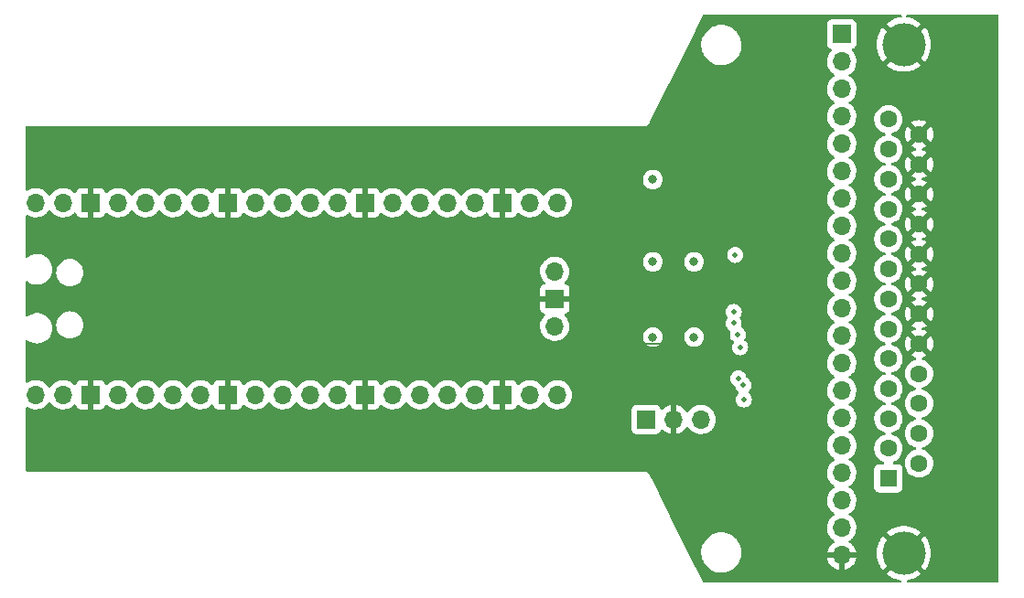
<source format=gbr>
%TF.GenerationSoftware,KiCad,Pcbnew,6.0.10-86aedd382b~118~ubuntu20.04.1*%
%TF.CreationDate,2022-12-31T17:49:26-08:00*%
%TF.ProjectId,parallel2usb,70617261-6c6c-4656-9c32-7573622e6b69,rev?*%
%TF.SameCoordinates,Original*%
%TF.FileFunction,Copper,L3,Inr*%
%TF.FilePolarity,Positive*%
%FSLAX46Y46*%
G04 Gerber Fmt 4.6, Leading zero omitted, Abs format (unit mm)*
G04 Created by KiCad (PCBNEW 6.0.10-86aedd382b~118~ubuntu20.04.1) date 2022-12-31 17:49:26*
%MOMM*%
%LPD*%
G01*
G04 APERTURE LIST*
%TA.AperFunction,ComponentPad*%
%ADD10O,1.700000X1.700000*%
%TD*%
%TA.AperFunction,ComponentPad*%
%ADD11R,1.700000X1.700000*%
%TD*%
%TA.AperFunction,ComponentPad*%
%ADD12C,4.000000*%
%TD*%
%TA.AperFunction,ComponentPad*%
%ADD13R,1.600000X1.600000*%
%TD*%
%TA.AperFunction,ComponentPad*%
%ADD14C,1.600000*%
%TD*%
%TA.AperFunction,ViaPad*%
%ADD15C,0.460000*%
%TD*%
%TA.AperFunction,ViaPad*%
%ADD16C,0.800000*%
%TD*%
%TA.AperFunction,Conductor*%
%ADD17C,0.200000*%
%TD*%
G04 APERTURE END LIST*
D10*
%TO.N,unconnected-(U2-Pad1)*%
%TO.C,U2*%
X120194200Y-110490000D03*
%TO.N,unconnected-(U2-Pad2)*%
X122734200Y-110490000D03*
D11*
%TO.N,GND*%
X125274200Y-110490000D03*
D10*
%TO.N,unconnected-(U2-Pad4)*%
X127814200Y-110490000D03*
%TO.N,unconnected-(U2-Pad5)*%
X130354200Y-110490000D03*
%TO.N,/D7_3*%
X132894200Y-110490000D03*
%TO.N,/D6_3*%
X135434200Y-110490000D03*
D11*
%TO.N,GND*%
X137974200Y-110490000D03*
D10*
%TO.N,/D5_3*%
X140514200Y-110490000D03*
%TO.N,/D4_3*%
X143054200Y-110490000D03*
%TO.N,/D3_3*%
X145594200Y-110490000D03*
%TO.N,/D2_3*%
X148134200Y-110490000D03*
D11*
%TO.N,GND*%
X150674200Y-110490000D03*
D10*
%TO.N,/D1_3*%
X153214200Y-110490000D03*
%TO.N,/D0_3*%
X155754200Y-110490000D03*
%TO.N,/SELIN_3*%
X158294200Y-110490000D03*
%TO.N,/INIT_3*%
X160834200Y-110490000D03*
D11*
%TO.N,GND*%
X163374200Y-110490000D03*
D10*
%TO.N,/AUTOF_3*%
X165914200Y-110490000D03*
%TO.N,/STROBE_3*%
X168454200Y-110490000D03*
%TO.N,/DIR*%
X168454200Y-92710000D03*
%TO.N,/HD*%
X165914200Y-92710000D03*
D11*
%TO.N,GND*%
X163374200Y-92710000D03*
D10*
%TO.N,/SEL_3*%
X160834200Y-92710000D03*
%TO.N,/PE_3*%
X158294200Y-92710000D03*
%TO.N,/BUSY_3*%
X155754200Y-92710000D03*
%TO.N,/ACK_3*%
X153214200Y-92710000D03*
D11*
%TO.N,GND*%
X150674200Y-92710000D03*
D10*
%TO.N,/ERROR_3*%
X148134200Y-92710000D03*
%TO.N,unconnected-(U2-Pad30)*%
X145594200Y-92710000D03*
%TO.N,unconnected-(U2-Pad31)*%
X143054200Y-92710000D03*
%TO.N,unconnected-(U2-Pad32)*%
X140514200Y-92710000D03*
D11*
%TO.N,GND*%
X137974200Y-92710000D03*
D10*
%TO.N,unconnected-(U2-Pad34)*%
X135434200Y-92710000D03*
%TO.N,unconnected-(U2-Pad35)*%
X132894200Y-92710000D03*
%TO.N,Vcc*%
X130354200Y-92710000D03*
%TO.N,unconnected-(U2-Pad37)*%
X127814200Y-92710000D03*
D11*
%TO.N,GND*%
X125274200Y-92710000D03*
D10*
%TO.N,unconnected-(U2-Pad39)*%
X122734200Y-92710000D03*
%TO.N,Vcc_Cable*%
X120194200Y-92710000D03*
%TO.N,/SWCLK*%
X168224200Y-104140000D03*
D11*
%TO.N,GND*%
X168224200Y-101600000D03*
D10*
%TO.N,/SWDIO*%
X168224200Y-99060000D03*
%TD*%
D12*
%TO.N,GND*%
%TO.C,J1*%
X200508000Y-78055000D03*
X200508000Y-125155000D03*
D13*
%TO.N,/STROBE*%
X199088000Y-118225000D03*
D14*
%TO.N,/D0*%
X199088000Y-115455000D03*
%TO.N,/D1*%
X199088000Y-112685000D03*
%TO.N,/D2*%
X199088000Y-109915000D03*
%TO.N,/D3*%
X199088000Y-107145000D03*
%TO.N,/D4*%
X199088000Y-104375000D03*
%TO.N,/D5*%
X199088000Y-101605000D03*
%TO.N,/D6*%
X199088000Y-98835000D03*
%TO.N,/D7*%
X199088000Y-96065000D03*
%TO.N,/ACK*%
X199088000Y-93295000D03*
%TO.N,/BUSY*%
X199088000Y-90525000D03*
%TO.N,/PE*%
X199088000Y-87755000D03*
%TO.N,/SEL*%
X199088000Y-84985000D03*
%TO.N,/AUTOF*%
X201928000Y-116840000D03*
%TO.N,/ERROR*%
X201928000Y-114070000D03*
%TO.N,/INIT*%
X201928000Y-111300000D03*
%TO.N,/SELIN*%
X201928000Y-108530000D03*
%TO.N,GND*%
X201928000Y-105760000D03*
X201928000Y-102990000D03*
X201928000Y-100220000D03*
X201928000Y-97450000D03*
X201928000Y-94680000D03*
X201928000Y-91910000D03*
X201928000Y-89140000D03*
X201928000Y-86370000D03*
%TD*%
D11*
%TO.N,/SWCLK*%
%TO.C,J3*%
X176672000Y-112776000D03*
D10*
%TO.N,GND*%
X179212000Y-112776000D03*
%TO.N,/SWDIO*%
X181752000Y-112776000D03*
%TD*%
D11*
%TO.N,Vcc*%
%TO.C,J2*%
X194770000Y-77089000D03*
D10*
%TO.N,Vcc_Cable*%
X194770000Y-79629000D03*
%TO.N,/SEL*%
X194770000Y-82169000D03*
%TO.N,/PE*%
X194770000Y-84709000D03*
%TO.N,/BUSY*%
X194770000Y-87249000D03*
%TO.N,/ACK*%
X194770000Y-89789000D03*
%TO.N,/D7*%
X194770000Y-92329000D03*
%TO.N,/D6*%
X194770000Y-94869000D03*
%TO.N,/D5*%
X194770000Y-97409000D03*
%TO.N,/D4*%
X194770000Y-99949000D03*
%TO.N,/D3*%
X194770000Y-102489000D03*
%TO.N,/SELIN*%
X194770000Y-105029000D03*
%TO.N,/D2*%
X194770000Y-107569000D03*
%TO.N,/INIT*%
X194770000Y-110109000D03*
%TO.N,/D1*%
X194770000Y-112649000D03*
%TO.N,/ERROR*%
X194770000Y-115189000D03*
%TO.N,/D0*%
X194770000Y-117729000D03*
%TO.N,/AUTOF*%
X194770000Y-120269000D03*
%TO.N,/STROBE*%
X194770000Y-122809000D03*
%TO.N,GND*%
X194770000Y-125349000D03*
%TD*%
D15*
%TO.N,GND*%
X186994800Y-113385600D03*
X186994800Y-82905600D03*
X186994800Y-87985600D03*
D16*
X182626000Y-100076000D03*
D15*
X186994800Y-110845600D03*
D16*
X175514000Y-100076000D03*
X182626000Y-108966000D03*
D15*
X186994800Y-85445600D03*
X186994800Y-108305600D03*
X186994800Y-98145600D03*
X186994800Y-103225600D03*
X186994800Y-93065600D03*
X186994800Y-90525600D03*
X186994800Y-105765600D03*
X186969400Y-121005600D03*
X186994800Y-95605600D03*
X186994800Y-115925600D03*
D16*
X175514000Y-103251000D03*
X182626000Y-103251000D03*
D15*
X186969400Y-123545600D03*
D16*
X179197000Y-93599000D03*
D15*
X186994800Y-100685600D03*
X186969400Y-118465600D03*
D16*
X175514000Y-105791000D03*
%TO.N,Vcc*%
X177292000Y-90551000D03*
X177292000Y-105156000D03*
X177292000Y-98171000D03*
%TO.N,Vcc_Cable*%
X181102000Y-105156000D03*
X181102000Y-98171000D03*
D15*
%TO.N,Net-(U1-Pad35)*%
X185369200Y-106095800D03*
X184785000Y-102819200D03*
%TO.N,Net-(U1-Pad33)*%
X185724800Y-110921800D03*
X184759600Y-103860600D03*
%TO.N,Net-(U1-Pad32)*%
X185194974Y-108966000D03*
X185166000Y-104902000D03*
%TO.N,Net-(U1-Pad43)*%
X184912000Y-97536000D03*
X185674000Y-109601000D03*
%TD*%
D17*
%TO.N,GND*%
X196469000Y-125349000D02*
X197231000Y-126111000D01*
X204216000Y-81763000D02*
X200508000Y-78055000D01*
X197231000Y-126111000D02*
X197231000Y-126492000D01*
X204216000Y-88646000D02*
X203454000Y-87884000D01*
X204216000Y-121447000D02*
X204216000Y-108048000D01*
X204216000Y-102508000D02*
X204216000Y-102743000D01*
X182626000Y-103251000D02*
X179197000Y-103251000D01*
X186969400Y-94716600D02*
X186969400Y-82931000D01*
X204216000Y-88646000D02*
X204216000Y-81763000D01*
X179197000Y-93726000D02*
X179197000Y-93599000D01*
X179197000Y-94742000D02*
X179197000Y-93726000D01*
X125274200Y-110490000D02*
X125274200Y-101674800D01*
X204216000Y-99949000D02*
X204216000Y-97282000D01*
X201928000Y-102990000D02*
X204216000Y-105278000D01*
X204216000Y-105278000D02*
X204216000Y-105410000D01*
X179197000Y-105791000D02*
X179197000Y-103251000D01*
X125274200Y-92710000D02*
X125274200Y-101525200D01*
X203442000Y-87884000D02*
X201928000Y-86370000D01*
X137974200Y-110490000D02*
X137974200Y-92710000D01*
X204216000Y-94488000D02*
X204216000Y-91694000D01*
X188772800Y-125349000D02*
X194770000Y-125349000D01*
X201928000Y-89140000D02*
X204216000Y-91428000D01*
X125274200Y-101525200D02*
X125349000Y-101600000D01*
X203454000Y-87884000D02*
X203442000Y-87884000D01*
X204216000Y-91428000D02*
X204216000Y-91694000D01*
X175514000Y-105791000D02*
X179197000Y-105791000D01*
X197739000Y-127000000D02*
X198755000Y-127000000D01*
X204216000Y-105410000D02*
X204216000Y-102743000D01*
X186944000Y-94742000D02*
X186969400Y-94716600D01*
X201928000Y-100220000D02*
X204216000Y-102508000D01*
X175514000Y-103251000D02*
X179197000Y-103251000D01*
X204216000Y-102743000D02*
X204216000Y-99949000D01*
X204216000Y-108048000D02*
X201928000Y-105760000D01*
X201928000Y-97450000D02*
X204216000Y-99738000D01*
X179197000Y-94742000D02*
X186944000Y-94742000D01*
X201928000Y-91910000D02*
X204216000Y-94198000D01*
X150674200Y-110490000D02*
X150674200Y-92710000D01*
X200508000Y-125155000D02*
X204216000Y-121447000D01*
X197231000Y-126492000D02*
X197739000Y-127000000D01*
X168224200Y-101600000D02*
X179197000Y-101600000D01*
X179197000Y-112776000D02*
X179197000Y-108966000D01*
X182626000Y-108966000D02*
X179197000Y-108966000D01*
X204216000Y-108048000D02*
X204216000Y-105410000D01*
X198755000Y-127000000D02*
X200508000Y-125247000D01*
X204216000Y-97282000D02*
X204216000Y-94488000D01*
X163374200Y-110490000D02*
X163374200Y-92710000D01*
X182626000Y-100076000D02*
X179197000Y-100076000D01*
X204216000Y-94198000D02*
X204216000Y-94488000D01*
X179197000Y-108966000D02*
X179197000Y-105791000D01*
X168224200Y-101600000D02*
X125349000Y-101600000D01*
X125274200Y-101674800D02*
X125349000Y-101600000D01*
X204216000Y-96968000D02*
X204216000Y-97282000D01*
X194770000Y-125349000D02*
X196469000Y-125349000D01*
X186969400Y-82931000D02*
X186994800Y-82905600D01*
X186969400Y-123545600D02*
X186969400Y-94716600D01*
X175514000Y-100076000D02*
X179197000Y-100076000D01*
X200508000Y-125247000D02*
X200508000Y-125155000D01*
X204216000Y-99738000D02*
X204216000Y-99949000D01*
X179197000Y-101600000D02*
X179197000Y-100076000D01*
X186969400Y-123545600D02*
X188772800Y-125349000D01*
X201928000Y-94680000D02*
X204216000Y-96968000D01*
X179197000Y-100076000D02*
X179197000Y-94742000D01*
X204216000Y-91694000D02*
X204216000Y-88646000D01*
X179197000Y-103251000D02*
X179197000Y-101600000D01*
%TD*%
%TA.AperFunction,Conductor*%
%TO.N,GND*%
G36*
X200279794Y-75331502D02*
G01*
X200326287Y-75385158D01*
X200336391Y-75455432D01*
X200306897Y-75520012D01*
X200247171Y-75558396D01*
X200227465Y-75562506D01*
X200041050Y-75586055D01*
X200033279Y-75587538D01*
X199735296Y-75664047D01*
X199727770Y-75666492D01*
X199441707Y-75779753D01*
X199434572Y-75783110D01*
X199164961Y-75931330D01*
X199158281Y-75935570D01*
X198935177Y-76097664D01*
X198926754Y-76108587D01*
X198933658Y-76121448D01*
X200495188Y-77682978D01*
X200509132Y-77690592D01*
X200510965Y-77690461D01*
X200517580Y-77686210D01*
X202082666Y-76121124D01*
X202089279Y-76109013D01*
X202080452Y-76097395D01*
X201857719Y-75935570D01*
X201851039Y-75931330D01*
X201581428Y-75783110D01*
X201574293Y-75779753D01*
X201288230Y-75666492D01*
X201280704Y-75664047D01*
X200982721Y-75587538D01*
X200974950Y-75586055D01*
X200788535Y-75562506D01*
X200723459Y-75534125D01*
X200684057Y-75475065D01*
X200682840Y-75404079D01*
X200720195Y-75343704D01*
X200784261Y-75313108D01*
X200804327Y-75311500D01*
X209169500Y-75311500D01*
X209237621Y-75331502D01*
X209284114Y-75385158D01*
X209295500Y-75437500D01*
X209295500Y-127762500D01*
X209275498Y-127830621D01*
X209221842Y-127877114D01*
X209169500Y-127888500D01*
X200883486Y-127888500D01*
X200815365Y-127868498D01*
X200768872Y-127814842D01*
X200758768Y-127744568D01*
X200788262Y-127679988D01*
X200847988Y-127641604D01*
X200867694Y-127637494D01*
X200974950Y-127623945D01*
X200982721Y-127622462D01*
X201280704Y-127545953D01*
X201288230Y-127543508D01*
X201574293Y-127430247D01*
X201581428Y-127426890D01*
X201851039Y-127278670D01*
X201857719Y-127274430D01*
X202080823Y-127112336D01*
X202089246Y-127101413D01*
X202082342Y-127088552D01*
X200520812Y-125527022D01*
X200506868Y-125519408D01*
X200505035Y-125519539D01*
X200498420Y-125523790D01*
X198933334Y-127088876D01*
X198926721Y-127100987D01*
X198935548Y-127112605D01*
X199158281Y-127274430D01*
X199164961Y-127278670D01*
X199434572Y-127426890D01*
X199441707Y-127430247D01*
X199727770Y-127543508D01*
X199735296Y-127545953D01*
X200033279Y-127622462D01*
X200041050Y-127623945D01*
X200148306Y-127637494D01*
X200213382Y-127665875D01*
X200252784Y-127724935D01*
X200254001Y-127795921D01*
X200216646Y-127856296D01*
X200152580Y-127886892D01*
X200132514Y-127888500D01*
X182004316Y-127888500D01*
X181936195Y-127868498D01*
X181891341Y-127818290D01*
X181889639Y-127814842D01*
X180567384Y-125137277D01*
X181779009Y-125137277D01*
X181804625Y-125405769D01*
X181805710Y-125410203D01*
X181805711Y-125410209D01*
X181859943Y-125631837D01*
X181868731Y-125667750D01*
X181969985Y-125917733D01*
X182106265Y-126150482D01*
X182109118Y-126154049D01*
X182226686Y-126301060D01*
X182274716Y-126361119D01*
X182471809Y-126545234D01*
X182693416Y-126698968D01*
X182697499Y-126700999D01*
X182697502Y-126701001D01*
X182751849Y-126728038D01*
X182934894Y-126819101D01*
X182939228Y-126820522D01*
X182939231Y-126820523D01*
X183186853Y-126901698D01*
X183186859Y-126901699D01*
X183191186Y-126903118D01*
X183195677Y-126903898D01*
X183195678Y-126903898D01*
X183453140Y-126948601D01*
X183453148Y-126948602D01*
X183456921Y-126949257D01*
X183460758Y-126949448D01*
X183540578Y-126953422D01*
X183540586Y-126953422D01*
X183542149Y-126953500D01*
X183710512Y-126953500D01*
X183712780Y-126953335D01*
X183712792Y-126953335D01*
X183843884Y-126943823D01*
X183911004Y-126938953D01*
X183915459Y-126937969D01*
X183915462Y-126937969D01*
X184169912Y-126881791D01*
X184169916Y-126881790D01*
X184174372Y-126880806D01*
X184300480Y-126833028D01*
X184422318Y-126786868D01*
X184422321Y-126786867D01*
X184426588Y-126785250D01*
X184662368Y-126654286D01*
X184876773Y-126490657D01*
X184904870Y-126461916D01*
X185062117Y-126301060D01*
X185065312Y-126297792D01*
X185224034Y-126079730D01*
X185307190Y-125921676D01*
X185347490Y-125845079D01*
X185347493Y-125845073D01*
X185349615Y-125841039D01*
X185412378Y-125663312D01*
X185428744Y-125616966D01*
X193438257Y-125616966D01*
X193468565Y-125751446D01*
X193471645Y-125761275D01*
X193551770Y-125958603D01*
X193556413Y-125967794D01*
X193667694Y-126149388D01*
X193673777Y-126157699D01*
X193813213Y-126318667D01*
X193820580Y-126325883D01*
X193984434Y-126461916D01*
X193992881Y-126467831D01*
X194176756Y-126575279D01*
X194186042Y-126579729D01*
X194385001Y-126655703D01*
X194394899Y-126658579D01*
X194498250Y-126679606D01*
X194512299Y-126678410D01*
X194516000Y-126668065D01*
X194516000Y-126667517D01*
X195024000Y-126667517D01*
X195028064Y-126681359D01*
X195041478Y-126683393D01*
X195048184Y-126682534D01*
X195058262Y-126680392D01*
X195262255Y-126619191D01*
X195271842Y-126615433D01*
X195463095Y-126521739D01*
X195471945Y-126516464D01*
X195645328Y-126392792D01*
X195653200Y-126386139D01*
X195804052Y-126235812D01*
X195810730Y-126227965D01*
X195935003Y-126055020D01*
X195940313Y-126046183D01*
X196034670Y-125855267D01*
X196038469Y-125845672D01*
X196100377Y-125641910D01*
X196102555Y-125631837D01*
X196103986Y-125620962D01*
X196101775Y-125606778D01*
X196088617Y-125603000D01*
X195042115Y-125603000D01*
X195026876Y-125607475D01*
X195025671Y-125608865D01*
X195024000Y-125616548D01*
X195024000Y-126667517D01*
X194516000Y-126667517D01*
X194516000Y-125621115D01*
X194511525Y-125605876D01*
X194510135Y-125604671D01*
X194502452Y-125603000D01*
X193453225Y-125603000D01*
X193439694Y-125606973D01*
X193438257Y-125616966D01*
X185428744Y-125616966D01*
X185437902Y-125591033D01*
X185437902Y-125591032D01*
X185439425Y-125586720D01*
X185491581Y-125322100D01*
X185499423Y-125164580D01*
X185499703Y-125158958D01*
X197995290Y-125158958D01*
X198014607Y-125465994D01*
X198015600Y-125473855D01*
X198073246Y-125776046D01*
X198075217Y-125783723D01*
X198170284Y-126076309D01*
X198173199Y-126083672D01*
X198304189Y-126362041D01*
X198308001Y-126368974D01*
X198472851Y-126628736D01*
X198477495Y-126635129D01*
X198552497Y-126725790D01*
X198565014Y-126734245D01*
X198575752Y-126728038D01*
X200135978Y-125167812D01*
X200142356Y-125156132D01*
X200872408Y-125156132D01*
X200872539Y-125157965D01*
X200876790Y-125164580D01*
X202439145Y-126726935D01*
X202452407Y-126734177D01*
X202462512Y-126726988D01*
X202538505Y-126635129D01*
X202543149Y-126628736D01*
X202707999Y-126368974D01*
X202711811Y-126362041D01*
X202842801Y-126083672D01*
X202845716Y-126076309D01*
X202940783Y-125783723D01*
X202942754Y-125776046D01*
X203000400Y-125473855D01*
X203001393Y-125465994D01*
X203020710Y-125158958D01*
X203020710Y-125151042D01*
X203001393Y-124844006D01*
X203000400Y-124836145D01*
X202942754Y-124533954D01*
X202940783Y-124526277D01*
X202845716Y-124233691D01*
X202842801Y-124226328D01*
X202711811Y-123947959D01*
X202707999Y-123941026D01*
X202543149Y-123681264D01*
X202538505Y-123674871D01*
X202463503Y-123584210D01*
X202450986Y-123575755D01*
X202440248Y-123581962D01*
X200880022Y-125142188D01*
X200872408Y-125156132D01*
X200142356Y-125156132D01*
X200143592Y-125153868D01*
X200143461Y-125152035D01*
X200139210Y-125145420D01*
X198576855Y-123583065D01*
X198563593Y-123575823D01*
X198553488Y-123583012D01*
X198477495Y-123674871D01*
X198472851Y-123681264D01*
X198308001Y-123941026D01*
X198304189Y-123947959D01*
X198173199Y-124226328D01*
X198170284Y-124233691D01*
X198075217Y-124526277D01*
X198073246Y-124533954D01*
X198015600Y-124836145D01*
X198014607Y-124844006D01*
X197995290Y-125151042D01*
X197995290Y-125158958D01*
X185499703Y-125158958D01*
X185504764Y-125057292D01*
X185504764Y-125057286D01*
X185504991Y-125052723D01*
X185479375Y-124784231D01*
X185461166Y-124709814D01*
X185416355Y-124526688D01*
X185415269Y-124522250D01*
X185314015Y-124272267D01*
X185177735Y-124039518D01*
X185059928Y-123892208D01*
X185012136Y-123832447D01*
X185012135Y-123832445D01*
X185009284Y-123828881D01*
X184812191Y-123644766D01*
X184590584Y-123491032D01*
X184586501Y-123489001D01*
X184586498Y-123488999D01*
X184455072Y-123423616D01*
X184349106Y-123370899D01*
X184344772Y-123369478D01*
X184344769Y-123369477D01*
X184097147Y-123288302D01*
X184097141Y-123288301D01*
X184092814Y-123286882D01*
X184088322Y-123286102D01*
X183830860Y-123241399D01*
X183830852Y-123241398D01*
X183827079Y-123240743D01*
X183815817Y-123240182D01*
X183743422Y-123236578D01*
X183743414Y-123236578D01*
X183741851Y-123236500D01*
X183573488Y-123236500D01*
X183571220Y-123236665D01*
X183571208Y-123236665D01*
X183440116Y-123246177D01*
X183372996Y-123251047D01*
X183368541Y-123252031D01*
X183368538Y-123252031D01*
X183114088Y-123308209D01*
X183114084Y-123308210D01*
X183109628Y-123309194D01*
X183093108Y-123315453D01*
X182861682Y-123403132D01*
X182861679Y-123403133D01*
X182857412Y-123404750D01*
X182621632Y-123535714D01*
X182407227Y-123699343D01*
X182218688Y-123892208D01*
X182059966Y-124110270D01*
X182018372Y-124189327D01*
X181936510Y-124344921D01*
X181936507Y-124344927D01*
X181934385Y-124348961D01*
X181932865Y-124353266D01*
X181932863Y-124353270D01*
X181869057Y-124533954D01*
X181844575Y-124603280D01*
X181792419Y-124867900D01*
X181792192Y-124872453D01*
X181792192Y-124872456D01*
X181781114Y-125095000D01*
X181779009Y-125137277D01*
X180567384Y-125137277D01*
X179401171Y-122775695D01*
X193407251Y-122775695D01*
X193407548Y-122780848D01*
X193407548Y-122780851D01*
X193413011Y-122875590D01*
X193420110Y-122998715D01*
X193421247Y-123003761D01*
X193421248Y-123003767D01*
X193441119Y-123091939D01*
X193469222Y-123216639D01*
X193509346Y-123315453D01*
X193546506Y-123406967D01*
X193553266Y-123423616D01*
X193555965Y-123428020D01*
X193650944Y-123583012D01*
X193669987Y-123614088D01*
X193816250Y-123782938D01*
X193988126Y-123925632D01*
X194061955Y-123968774D01*
X194110679Y-124020412D01*
X194123750Y-124090195D01*
X194097019Y-124155967D01*
X194056562Y-124189327D01*
X194048457Y-124193546D01*
X194039738Y-124199036D01*
X193869433Y-124326905D01*
X193861726Y-124333748D01*
X193714590Y-124487717D01*
X193708104Y-124495727D01*
X193588098Y-124671649D01*
X193583000Y-124680623D01*
X193493338Y-124873783D01*
X193489775Y-124883470D01*
X193434389Y-125083183D01*
X193435912Y-125091607D01*
X193448292Y-125095000D01*
X196088344Y-125095000D01*
X196101875Y-125091027D01*
X196103180Y-125081947D01*
X196061214Y-124914875D01*
X196057894Y-124905124D01*
X195972972Y-124709814D01*
X195968105Y-124700739D01*
X195852426Y-124521926D01*
X195846136Y-124513757D01*
X195702806Y-124356240D01*
X195695273Y-124349215D01*
X195528139Y-124217222D01*
X195519556Y-124211520D01*
X195482602Y-124191120D01*
X195432631Y-124140687D01*
X195417859Y-124071245D01*
X195442975Y-124004839D01*
X195470327Y-123978232D01*
X195522488Y-123941026D01*
X195649860Y-123850173D01*
X195674359Y-123825760D01*
X195731209Y-123769107D01*
X195808096Y-123692489D01*
X195840144Y-123647890D01*
X195935435Y-123515277D01*
X195938453Y-123511077D01*
X195947076Y-123493631D01*
X196035136Y-123315453D01*
X196035137Y-123315451D01*
X196037430Y-123310811D01*
X196068488Y-123208587D01*
X198926754Y-123208587D01*
X198933658Y-123221448D01*
X200495188Y-124782978D01*
X200509132Y-124790592D01*
X200510965Y-124790461D01*
X200517580Y-124786210D01*
X202082666Y-123221124D01*
X202089279Y-123209013D01*
X202080452Y-123197395D01*
X201857719Y-123035570D01*
X201851039Y-123031330D01*
X201581428Y-122883110D01*
X201574293Y-122879753D01*
X201288230Y-122766492D01*
X201280704Y-122764047D01*
X200982721Y-122687538D01*
X200974950Y-122686055D01*
X200669722Y-122647497D01*
X200661831Y-122647000D01*
X200354169Y-122647000D01*
X200346278Y-122647497D01*
X200041050Y-122686055D01*
X200033279Y-122687538D01*
X199735296Y-122764047D01*
X199727770Y-122766492D01*
X199441707Y-122879753D01*
X199434572Y-122883110D01*
X199164961Y-123031330D01*
X199158281Y-123035570D01*
X198935177Y-123197664D01*
X198926754Y-123208587D01*
X196068488Y-123208587D01*
X196102370Y-123097069D01*
X196131529Y-122875590D01*
X196133156Y-122809000D01*
X196114852Y-122586361D01*
X196060431Y-122369702D01*
X195971354Y-122164840D01*
X195850014Y-121977277D01*
X195699670Y-121812051D01*
X195695619Y-121808852D01*
X195695615Y-121808848D01*
X195528414Y-121676800D01*
X195528410Y-121676798D01*
X195524359Y-121673598D01*
X195483053Y-121650796D01*
X195433084Y-121600364D01*
X195418312Y-121530921D01*
X195443428Y-121464516D01*
X195470780Y-121437909D01*
X195514603Y-121406650D01*
X195649860Y-121310173D01*
X195808096Y-121152489D01*
X195867594Y-121069689D01*
X195935435Y-120975277D01*
X195938453Y-120971077D01*
X196037430Y-120770811D01*
X196102370Y-120557069D01*
X196131529Y-120335590D01*
X196133156Y-120269000D01*
X196114852Y-120046361D01*
X196060431Y-119829702D01*
X195971354Y-119624840D01*
X195931906Y-119563862D01*
X195852822Y-119441617D01*
X195852820Y-119441614D01*
X195850014Y-119437277D01*
X195699670Y-119272051D01*
X195695619Y-119268852D01*
X195695615Y-119268848D01*
X195528414Y-119136800D01*
X195528410Y-119136798D01*
X195524359Y-119133598D01*
X195483053Y-119110796D01*
X195433084Y-119060364D01*
X195418312Y-118990921D01*
X195443428Y-118924516D01*
X195470780Y-118897909D01*
X195514603Y-118866650D01*
X195649860Y-118770173D01*
X195808096Y-118612489D01*
X195826849Y-118586392D01*
X195935435Y-118435277D01*
X195938453Y-118431077D01*
X195977515Y-118352042D01*
X196035136Y-118235453D01*
X196035137Y-118235451D01*
X196037430Y-118230811D01*
X196084987Y-118074284D01*
X196100865Y-118022023D01*
X196100865Y-118022021D01*
X196102370Y-118017069D01*
X196131529Y-117795590D01*
X196132043Y-117774546D01*
X196133074Y-117732365D01*
X196133074Y-117732361D01*
X196133156Y-117729000D01*
X196114852Y-117506361D01*
X196060431Y-117289702D01*
X195971354Y-117084840D01*
X195903382Y-116979771D01*
X195852822Y-116901617D01*
X195852820Y-116901614D01*
X195850014Y-116897277D01*
X195699670Y-116732051D01*
X195695619Y-116728852D01*
X195695615Y-116728848D01*
X195528414Y-116596800D01*
X195528410Y-116596798D01*
X195524359Y-116593598D01*
X195483053Y-116570796D01*
X195433084Y-116520364D01*
X195418312Y-116450921D01*
X195443428Y-116384516D01*
X195470780Y-116357909D01*
X195514603Y-116326650D01*
X195649860Y-116230173D01*
X195808096Y-116072489D01*
X195866075Y-115991803D01*
X195935435Y-115895277D01*
X195938453Y-115891077D01*
X196031665Y-115702477D01*
X196035136Y-115695453D01*
X196035137Y-115695451D01*
X196037430Y-115690811D01*
X196081288Y-115546457D01*
X196100865Y-115482023D01*
X196100865Y-115482021D01*
X196102370Y-115477069D01*
X196105276Y-115455000D01*
X197774502Y-115455000D01*
X197794457Y-115683087D01*
X197795881Y-115688400D01*
X197795881Y-115688402D01*
X197851314Y-115895277D01*
X197853716Y-115904243D01*
X197856039Y-115909224D01*
X197856039Y-115909225D01*
X197948151Y-116106762D01*
X197948154Y-116106767D01*
X197950477Y-116111749D01*
X198081802Y-116299300D01*
X198243700Y-116461198D01*
X198248208Y-116464355D01*
X198248211Y-116464357D01*
X198278604Y-116485638D01*
X198431251Y-116592523D01*
X198436233Y-116594846D01*
X198436238Y-116594849D01*
X198610923Y-116676305D01*
X198664208Y-116723222D01*
X198683669Y-116791499D01*
X198663127Y-116859459D01*
X198609105Y-116905525D01*
X198557673Y-116916500D01*
X198239866Y-116916500D01*
X198177684Y-116923255D01*
X198041295Y-116974385D01*
X197924739Y-117061739D01*
X197837385Y-117178295D01*
X197786255Y-117314684D01*
X197779500Y-117376866D01*
X197779500Y-119073134D01*
X197786255Y-119135316D01*
X197837385Y-119271705D01*
X197924739Y-119388261D01*
X198041295Y-119475615D01*
X198177684Y-119526745D01*
X198239866Y-119533500D01*
X199936134Y-119533500D01*
X199998316Y-119526745D01*
X200134705Y-119475615D01*
X200251261Y-119388261D01*
X200338615Y-119271705D01*
X200389745Y-119135316D01*
X200396500Y-119073134D01*
X200396500Y-117376866D01*
X200389745Y-117314684D01*
X200338615Y-117178295D01*
X200251261Y-117061739D01*
X200134705Y-116974385D01*
X199998316Y-116923255D01*
X199936134Y-116916500D01*
X199618327Y-116916500D01*
X199550206Y-116896498D01*
X199503713Y-116842842D01*
X199503304Y-116840000D01*
X200614502Y-116840000D01*
X200634457Y-117068087D01*
X200693716Y-117289243D01*
X200696039Y-117294224D01*
X200696039Y-117294225D01*
X200788151Y-117491762D01*
X200788154Y-117491767D01*
X200790477Y-117496749D01*
X200812249Y-117527842D01*
X200917087Y-117677566D01*
X200921802Y-117684300D01*
X201083700Y-117846198D01*
X201088208Y-117849355D01*
X201088211Y-117849357D01*
X201092140Y-117852108D01*
X201271251Y-117977523D01*
X201276233Y-117979846D01*
X201276238Y-117979849D01*
X201473775Y-118071961D01*
X201478757Y-118074284D01*
X201484065Y-118075706D01*
X201484067Y-118075707D01*
X201694598Y-118132119D01*
X201694600Y-118132119D01*
X201699913Y-118133543D01*
X201928000Y-118153498D01*
X202156087Y-118133543D01*
X202161400Y-118132119D01*
X202161402Y-118132119D01*
X202371933Y-118075707D01*
X202371935Y-118075706D01*
X202377243Y-118074284D01*
X202382225Y-118071961D01*
X202579762Y-117979849D01*
X202579767Y-117979846D01*
X202584749Y-117977523D01*
X202763860Y-117852108D01*
X202767789Y-117849357D01*
X202767792Y-117849355D01*
X202772300Y-117846198D01*
X202934198Y-117684300D01*
X202938914Y-117677566D01*
X203043751Y-117527842D01*
X203065523Y-117496749D01*
X203067846Y-117491767D01*
X203067849Y-117491762D01*
X203159961Y-117294225D01*
X203159961Y-117294224D01*
X203162284Y-117289243D01*
X203221543Y-117068087D01*
X203241498Y-116840000D01*
X203221543Y-116611913D01*
X203220119Y-116606598D01*
X203163707Y-116396067D01*
X203163706Y-116396065D01*
X203162284Y-116390757D01*
X203159374Y-116384516D01*
X203067849Y-116188238D01*
X203067846Y-116188233D01*
X203065523Y-116183251D01*
X202934198Y-115995700D01*
X202772300Y-115833802D01*
X202767792Y-115830645D01*
X202767789Y-115830643D01*
X202689611Y-115775902D01*
X202584749Y-115702477D01*
X202579767Y-115700154D01*
X202579762Y-115700151D01*
X202382225Y-115608039D01*
X202382224Y-115608039D01*
X202377243Y-115605716D01*
X202371935Y-115604294D01*
X202371933Y-115604293D01*
X202268981Y-115576707D01*
X202208358Y-115539755D01*
X202177337Y-115475894D01*
X202185765Y-115405400D01*
X202230968Y-115350653D01*
X202268981Y-115333293D01*
X202371933Y-115305707D01*
X202371935Y-115305706D01*
X202377243Y-115304284D01*
X202474553Y-115258908D01*
X202579762Y-115209849D01*
X202579767Y-115209846D01*
X202584749Y-115207523D01*
X202689611Y-115134098D01*
X202767789Y-115079357D01*
X202767792Y-115079355D01*
X202772300Y-115076198D01*
X202934198Y-114914300D01*
X203065523Y-114726749D01*
X203067846Y-114721767D01*
X203067849Y-114721762D01*
X203159961Y-114524225D01*
X203159961Y-114524224D01*
X203162284Y-114519243D01*
X203216348Y-114317477D01*
X203220119Y-114303402D01*
X203220119Y-114303400D01*
X203221543Y-114298087D01*
X203241498Y-114070000D01*
X203221543Y-113841913D01*
X203216971Y-113824849D01*
X203163707Y-113626067D01*
X203163706Y-113626065D01*
X203162284Y-113620757D01*
X203143786Y-113581088D01*
X203067849Y-113418238D01*
X203067846Y-113418233D01*
X203065523Y-113413251D01*
X202934198Y-113225700D01*
X202772300Y-113063802D01*
X202767792Y-113060645D01*
X202767789Y-113060643D01*
X202689611Y-113005902D01*
X202584749Y-112932477D01*
X202579767Y-112930154D01*
X202579762Y-112930151D01*
X202382225Y-112838039D01*
X202382224Y-112838039D01*
X202377243Y-112835716D01*
X202371935Y-112834294D01*
X202371933Y-112834293D01*
X202268981Y-112806707D01*
X202208358Y-112769755D01*
X202177337Y-112705894D01*
X202185765Y-112635400D01*
X202230968Y-112580653D01*
X202268981Y-112563293D01*
X202371933Y-112535707D01*
X202371935Y-112535706D01*
X202377243Y-112534284D01*
X202406653Y-112520570D01*
X202579762Y-112439849D01*
X202579767Y-112439846D01*
X202584749Y-112437523D01*
X202689611Y-112364098D01*
X202767789Y-112309357D01*
X202767792Y-112309355D01*
X202772300Y-112306198D01*
X202934198Y-112144300D01*
X203065523Y-111956749D01*
X203067846Y-111951767D01*
X203067849Y-111951762D01*
X203159961Y-111754225D01*
X203159961Y-111754224D01*
X203162284Y-111749243D01*
X203176625Y-111695724D01*
X203220119Y-111533402D01*
X203220119Y-111533400D01*
X203221543Y-111528087D01*
X203241498Y-111300000D01*
X203221543Y-111071913D01*
X203216971Y-111054849D01*
X203163707Y-110856067D01*
X203163706Y-110856065D01*
X203162284Y-110850757D01*
X203141618Y-110806438D01*
X203067849Y-110648238D01*
X203067846Y-110648233D01*
X203065523Y-110643251D01*
X202973337Y-110511596D01*
X202937357Y-110460211D01*
X202937355Y-110460208D01*
X202934198Y-110455700D01*
X202772300Y-110293802D01*
X202767792Y-110290645D01*
X202767789Y-110290643D01*
X202612589Y-110181971D01*
X202584749Y-110162477D01*
X202579767Y-110160154D01*
X202579762Y-110160151D01*
X202382225Y-110068039D01*
X202382224Y-110068039D01*
X202377243Y-110065716D01*
X202371935Y-110064294D01*
X202371933Y-110064293D01*
X202268981Y-110036707D01*
X202208358Y-109999755D01*
X202177337Y-109935894D01*
X202185765Y-109865400D01*
X202230968Y-109810653D01*
X202268981Y-109793293D01*
X202371933Y-109765707D01*
X202371935Y-109765706D01*
X202377243Y-109764284D01*
X202382225Y-109761961D01*
X202579762Y-109669849D01*
X202579767Y-109669846D01*
X202584749Y-109667523D01*
X202748460Y-109552891D01*
X202767789Y-109539357D01*
X202767792Y-109539355D01*
X202772300Y-109536198D01*
X202934198Y-109374300D01*
X202945752Y-109357800D01*
X202997602Y-109283750D01*
X203065523Y-109186749D01*
X203067846Y-109181767D01*
X203067849Y-109181762D01*
X203159961Y-108984225D01*
X203159961Y-108984224D01*
X203162284Y-108979243D01*
X203170381Y-108949027D01*
X203220119Y-108763402D01*
X203220119Y-108763400D01*
X203221543Y-108758087D01*
X203241498Y-108530000D01*
X203221543Y-108301913D01*
X203219304Y-108293557D01*
X203163707Y-108086067D01*
X203163706Y-108086065D01*
X203162284Y-108080757D01*
X203155336Y-108065857D01*
X203067849Y-107878238D01*
X203067846Y-107878233D01*
X203065523Y-107873251D01*
X202934198Y-107685700D01*
X202772300Y-107523802D01*
X202767792Y-107520645D01*
X202767789Y-107520643D01*
X202689611Y-107465902D01*
X202584749Y-107392477D01*
X202579767Y-107390154D01*
X202579762Y-107390151D01*
X202382225Y-107298039D01*
X202382224Y-107298039D01*
X202377243Y-107295716D01*
X202268014Y-107266448D01*
X202207392Y-107229496D01*
X202176370Y-107165635D01*
X202184799Y-107095141D01*
X202230002Y-107040394D01*
X202268015Y-107023034D01*
X202371761Y-106995236D01*
X202382053Y-106991490D01*
X202579511Y-106899414D01*
X202589006Y-106893931D01*
X202641048Y-106857491D01*
X202649424Y-106847012D01*
X202642356Y-106833566D01*
X201940812Y-106132022D01*
X201926868Y-106124408D01*
X201925035Y-106124539D01*
X201918420Y-106128790D01*
X201212923Y-106834287D01*
X201206493Y-106846062D01*
X201215789Y-106858077D01*
X201266994Y-106893931D01*
X201276489Y-106899414D01*
X201473947Y-106991490D01*
X201484239Y-106995236D01*
X201587985Y-107023034D01*
X201648608Y-107059985D01*
X201679629Y-107123846D01*
X201671201Y-107194340D01*
X201625998Y-107249088D01*
X201587986Y-107266448D01*
X201478757Y-107295716D01*
X201473776Y-107298039D01*
X201473775Y-107298039D01*
X201276238Y-107390151D01*
X201276233Y-107390154D01*
X201271251Y-107392477D01*
X201166389Y-107465902D01*
X201088211Y-107520643D01*
X201088208Y-107520645D01*
X201083700Y-107523802D01*
X200921802Y-107685700D01*
X200790477Y-107873251D01*
X200788154Y-107878233D01*
X200788151Y-107878238D01*
X200700664Y-108065857D01*
X200693716Y-108080757D01*
X200692294Y-108086065D01*
X200692293Y-108086067D01*
X200636696Y-108293557D01*
X200634457Y-108301913D01*
X200614502Y-108530000D01*
X200634457Y-108758087D01*
X200635881Y-108763400D01*
X200635881Y-108763402D01*
X200685620Y-108949027D01*
X200693716Y-108979243D01*
X200696039Y-108984224D01*
X200696039Y-108984225D01*
X200788151Y-109181762D01*
X200788154Y-109181767D01*
X200790477Y-109186749D01*
X200858398Y-109283750D01*
X200910249Y-109357800D01*
X200921802Y-109374300D01*
X201083700Y-109536198D01*
X201088208Y-109539355D01*
X201088211Y-109539357D01*
X201107540Y-109552891D01*
X201271251Y-109667523D01*
X201276233Y-109669846D01*
X201276238Y-109669849D01*
X201473775Y-109761961D01*
X201478757Y-109764284D01*
X201484065Y-109765706D01*
X201484067Y-109765707D01*
X201587019Y-109793293D01*
X201647642Y-109830245D01*
X201678663Y-109894106D01*
X201670235Y-109964600D01*
X201625032Y-110019347D01*
X201587019Y-110036707D01*
X201484067Y-110064293D01*
X201484065Y-110064294D01*
X201478757Y-110065716D01*
X201473776Y-110068039D01*
X201473775Y-110068039D01*
X201276238Y-110160151D01*
X201276233Y-110160154D01*
X201271251Y-110162477D01*
X201243411Y-110181971D01*
X201088211Y-110290643D01*
X201088208Y-110290645D01*
X201083700Y-110293802D01*
X200921802Y-110455700D01*
X200918645Y-110460208D01*
X200918643Y-110460211D01*
X200882663Y-110511596D01*
X200790477Y-110643251D01*
X200788154Y-110648233D01*
X200788151Y-110648238D01*
X200714382Y-110806438D01*
X200693716Y-110850757D01*
X200692294Y-110856065D01*
X200692293Y-110856067D01*
X200639029Y-111054849D01*
X200634457Y-111071913D01*
X200614502Y-111300000D01*
X200634457Y-111528087D01*
X200635881Y-111533400D01*
X200635881Y-111533402D01*
X200679376Y-111695724D01*
X200693716Y-111749243D01*
X200696039Y-111754224D01*
X200696039Y-111754225D01*
X200788151Y-111951762D01*
X200788154Y-111951767D01*
X200790477Y-111956749D01*
X200921802Y-112144300D01*
X201083700Y-112306198D01*
X201088208Y-112309355D01*
X201088211Y-112309357D01*
X201166389Y-112364098D01*
X201271251Y-112437523D01*
X201276233Y-112439846D01*
X201276238Y-112439849D01*
X201449347Y-112520570D01*
X201478757Y-112534284D01*
X201484065Y-112535706D01*
X201484067Y-112535707D01*
X201587019Y-112563293D01*
X201647642Y-112600245D01*
X201678663Y-112664106D01*
X201670235Y-112734600D01*
X201625032Y-112789347D01*
X201587019Y-112806707D01*
X201484067Y-112834293D01*
X201484065Y-112834294D01*
X201478757Y-112835716D01*
X201473776Y-112838039D01*
X201473775Y-112838039D01*
X201276238Y-112930151D01*
X201276233Y-112930154D01*
X201271251Y-112932477D01*
X201166389Y-113005902D01*
X201088211Y-113060643D01*
X201088208Y-113060645D01*
X201083700Y-113063802D01*
X200921802Y-113225700D01*
X200790477Y-113413251D01*
X200788154Y-113418233D01*
X200788151Y-113418238D01*
X200712214Y-113581088D01*
X200693716Y-113620757D01*
X200692294Y-113626065D01*
X200692293Y-113626067D01*
X200639029Y-113824849D01*
X200634457Y-113841913D01*
X200614502Y-114070000D01*
X200634457Y-114298087D01*
X200635881Y-114303400D01*
X200635881Y-114303402D01*
X200639653Y-114317477D01*
X200693716Y-114519243D01*
X200696039Y-114524224D01*
X200696039Y-114524225D01*
X200788151Y-114721762D01*
X200788154Y-114721767D01*
X200790477Y-114726749D01*
X200921802Y-114914300D01*
X201083700Y-115076198D01*
X201088208Y-115079355D01*
X201088211Y-115079357D01*
X201166389Y-115134098D01*
X201271251Y-115207523D01*
X201276233Y-115209846D01*
X201276238Y-115209849D01*
X201381447Y-115258908D01*
X201478757Y-115304284D01*
X201484065Y-115305706D01*
X201484067Y-115305707D01*
X201587019Y-115333293D01*
X201647642Y-115370245D01*
X201678663Y-115434106D01*
X201670235Y-115504600D01*
X201625032Y-115559347D01*
X201587019Y-115576707D01*
X201484067Y-115604293D01*
X201484065Y-115604294D01*
X201478757Y-115605716D01*
X201473776Y-115608039D01*
X201473775Y-115608039D01*
X201276238Y-115700151D01*
X201276233Y-115700154D01*
X201271251Y-115702477D01*
X201166389Y-115775902D01*
X201088211Y-115830643D01*
X201088208Y-115830645D01*
X201083700Y-115833802D01*
X200921802Y-115995700D01*
X200790477Y-116183251D01*
X200788154Y-116188233D01*
X200788151Y-116188238D01*
X200696626Y-116384516D01*
X200693716Y-116390757D01*
X200692294Y-116396065D01*
X200692293Y-116396067D01*
X200635881Y-116606598D01*
X200634457Y-116611913D01*
X200614502Y-116840000D01*
X199503304Y-116840000D01*
X199493609Y-116772568D01*
X199523103Y-116707988D01*
X199565077Y-116676305D01*
X199739762Y-116594849D01*
X199739767Y-116594846D01*
X199744749Y-116592523D01*
X199897396Y-116485638D01*
X199927789Y-116464357D01*
X199927792Y-116464355D01*
X199932300Y-116461198D01*
X200094198Y-116299300D01*
X200225523Y-116111749D01*
X200227846Y-116106767D01*
X200227849Y-116106762D01*
X200319961Y-115909225D01*
X200319961Y-115909224D01*
X200322284Y-115904243D01*
X200324687Y-115895277D01*
X200380119Y-115688402D01*
X200380119Y-115688400D01*
X200381543Y-115683087D01*
X200401498Y-115455000D01*
X200381543Y-115226913D01*
X200376971Y-115209849D01*
X200323707Y-115011067D01*
X200323706Y-115011065D01*
X200322284Y-115005757D01*
X200306320Y-114971522D01*
X200227849Y-114803238D01*
X200227846Y-114803233D01*
X200225523Y-114798251D01*
X200094198Y-114610700D01*
X199932300Y-114448802D01*
X199927792Y-114445645D01*
X199927789Y-114445643D01*
X199801589Y-114357277D01*
X199744749Y-114317477D01*
X199739767Y-114315154D01*
X199739762Y-114315151D01*
X199542225Y-114223039D01*
X199542224Y-114223039D01*
X199537243Y-114220716D01*
X199531935Y-114219294D01*
X199531933Y-114219293D01*
X199428981Y-114191707D01*
X199368358Y-114154755D01*
X199337337Y-114090894D01*
X199345765Y-114020400D01*
X199390968Y-113965653D01*
X199428981Y-113948293D01*
X199531933Y-113920707D01*
X199531935Y-113920706D01*
X199537243Y-113919284D01*
X199594399Y-113892632D01*
X199739762Y-113824849D01*
X199739767Y-113824846D01*
X199744749Y-113822523D01*
X199922466Y-113698084D01*
X199927789Y-113694357D01*
X199927792Y-113694355D01*
X199932300Y-113691198D01*
X200094198Y-113529300D01*
X200130246Y-113477819D01*
X200171965Y-113418238D01*
X200225523Y-113341749D01*
X200227846Y-113336767D01*
X200227849Y-113336762D01*
X200319961Y-113139225D01*
X200319961Y-113139224D01*
X200322284Y-113134243D01*
X200344430Y-113051596D01*
X200380119Y-112918402D01*
X200380119Y-112918400D01*
X200381543Y-112913087D01*
X200401498Y-112685000D01*
X200381543Y-112456913D01*
X200376971Y-112439849D01*
X200323707Y-112241067D01*
X200323706Y-112241065D01*
X200322284Y-112235757D01*
X200319961Y-112230775D01*
X200227849Y-112033238D01*
X200227846Y-112033233D01*
X200225523Y-112028251D01*
X200120222Y-111877866D01*
X200097357Y-111845211D01*
X200097355Y-111845208D01*
X200094198Y-111840700D01*
X199932300Y-111678802D01*
X199927792Y-111675645D01*
X199927789Y-111675643D01*
X199810689Y-111593649D01*
X199744749Y-111547477D01*
X199739767Y-111545154D01*
X199739762Y-111545151D01*
X199542225Y-111453039D01*
X199542224Y-111453039D01*
X199537243Y-111450716D01*
X199531935Y-111449294D01*
X199531933Y-111449293D01*
X199428981Y-111421707D01*
X199368358Y-111384755D01*
X199337337Y-111320894D01*
X199345765Y-111250400D01*
X199390968Y-111195653D01*
X199428981Y-111178293D01*
X199531933Y-111150707D01*
X199531935Y-111150706D01*
X199537243Y-111149284D01*
X199614622Y-111113202D01*
X199739762Y-111054849D01*
X199739767Y-111054846D01*
X199744749Y-111052523D01*
X199925782Y-110925762D01*
X199927789Y-110924357D01*
X199927792Y-110924355D01*
X199932300Y-110921198D01*
X200094198Y-110759300D01*
X200097881Y-110754041D01*
X200171965Y-110648238D01*
X200225523Y-110571749D01*
X200227846Y-110566767D01*
X200227849Y-110566762D01*
X200319961Y-110369225D01*
X200319961Y-110369224D01*
X200322284Y-110364243D01*
X200345583Y-110277293D01*
X200380119Y-110148402D01*
X200380119Y-110148400D01*
X200381543Y-110143087D01*
X200401498Y-109915000D01*
X200381543Y-109686913D01*
X200376931Y-109669702D01*
X200323707Y-109471067D01*
X200323706Y-109471065D01*
X200322284Y-109465757D01*
X200285257Y-109386351D01*
X200227849Y-109263238D01*
X200227846Y-109263233D01*
X200225523Y-109258251D01*
X200129078Y-109120514D01*
X200097357Y-109075211D01*
X200097355Y-109075208D01*
X200094198Y-109070700D01*
X199932300Y-108908802D01*
X199927792Y-108905645D01*
X199927789Y-108905643D01*
X199831390Y-108838144D01*
X199744749Y-108777477D01*
X199739767Y-108775154D01*
X199739762Y-108775151D01*
X199542225Y-108683039D01*
X199542224Y-108683039D01*
X199537243Y-108680716D01*
X199531935Y-108679294D01*
X199531933Y-108679293D01*
X199428981Y-108651707D01*
X199368358Y-108614755D01*
X199337337Y-108550894D01*
X199345765Y-108480400D01*
X199390968Y-108425653D01*
X199428981Y-108408293D01*
X199531933Y-108380707D01*
X199531935Y-108380706D01*
X199537243Y-108379284D01*
X199542225Y-108376961D01*
X199739762Y-108284849D01*
X199739767Y-108284846D01*
X199744749Y-108282523D01*
X199879713Y-108188020D01*
X199927789Y-108154357D01*
X199927792Y-108154355D01*
X199932300Y-108151198D01*
X200094198Y-107989300D01*
X200103064Y-107976639D01*
X200171965Y-107878238D01*
X200225523Y-107801749D01*
X200227846Y-107796767D01*
X200227849Y-107796762D01*
X200319961Y-107599225D01*
X200319961Y-107599224D01*
X200322284Y-107594243D01*
X200336591Y-107540851D01*
X200380119Y-107378402D01*
X200380119Y-107378400D01*
X200381543Y-107373087D01*
X200401498Y-107145000D01*
X200381543Y-106916913D01*
X200362813Y-106847012D01*
X200323707Y-106701067D01*
X200323706Y-106701065D01*
X200322284Y-106695757D01*
X200316287Y-106682897D01*
X200227849Y-106493238D01*
X200227846Y-106493233D01*
X200225523Y-106488251D01*
X200111660Y-106325638D01*
X200097357Y-106305211D01*
X200097355Y-106305208D01*
X200094198Y-106300700D01*
X199932300Y-106138802D01*
X199927792Y-106135645D01*
X199927789Y-106135643D01*
X199826186Y-106064500D01*
X199744749Y-106007477D01*
X199739767Y-106005154D01*
X199739762Y-106005151D01*
X199542225Y-105913039D01*
X199542224Y-105913039D01*
X199537243Y-105910716D01*
X199531935Y-105909294D01*
X199531933Y-105909293D01*
X199428981Y-105881707D01*
X199368358Y-105844755D01*
X199337337Y-105780894D01*
X199339180Y-105765475D01*
X200615483Y-105765475D01*
X200634472Y-105982519D01*
X200636375Y-105993312D01*
X200692764Y-106203761D01*
X200696510Y-106214053D01*
X200788586Y-106411511D01*
X200794069Y-106421006D01*
X200830509Y-106473048D01*
X200840988Y-106481424D01*
X200854434Y-106474356D01*
X201555978Y-105772812D01*
X201562356Y-105761132D01*
X202292408Y-105761132D01*
X202292539Y-105762965D01*
X202296790Y-105769580D01*
X203002287Y-106475077D01*
X203014062Y-106481507D01*
X203026077Y-106472211D01*
X203061931Y-106421006D01*
X203067414Y-106411511D01*
X203159490Y-106214053D01*
X203163236Y-106203761D01*
X203219625Y-105993312D01*
X203221528Y-105982519D01*
X203240517Y-105765475D01*
X203240517Y-105754525D01*
X203221528Y-105537481D01*
X203219625Y-105526688D01*
X203163236Y-105316239D01*
X203159490Y-105305947D01*
X203067414Y-105108489D01*
X203061931Y-105098994D01*
X203025491Y-105046952D01*
X203015012Y-105038576D01*
X203001566Y-105045644D01*
X202300022Y-105747188D01*
X202292408Y-105761132D01*
X201562356Y-105761132D01*
X201563592Y-105758868D01*
X201563461Y-105757035D01*
X201559210Y-105750420D01*
X200853713Y-105044923D01*
X200841938Y-105038493D01*
X200829923Y-105047789D01*
X200794069Y-105098994D01*
X200788586Y-105108489D01*
X200696510Y-105305947D01*
X200692764Y-105316239D01*
X200636375Y-105526688D01*
X200634472Y-105537481D01*
X200615483Y-105754525D01*
X200615483Y-105765475D01*
X199339180Y-105765475D01*
X199345765Y-105710400D01*
X199390968Y-105655653D01*
X199428981Y-105638293D01*
X199531933Y-105610707D01*
X199531935Y-105610706D01*
X199537243Y-105609284D01*
X199617369Y-105571921D01*
X199739762Y-105514849D01*
X199739767Y-105514846D01*
X199744749Y-105512523D01*
X199890473Y-105410486D01*
X199927789Y-105384357D01*
X199927792Y-105384355D01*
X199932300Y-105381198D01*
X200094198Y-105219300D01*
X200098227Y-105213547D01*
X200178437Y-105098994D01*
X200225523Y-105031749D01*
X200227846Y-105026767D01*
X200227849Y-105026762D01*
X200319961Y-104829225D01*
X200319961Y-104829224D01*
X200322284Y-104824243D01*
X200328421Y-104801342D01*
X200380119Y-104608402D01*
X200380119Y-104608400D01*
X200381543Y-104603087D01*
X200401498Y-104375000D01*
X200381543Y-104146913D01*
X200375385Y-104123931D01*
X200362558Y-104076062D01*
X201206493Y-104076062D01*
X201215789Y-104088077D01*
X201266994Y-104123931D01*
X201276489Y-104129414D01*
X201473947Y-104221490D01*
X201484239Y-104225236D01*
X201588950Y-104253293D01*
X201649573Y-104290245D01*
X201680594Y-104354105D01*
X201672166Y-104424600D01*
X201626963Y-104479347D01*
X201588950Y-104496707D01*
X201484239Y-104524764D01*
X201473947Y-104528510D01*
X201276489Y-104620586D01*
X201266994Y-104626069D01*
X201214952Y-104662509D01*
X201206576Y-104672988D01*
X201213644Y-104686434D01*
X201915188Y-105387978D01*
X201929132Y-105395592D01*
X201930965Y-105395461D01*
X201937580Y-105391210D01*
X202643077Y-104685713D01*
X202649507Y-104673938D01*
X202640211Y-104661923D01*
X202589006Y-104626069D01*
X202579511Y-104620586D01*
X202382053Y-104528510D01*
X202371761Y-104524764D01*
X202267050Y-104496707D01*
X202206427Y-104459755D01*
X202175406Y-104395895D01*
X202183834Y-104325400D01*
X202229037Y-104270653D01*
X202267050Y-104253293D01*
X202371761Y-104225236D01*
X202382053Y-104221490D01*
X202579511Y-104129414D01*
X202589006Y-104123931D01*
X202641048Y-104087491D01*
X202649424Y-104077012D01*
X202642356Y-104063566D01*
X201940812Y-103362022D01*
X201926868Y-103354408D01*
X201925035Y-103354539D01*
X201918420Y-103358790D01*
X201212923Y-104064287D01*
X201206493Y-104076062D01*
X200362558Y-104076062D01*
X200323707Y-103931067D01*
X200323706Y-103931065D01*
X200322284Y-103925757D01*
X200303407Y-103885275D01*
X200227849Y-103723238D01*
X200227846Y-103723233D01*
X200225523Y-103718251D01*
X200134277Y-103587939D01*
X200097357Y-103535211D01*
X200097355Y-103535208D01*
X200094198Y-103530700D01*
X199932300Y-103368802D01*
X199927792Y-103365645D01*
X199927789Y-103365643D01*
X199829616Y-103296902D01*
X199744749Y-103237477D01*
X199739767Y-103235154D01*
X199739762Y-103235151D01*
X199542225Y-103143039D01*
X199542224Y-103143039D01*
X199537243Y-103140716D01*
X199531935Y-103139294D01*
X199531933Y-103139293D01*
X199428981Y-103111707D01*
X199368358Y-103074755D01*
X199337337Y-103010894D01*
X199339180Y-102995475D01*
X200615483Y-102995475D01*
X200634472Y-103212519D01*
X200636375Y-103223312D01*
X200692764Y-103433761D01*
X200696510Y-103444053D01*
X200788586Y-103641511D01*
X200794069Y-103651006D01*
X200830509Y-103703048D01*
X200840988Y-103711424D01*
X200854434Y-103704356D01*
X201555978Y-103002812D01*
X201562356Y-102991132D01*
X202292408Y-102991132D01*
X202292539Y-102992965D01*
X202296790Y-102999580D01*
X203002287Y-103705077D01*
X203014062Y-103711507D01*
X203026077Y-103702211D01*
X203061931Y-103651006D01*
X203067414Y-103641511D01*
X203159490Y-103444053D01*
X203163236Y-103433761D01*
X203219625Y-103223312D01*
X203221528Y-103212519D01*
X203240517Y-102995475D01*
X203240517Y-102984525D01*
X203221528Y-102767481D01*
X203219625Y-102756688D01*
X203163236Y-102546239D01*
X203159490Y-102535947D01*
X203067414Y-102338489D01*
X203061931Y-102328994D01*
X203025491Y-102276952D01*
X203015012Y-102268576D01*
X203001566Y-102275644D01*
X202300022Y-102977188D01*
X202292408Y-102991132D01*
X201562356Y-102991132D01*
X201563592Y-102988868D01*
X201563461Y-102987035D01*
X201559210Y-102980420D01*
X200853713Y-102274923D01*
X200841938Y-102268493D01*
X200829923Y-102277789D01*
X200794069Y-102328994D01*
X200788586Y-102338489D01*
X200696510Y-102535947D01*
X200692764Y-102546239D01*
X200636375Y-102756688D01*
X200634472Y-102767481D01*
X200615483Y-102984525D01*
X200615483Y-102995475D01*
X199339180Y-102995475D01*
X199345765Y-102940400D01*
X199390968Y-102885653D01*
X199428981Y-102868293D01*
X199531933Y-102840707D01*
X199531935Y-102840706D01*
X199537243Y-102839284D01*
X199591562Y-102813955D01*
X199739762Y-102744849D01*
X199739767Y-102744846D01*
X199744749Y-102742523D01*
X199884813Y-102644449D01*
X199927789Y-102614357D01*
X199927792Y-102614355D01*
X199932300Y-102611198D01*
X200094198Y-102449300D01*
X200225523Y-102261749D01*
X200227846Y-102256767D01*
X200227849Y-102256762D01*
X200319961Y-102059225D01*
X200319961Y-102059224D01*
X200322284Y-102054243D01*
X200362559Y-101903938D01*
X200380119Y-101838402D01*
X200380119Y-101838400D01*
X200381543Y-101833087D01*
X200401498Y-101605000D01*
X200381543Y-101376913D01*
X200375296Y-101353598D01*
X200362559Y-101306062D01*
X201206493Y-101306062D01*
X201215789Y-101318077D01*
X201266994Y-101353931D01*
X201276489Y-101359414D01*
X201473947Y-101451490D01*
X201484239Y-101455236D01*
X201588950Y-101483293D01*
X201649573Y-101520245D01*
X201680594Y-101584105D01*
X201672166Y-101654600D01*
X201626963Y-101709347D01*
X201588950Y-101726707D01*
X201484239Y-101754764D01*
X201473947Y-101758510D01*
X201276489Y-101850586D01*
X201266994Y-101856069D01*
X201214952Y-101892509D01*
X201206576Y-101902988D01*
X201213644Y-101916434D01*
X201915188Y-102617978D01*
X201929132Y-102625592D01*
X201930965Y-102625461D01*
X201937580Y-102621210D01*
X202643077Y-101915713D01*
X202649507Y-101903938D01*
X202640211Y-101891923D01*
X202589006Y-101856069D01*
X202579511Y-101850586D01*
X202382053Y-101758510D01*
X202371761Y-101754764D01*
X202267050Y-101726707D01*
X202206427Y-101689755D01*
X202175406Y-101625895D01*
X202183834Y-101555400D01*
X202229037Y-101500653D01*
X202267050Y-101483293D01*
X202371761Y-101455236D01*
X202382053Y-101451490D01*
X202579511Y-101359414D01*
X202589006Y-101353931D01*
X202641048Y-101317491D01*
X202649424Y-101307012D01*
X202642356Y-101293566D01*
X201940812Y-100592022D01*
X201926868Y-100584408D01*
X201925035Y-100584539D01*
X201918420Y-100588790D01*
X201212923Y-101294287D01*
X201206493Y-101306062D01*
X200362559Y-101306062D01*
X200323707Y-101161067D01*
X200323706Y-101161065D01*
X200322284Y-101155757D01*
X200305562Y-101119896D01*
X200227849Y-100953238D01*
X200227846Y-100953233D01*
X200225523Y-100948251D01*
X200094198Y-100760700D01*
X199932300Y-100598802D01*
X199927792Y-100595645D01*
X199927789Y-100595643D01*
X199785985Y-100496351D01*
X199744749Y-100467477D01*
X199739767Y-100465154D01*
X199739762Y-100465151D01*
X199542225Y-100373039D01*
X199542224Y-100373039D01*
X199537243Y-100370716D01*
X199531935Y-100369294D01*
X199531933Y-100369293D01*
X199428981Y-100341707D01*
X199368358Y-100304755D01*
X199337337Y-100240894D01*
X199339180Y-100225475D01*
X200615483Y-100225475D01*
X200634472Y-100442519D01*
X200636375Y-100453312D01*
X200692764Y-100663761D01*
X200696510Y-100674053D01*
X200788586Y-100871511D01*
X200794069Y-100881006D01*
X200830509Y-100933048D01*
X200840988Y-100941424D01*
X200854434Y-100934356D01*
X201555978Y-100232812D01*
X201562356Y-100221132D01*
X202292408Y-100221132D01*
X202292539Y-100222965D01*
X202296790Y-100229580D01*
X203002287Y-100935077D01*
X203014062Y-100941507D01*
X203026077Y-100932211D01*
X203061931Y-100881006D01*
X203067414Y-100871511D01*
X203159490Y-100674053D01*
X203163236Y-100663761D01*
X203219625Y-100453312D01*
X203221528Y-100442519D01*
X203240517Y-100225475D01*
X203240517Y-100214525D01*
X203221528Y-99997481D01*
X203219625Y-99986688D01*
X203163236Y-99776239D01*
X203159490Y-99765947D01*
X203067414Y-99568489D01*
X203061931Y-99558994D01*
X203025491Y-99506952D01*
X203015012Y-99498576D01*
X203001566Y-99505644D01*
X202300022Y-100207188D01*
X202292408Y-100221132D01*
X201562356Y-100221132D01*
X201563592Y-100218868D01*
X201563461Y-100217035D01*
X201559210Y-100210420D01*
X200853713Y-99504923D01*
X200841938Y-99498493D01*
X200829923Y-99507789D01*
X200794069Y-99558994D01*
X200788586Y-99568489D01*
X200696510Y-99765947D01*
X200692764Y-99776239D01*
X200636375Y-99986688D01*
X200634472Y-99997481D01*
X200615483Y-100214525D01*
X200615483Y-100225475D01*
X199339180Y-100225475D01*
X199345765Y-100170400D01*
X199390968Y-100115653D01*
X199428981Y-100098293D01*
X199531933Y-100070707D01*
X199531935Y-100070706D01*
X199537243Y-100069284D01*
X199542225Y-100066961D01*
X199739762Y-99974849D01*
X199739767Y-99974846D01*
X199744749Y-99972523D01*
X199904464Y-99860689D01*
X199927789Y-99844357D01*
X199927792Y-99844355D01*
X199932300Y-99841198D01*
X200094198Y-99679300D01*
X200225523Y-99491749D01*
X200227846Y-99486767D01*
X200227849Y-99486762D01*
X200319961Y-99289225D01*
X200319961Y-99289224D01*
X200322284Y-99284243D01*
X200324579Y-99275680D01*
X200380119Y-99068402D01*
X200380119Y-99068400D01*
X200381543Y-99063087D01*
X200401498Y-98835000D01*
X200381543Y-98606913D01*
X200374304Y-98579896D01*
X200362559Y-98536062D01*
X201206493Y-98536062D01*
X201215789Y-98548077D01*
X201266994Y-98583931D01*
X201276489Y-98589414D01*
X201473947Y-98681490D01*
X201484239Y-98685236D01*
X201588950Y-98713293D01*
X201649573Y-98750245D01*
X201680594Y-98814105D01*
X201672166Y-98884600D01*
X201626963Y-98939347D01*
X201588950Y-98956707D01*
X201484239Y-98984764D01*
X201473947Y-98988510D01*
X201276489Y-99080586D01*
X201266994Y-99086069D01*
X201214952Y-99122509D01*
X201206576Y-99132988D01*
X201213644Y-99146434D01*
X201915188Y-99847978D01*
X201929132Y-99855592D01*
X201930965Y-99855461D01*
X201937580Y-99851210D01*
X202643077Y-99145713D01*
X202649507Y-99133938D01*
X202640211Y-99121923D01*
X202589006Y-99086069D01*
X202579511Y-99080586D01*
X202382053Y-98988510D01*
X202371761Y-98984764D01*
X202267050Y-98956707D01*
X202206427Y-98919755D01*
X202175406Y-98855895D01*
X202183834Y-98785400D01*
X202229037Y-98730653D01*
X202267050Y-98713293D01*
X202371761Y-98685236D01*
X202382053Y-98681490D01*
X202579511Y-98589414D01*
X202589006Y-98583931D01*
X202641048Y-98547491D01*
X202649424Y-98537012D01*
X202642356Y-98523566D01*
X201940812Y-97822022D01*
X201926868Y-97814408D01*
X201925035Y-97814539D01*
X201918420Y-97818790D01*
X201212923Y-98524287D01*
X201206493Y-98536062D01*
X200362559Y-98536062D01*
X200323707Y-98391067D01*
X200323706Y-98391065D01*
X200322284Y-98385757D01*
X200310706Y-98360928D01*
X200227849Y-98183238D01*
X200227846Y-98183233D01*
X200225523Y-98178251D01*
X200109578Y-98012665D01*
X200097357Y-97995211D01*
X200097355Y-97995208D01*
X200094198Y-97990700D01*
X199932300Y-97828802D01*
X199927792Y-97825645D01*
X199927789Y-97825643D01*
X199799140Y-97735562D01*
X199744749Y-97697477D01*
X199739767Y-97695154D01*
X199739762Y-97695151D01*
X199542225Y-97603039D01*
X199542224Y-97603039D01*
X199537243Y-97600716D01*
X199531935Y-97599294D01*
X199531933Y-97599293D01*
X199428981Y-97571707D01*
X199368358Y-97534755D01*
X199337337Y-97470894D01*
X199339180Y-97455475D01*
X200615483Y-97455475D01*
X200634472Y-97672519D01*
X200636375Y-97683312D01*
X200692764Y-97893761D01*
X200696510Y-97904053D01*
X200788586Y-98101511D01*
X200794069Y-98111006D01*
X200830509Y-98163048D01*
X200840988Y-98171424D01*
X200854434Y-98164356D01*
X201555978Y-97462812D01*
X201562356Y-97451132D01*
X202292408Y-97451132D01*
X202292539Y-97452965D01*
X202296790Y-97459580D01*
X203002287Y-98165077D01*
X203014062Y-98171507D01*
X203026077Y-98162211D01*
X203061931Y-98111006D01*
X203067414Y-98101511D01*
X203159490Y-97904053D01*
X203163236Y-97893761D01*
X203219625Y-97683312D01*
X203221528Y-97672519D01*
X203240517Y-97455475D01*
X203240517Y-97444525D01*
X203221528Y-97227481D01*
X203219625Y-97216688D01*
X203163236Y-97006239D01*
X203159490Y-96995947D01*
X203067414Y-96798489D01*
X203061931Y-96788994D01*
X203025491Y-96736952D01*
X203015012Y-96728576D01*
X203001566Y-96735644D01*
X202300022Y-97437188D01*
X202292408Y-97451132D01*
X201562356Y-97451132D01*
X201563592Y-97448868D01*
X201563461Y-97447035D01*
X201559210Y-97440420D01*
X200853713Y-96734923D01*
X200841938Y-96728493D01*
X200829923Y-96737789D01*
X200794069Y-96788994D01*
X200788586Y-96798489D01*
X200696510Y-96995947D01*
X200692764Y-97006239D01*
X200636375Y-97216688D01*
X200634472Y-97227481D01*
X200615483Y-97444525D01*
X200615483Y-97455475D01*
X199339180Y-97455475D01*
X199345765Y-97400400D01*
X199390968Y-97345653D01*
X199428981Y-97328293D01*
X199531933Y-97300707D01*
X199531935Y-97300706D01*
X199537243Y-97299284D01*
X199613185Y-97263872D01*
X199739762Y-97204849D01*
X199739767Y-97204846D01*
X199744749Y-97202523D01*
X199849611Y-97129098D01*
X199927789Y-97074357D01*
X199927792Y-97074355D01*
X199932300Y-97071198D01*
X200094198Y-96909300D01*
X200225523Y-96721749D01*
X200227846Y-96716767D01*
X200227849Y-96716762D01*
X200319961Y-96519225D01*
X200319961Y-96519224D01*
X200322284Y-96514243D01*
X200349667Y-96412051D01*
X200380119Y-96298402D01*
X200380119Y-96298400D01*
X200381543Y-96293087D01*
X200401498Y-96065000D01*
X200381543Y-95836913D01*
X200362813Y-95767012D01*
X200362558Y-95766062D01*
X201206493Y-95766062D01*
X201215789Y-95778077D01*
X201266994Y-95813931D01*
X201276489Y-95819414D01*
X201473947Y-95911490D01*
X201484239Y-95915236D01*
X201588950Y-95943293D01*
X201649573Y-95980245D01*
X201680594Y-96044105D01*
X201672166Y-96114600D01*
X201626963Y-96169347D01*
X201588950Y-96186707D01*
X201484239Y-96214764D01*
X201473947Y-96218510D01*
X201276489Y-96310586D01*
X201266994Y-96316069D01*
X201214952Y-96352509D01*
X201206576Y-96362988D01*
X201213644Y-96376434D01*
X201915188Y-97077978D01*
X201929132Y-97085592D01*
X201930965Y-97085461D01*
X201937580Y-97081210D01*
X202643077Y-96375713D01*
X202649507Y-96363938D01*
X202640211Y-96351923D01*
X202589006Y-96316069D01*
X202579511Y-96310586D01*
X202382053Y-96218510D01*
X202371761Y-96214764D01*
X202267050Y-96186707D01*
X202206427Y-96149755D01*
X202175406Y-96085895D01*
X202183834Y-96015400D01*
X202229037Y-95960653D01*
X202267050Y-95943293D01*
X202371761Y-95915236D01*
X202382053Y-95911490D01*
X202579511Y-95819414D01*
X202589006Y-95813931D01*
X202641048Y-95777491D01*
X202649424Y-95767012D01*
X202642356Y-95753566D01*
X201940812Y-95052022D01*
X201926868Y-95044408D01*
X201925035Y-95044539D01*
X201918420Y-95048790D01*
X201212923Y-95754287D01*
X201206493Y-95766062D01*
X200362558Y-95766062D01*
X200323707Y-95621067D01*
X200323706Y-95621065D01*
X200322284Y-95615757D01*
X200301450Y-95571077D01*
X200227849Y-95413238D01*
X200227846Y-95413233D01*
X200225523Y-95408251D01*
X200094198Y-95220700D01*
X199932300Y-95058802D01*
X199927792Y-95055645D01*
X199927789Y-95055643D01*
X199761074Y-94938908D01*
X199744749Y-94927477D01*
X199739767Y-94925154D01*
X199739762Y-94925151D01*
X199542225Y-94833039D01*
X199542224Y-94833039D01*
X199537243Y-94830716D01*
X199531935Y-94829294D01*
X199531933Y-94829293D01*
X199428981Y-94801707D01*
X199368358Y-94764755D01*
X199337337Y-94700894D01*
X199339180Y-94685475D01*
X200615483Y-94685475D01*
X200634472Y-94902519D01*
X200636375Y-94913312D01*
X200692764Y-95123761D01*
X200696510Y-95134053D01*
X200788586Y-95331511D01*
X200794069Y-95341006D01*
X200830509Y-95393048D01*
X200840988Y-95401424D01*
X200854434Y-95394356D01*
X201555978Y-94692812D01*
X201562356Y-94681132D01*
X202292408Y-94681132D01*
X202292539Y-94682965D01*
X202296790Y-94689580D01*
X203002287Y-95395077D01*
X203014062Y-95401507D01*
X203026077Y-95392211D01*
X203061931Y-95341006D01*
X203067414Y-95331511D01*
X203159490Y-95134053D01*
X203163236Y-95123761D01*
X203219625Y-94913312D01*
X203221528Y-94902519D01*
X203240517Y-94685475D01*
X203240517Y-94674525D01*
X203221528Y-94457481D01*
X203219625Y-94446688D01*
X203163236Y-94236239D01*
X203159490Y-94225947D01*
X203067414Y-94028489D01*
X203061931Y-94018994D01*
X203025491Y-93966952D01*
X203015012Y-93958576D01*
X203001566Y-93965644D01*
X202300022Y-94667188D01*
X202292408Y-94681132D01*
X201562356Y-94681132D01*
X201563592Y-94678868D01*
X201563461Y-94677035D01*
X201559210Y-94670420D01*
X200853713Y-93964923D01*
X200841938Y-93958493D01*
X200829923Y-93967789D01*
X200794069Y-94018994D01*
X200788586Y-94028489D01*
X200696510Y-94225947D01*
X200692764Y-94236239D01*
X200636375Y-94446688D01*
X200634472Y-94457481D01*
X200615483Y-94674525D01*
X200615483Y-94685475D01*
X199339180Y-94685475D01*
X199345765Y-94630400D01*
X199390968Y-94575653D01*
X199428981Y-94558293D01*
X199531933Y-94530707D01*
X199531935Y-94530706D01*
X199537243Y-94529284D01*
X199542225Y-94526961D01*
X199739762Y-94434849D01*
X199739767Y-94434846D01*
X199744749Y-94432523D01*
X199849611Y-94359098D01*
X199927789Y-94304357D01*
X199927792Y-94304355D01*
X199932300Y-94301198D01*
X200094198Y-94139300D01*
X200225523Y-93951749D01*
X200227846Y-93946767D01*
X200227849Y-93946762D01*
X200319961Y-93749225D01*
X200319961Y-93749224D01*
X200322284Y-93744243D01*
X200324279Y-93736800D01*
X200380119Y-93528402D01*
X200380119Y-93528400D01*
X200381543Y-93523087D01*
X200401498Y-93295000D01*
X200381543Y-93066913D01*
X200362813Y-92997012D01*
X200362558Y-92996062D01*
X201206493Y-92996062D01*
X201215789Y-93008077D01*
X201266994Y-93043931D01*
X201276489Y-93049414D01*
X201473947Y-93141490D01*
X201484239Y-93145236D01*
X201588950Y-93173293D01*
X201649573Y-93210245D01*
X201680594Y-93274105D01*
X201672166Y-93344600D01*
X201626963Y-93399347D01*
X201588950Y-93416707D01*
X201484239Y-93444764D01*
X201473947Y-93448510D01*
X201276489Y-93540586D01*
X201266994Y-93546069D01*
X201214952Y-93582509D01*
X201206576Y-93592988D01*
X201213644Y-93606434D01*
X201915188Y-94307978D01*
X201929132Y-94315592D01*
X201930965Y-94315461D01*
X201937580Y-94311210D01*
X202643077Y-93605713D01*
X202649507Y-93593938D01*
X202640211Y-93581923D01*
X202589006Y-93546069D01*
X202579511Y-93540586D01*
X202382053Y-93448510D01*
X202371761Y-93444764D01*
X202267050Y-93416707D01*
X202206427Y-93379755D01*
X202175406Y-93315895D01*
X202183834Y-93245400D01*
X202229037Y-93190653D01*
X202267050Y-93173293D01*
X202371761Y-93145236D01*
X202382053Y-93141490D01*
X202579511Y-93049414D01*
X202589006Y-93043931D01*
X202641048Y-93007491D01*
X202649424Y-92997012D01*
X202642356Y-92983566D01*
X201940812Y-92282022D01*
X201926868Y-92274408D01*
X201925035Y-92274539D01*
X201918420Y-92278790D01*
X201212923Y-92984287D01*
X201206493Y-92996062D01*
X200362558Y-92996062D01*
X200323707Y-92851067D01*
X200323706Y-92851065D01*
X200322284Y-92845757D01*
X200313005Y-92825857D01*
X200227849Y-92643238D01*
X200227846Y-92643233D01*
X200225523Y-92638251D01*
X200123482Y-92492522D01*
X200097357Y-92455211D01*
X200097355Y-92455208D01*
X200094198Y-92450700D01*
X199932300Y-92288802D01*
X199927792Y-92285645D01*
X199927789Y-92285643D01*
X199836049Y-92221406D01*
X199744749Y-92157477D01*
X199739767Y-92155154D01*
X199739762Y-92155151D01*
X199542225Y-92063039D01*
X199542224Y-92063039D01*
X199537243Y-92060716D01*
X199531935Y-92059294D01*
X199531933Y-92059293D01*
X199428981Y-92031707D01*
X199368358Y-91994755D01*
X199337337Y-91930894D01*
X199339180Y-91915475D01*
X200615483Y-91915475D01*
X200634472Y-92132519D01*
X200636375Y-92143312D01*
X200692764Y-92353761D01*
X200696510Y-92364053D01*
X200788586Y-92561511D01*
X200794069Y-92571006D01*
X200830509Y-92623048D01*
X200840988Y-92631424D01*
X200854434Y-92624356D01*
X201555978Y-91922812D01*
X201562356Y-91911132D01*
X202292408Y-91911132D01*
X202292539Y-91912965D01*
X202296790Y-91919580D01*
X203002287Y-92625077D01*
X203014062Y-92631507D01*
X203026077Y-92622211D01*
X203061931Y-92571006D01*
X203067414Y-92561511D01*
X203159490Y-92364053D01*
X203163236Y-92353761D01*
X203219625Y-92143312D01*
X203221528Y-92132519D01*
X203240517Y-91915475D01*
X203240517Y-91904525D01*
X203221528Y-91687481D01*
X203219625Y-91676688D01*
X203163236Y-91466239D01*
X203159490Y-91455947D01*
X203067414Y-91258489D01*
X203061931Y-91248994D01*
X203025491Y-91196952D01*
X203015012Y-91188576D01*
X203001566Y-91195644D01*
X202300022Y-91897188D01*
X202292408Y-91911132D01*
X201562356Y-91911132D01*
X201563592Y-91908868D01*
X201563461Y-91907035D01*
X201559210Y-91900420D01*
X200853713Y-91194923D01*
X200841938Y-91188493D01*
X200829923Y-91197789D01*
X200794069Y-91248994D01*
X200788586Y-91258489D01*
X200696510Y-91455947D01*
X200692764Y-91466239D01*
X200636375Y-91676688D01*
X200634472Y-91687481D01*
X200615483Y-91904525D01*
X200615483Y-91915475D01*
X199339180Y-91915475D01*
X199345765Y-91860400D01*
X199390968Y-91805653D01*
X199428981Y-91788293D01*
X199531933Y-91760707D01*
X199531935Y-91760706D01*
X199537243Y-91759284D01*
X199542225Y-91756961D01*
X199739762Y-91664849D01*
X199739767Y-91664846D01*
X199744749Y-91662523D01*
X199873885Y-91572101D01*
X199927789Y-91534357D01*
X199927792Y-91534355D01*
X199932300Y-91531198D01*
X200094198Y-91369300D01*
X200099645Y-91361522D01*
X200191831Y-91229866D01*
X200225523Y-91181749D01*
X200227846Y-91176767D01*
X200227849Y-91176762D01*
X200319961Y-90979225D01*
X200319961Y-90979224D01*
X200322284Y-90974243D01*
X200340669Y-90905632D01*
X200380119Y-90758402D01*
X200380119Y-90758400D01*
X200381543Y-90753087D01*
X200401498Y-90525000D01*
X200381543Y-90296913D01*
X200362813Y-90227012D01*
X200362558Y-90226062D01*
X201206493Y-90226062D01*
X201215789Y-90238077D01*
X201266994Y-90273931D01*
X201276489Y-90279414D01*
X201473947Y-90371490D01*
X201484239Y-90375236D01*
X201588950Y-90403293D01*
X201649573Y-90440245D01*
X201680594Y-90504105D01*
X201672166Y-90574600D01*
X201626963Y-90629347D01*
X201588950Y-90646707D01*
X201484239Y-90674764D01*
X201473947Y-90678510D01*
X201276489Y-90770586D01*
X201266994Y-90776069D01*
X201214952Y-90812509D01*
X201206576Y-90822988D01*
X201213644Y-90836434D01*
X201915188Y-91537978D01*
X201929132Y-91545592D01*
X201930965Y-91545461D01*
X201937580Y-91541210D01*
X202643077Y-90835713D01*
X202649507Y-90823938D01*
X202640211Y-90811923D01*
X202589006Y-90776069D01*
X202579511Y-90770586D01*
X202382053Y-90678510D01*
X202371761Y-90674764D01*
X202267050Y-90646707D01*
X202206427Y-90609755D01*
X202175406Y-90545895D01*
X202183834Y-90475400D01*
X202229037Y-90420653D01*
X202267050Y-90403293D01*
X202371761Y-90375236D01*
X202382053Y-90371490D01*
X202579511Y-90279414D01*
X202589006Y-90273931D01*
X202641048Y-90237491D01*
X202649424Y-90227012D01*
X202642356Y-90213566D01*
X201940812Y-89512022D01*
X201926868Y-89504408D01*
X201925035Y-89504539D01*
X201918420Y-89508790D01*
X201212923Y-90214287D01*
X201206493Y-90226062D01*
X200362558Y-90226062D01*
X200323707Y-90081067D01*
X200323706Y-90081065D01*
X200322284Y-90075757D01*
X200229624Y-89877045D01*
X200227849Y-89873238D01*
X200227846Y-89873233D01*
X200225523Y-89868251D01*
X200152098Y-89763389D01*
X200097357Y-89685211D01*
X200097355Y-89685208D01*
X200094198Y-89680700D01*
X199932300Y-89518802D01*
X199927792Y-89515645D01*
X199927789Y-89515643D01*
X199849611Y-89460902D01*
X199744749Y-89387477D01*
X199739767Y-89385154D01*
X199739762Y-89385151D01*
X199542225Y-89293039D01*
X199542224Y-89293039D01*
X199537243Y-89290716D01*
X199531935Y-89289294D01*
X199531933Y-89289293D01*
X199428981Y-89261707D01*
X199368358Y-89224755D01*
X199337337Y-89160894D01*
X199339180Y-89145475D01*
X200615483Y-89145475D01*
X200634472Y-89362519D01*
X200636375Y-89373312D01*
X200692764Y-89583761D01*
X200696510Y-89594053D01*
X200788586Y-89791511D01*
X200794069Y-89801006D01*
X200830509Y-89853048D01*
X200840988Y-89861424D01*
X200854434Y-89854356D01*
X201555978Y-89152812D01*
X201562356Y-89141132D01*
X202292408Y-89141132D01*
X202292539Y-89142965D01*
X202296790Y-89149580D01*
X203002287Y-89855077D01*
X203014062Y-89861507D01*
X203026077Y-89852211D01*
X203061931Y-89801006D01*
X203067414Y-89791511D01*
X203159490Y-89594053D01*
X203163236Y-89583761D01*
X203219625Y-89373312D01*
X203221528Y-89362519D01*
X203240517Y-89145475D01*
X203240517Y-89134525D01*
X203221528Y-88917481D01*
X203219625Y-88906688D01*
X203163236Y-88696239D01*
X203159490Y-88685947D01*
X203067414Y-88488489D01*
X203061931Y-88478994D01*
X203025491Y-88426952D01*
X203015012Y-88418576D01*
X203001566Y-88425644D01*
X202300022Y-89127188D01*
X202292408Y-89141132D01*
X201562356Y-89141132D01*
X201563592Y-89138868D01*
X201563461Y-89137035D01*
X201559210Y-89130420D01*
X200853713Y-88424923D01*
X200841938Y-88418493D01*
X200829923Y-88427789D01*
X200794069Y-88478994D01*
X200788586Y-88488489D01*
X200696510Y-88685947D01*
X200692764Y-88696239D01*
X200636375Y-88906688D01*
X200634472Y-88917481D01*
X200615483Y-89134525D01*
X200615483Y-89145475D01*
X199339180Y-89145475D01*
X199345765Y-89090400D01*
X199390968Y-89035653D01*
X199428981Y-89018293D01*
X199531933Y-88990707D01*
X199531935Y-88990706D01*
X199537243Y-88989284D01*
X199542225Y-88986961D01*
X199739762Y-88894849D01*
X199739767Y-88894846D01*
X199744749Y-88892523D01*
X199849611Y-88819098D01*
X199927789Y-88764357D01*
X199927792Y-88764355D01*
X199932300Y-88761198D01*
X200094198Y-88599300D01*
X200225523Y-88411749D01*
X200227846Y-88406767D01*
X200227849Y-88406762D01*
X200319961Y-88209225D01*
X200319961Y-88209224D01*
X200322284Y-88204243D01*
X200362559Y-88053938D01*
X200380119Y-87988402D01*
X200380119Y-87988400D01*
X200381543Y-87983087D01*
X200401498Y-87755000D01*
X200381543Y-87526913D01*
X200362813Y-87457012D01*
X200362558Y-87456062D01*
X201206493Y-87456062D01*
X201215789Y-87468077D01*
X201266994Y-87503931D01*
X201276489Y-87509414D01*
X201473947Y-87601490D01*
X201484239Y-87605236D01*
X201588950Y-87633293D01*
X201649573Y-87670245D01*
X201680594Y-87734105D01*
X201672166Y-87804600D01*
X201626963Y-87859347D01*
X201588950Y-87876707D01*
X201484239Y-87904764D01*
X201473947Y-87908510D01*
X201276489Y-88000586D01*
X201266994Y-88006069D01*
X201214952Y-88042509D01*
X201206576Y-88052988D01*
X201213644Y-88066434D01*
X201915188Y-88767978D01*
X201929132Y-88775592D01*
X201930965Y-88775461D01*
X201937580Y-88771210D01*
X202643077Y-88065713D01*
X202649507Y-88053938D01*
X202640211Y-88041923D01*
X202589006Y-88006069D01*
X202579511Y-88000586D01*
X202382053Y-87908510D01*
X202371761Y-87904764D01*
X202267050Y-87876707D01*
X202206427Y-87839755D01*
X202175406Y-87775895D01*
X202183834Y-87705400D01*
X202229037Y-87650653D01*
X202267050Y-87633293D01*
X202371761Y-87605236D01*
X202382053Y-87601490D01*
X202579511Y-87509414D01*
X202589006Y-87503931D01*
X202641048Y-87467491D01*
X202649424Y-87457012D01*
X202642356Y-87443566D01*
X201940812Y-86742022D01*
X201926868Y-86734408D01*
X201925035Y-86734539D01*
X201918420Y-86738790D01*
X201212923Y-87444287D01*
X201206493Y-87456062D01*
X200362558Y-87456062D01*
X200323707Y-87311067D01*
X200323706Y-87311065D01*
X200322284Y-87305757D01*
X200277894Y-87210562D01*
X200227849Y-87103238D01*
X200227846Y-87103233D01*
X200225523Y-87098251D01*
X200094198Y-86910700D01*
X199932300Y-86748802D01*
X199927792Y-86745645D01*
X199927789Y-86745643D01*
X199849611Y-86690902D01*
X199744749Y-86617477D01*
X199739767Y-86615154D01*
X199739762Y-86615151D01*
X199542225Y-86523039D01*
X199542224Y-86523039D01*
X199537243Y-86520716D01*
X199531935Y-86519294D01*
X199531933Y-86519293D01*
X199428981Y-86491707D01*
X199368358Y-86454755D01*
X199337337Y-86390894D01*
X199339180Y-86375475D01*
X200615483Y-86375475D01*
X200634472Y-86592519D01*
X200636375Y-86603312D01*
X200692764Y-86813761D01*
X200696510Y-86824053D01*
X200788586Y-87021511D01*
X200794069Y-87031006D01*
X200830509Y-87083048D01*
X200840988Y-87091424D01*
X200854434Y-87084356D01*
X201555978Y-86382812D01*
X201562356Y-86371132D01*
X202292408Y-86371132D01*
X202292539Y-86372965D01*
X202296790Y-86379580D01*
X203002287Y-87085077D01*
X203014062Y-87091507D01*
X203026077Y-87082211D01*
X203061931Y-87031006D01*
X203067414Y-87021511D01*
X203159490Y-86824053D01*
X203163236Y-86813761D01*
X203219625Y-86603312D01*
X203221528Y-86592519D01*
X203240517Y-86375475D01*
X203240517Y-86364525D01*
X203221528Y-86147481D01*
X203219625Y-86136688D01*
X203163236Y-85926239D01*
X203159490Y-85915947D01*
X203067414Y-85718489D01*
X203061931Y-85708994D01*
X203025491Y-85656952D01*
X203015012Y-85648576D01*
X203001566Y-85655644D01*
X202300022Y-86357188D01*
X202292408Y-86371132D01*
X201562356Y-86371132D01*
X201563592Y-86368868D01*
X201563461Y-86367035D01*
X201559210Y-86360420D01*
X200853713Y-85654923D01*
X200841938Y-85648493D01*
X200829923Y-85657789D01*
X200794069Y-85708994D01*
X200788586Y-85718489D01*
X200696510Y-85915947D01*
X200692764Y-85926239D01*
X200636375Y-86136688D01*
X200634472Y-86147481D01*
X200615483Y-86364525D01*
X200615483Y-86375475D01*
X199339180Y-86375475D01*
X199345765Y-86320400D01*
X199390968Y-86265653D01*
X199428981Y-86248293D01*
X199531933Y-86220707D01*
X199531935Y-86220706D01*
X199537243Y-86219284D01*
X199542225Y-86216961D01*
X199739762Y-86124849D01*
X199739767Y-86124846D01*
X199744749Y-86122523D01*
X199911678Y-86005638D01*
X199927789Y-85994357D01*
X199927792Y-85994355D01*
X199932300Y-85991198D01*
X200094198Y-85829300D01*
X200225523Y-85641749D01*
X200227846Y-85636767D01*
X200227849Y-85636762D01*
X200319961Y-85439225D01*
X200319961Y-85439224D01*
X200322284Y-85434243D01*
X200328492Y-85411077D01*
X200362813Y-85282988D01*
X201206576Y-85282988D01*
X201213644Y-85296434D01*
X201915188Y-85997978D01*
X201929132Y-86005592D01*
X201930965Y-86005461D01*
X201937580Y-86001210D01*
X202643077Y-85295713D01*
X202649507Y-85283938D01*
X202640211Y-85271923D01*
X202589006Y-85236069D01*
X202579511Y-85230586D01*
X202382053Y-85138510D01*
X202371761Y-85134764D01*
X202161312Y-85078375D01*
X202150519Y-85076472D01*
X201933475Y-85057483D01*
X201922525Y-85057483D01*
X201705481Y-85076472D01*
X201694688Y-85078375D01*
X201484239Y-85134764D01*
X201473947Y-85138510D01*
X201276489Y-85230586D01*
X201266994Y-85236069D01*
X201214952Y-85272509D01*
X201206576Y-85282988D01*
X200362813Y-85282988D01*
X200380119Y-85218402D01*
X200380119Y-85218400D01*
X200381543Y-85213087D01*
X200401498Y-84985000D01*
X200381543Y-84756913D01*
X200334541Y-84581500D01*
X200323707Y-84541067D01*
X200323706Y-84541065D01*
X200322284Y-84535757D01*
X200301657Y-84491522D01*
X200227849Y-84333238D01*
X200227846Y-84333233D01*
X200225523Y-84328251D01*
X200094198Y-84140700D01*
X199932300Y-83978802D01*
X199927792Y-83975645D01*
X199927789Y-83975643D01*
X199849611Y-83920902D01*
X199744749Y-83847477D01*
X199739767Y-83845154D01*
X199739762Y-83845151D01*
X199542225Y-83753039D01*
X199542224Y-83753039D01*
X199537243Y-83750716D01*
X199531935Y-83749294D01*
X199531933Y-83749293D01*
X199321402Y-83692881D01*
X199321400Y-83692881D01*
X199316087Y-83691457D01*
X199088000Y-83671502D01*
X198859913Y-83691457D01*
X198854600Y-83692881D01*
X198854598Y-83692881D01*
X198644067Y-83749293D01*
X198644065Y-83749294D01*
X198638757Y-83750716D01*
X198633776Y-83753039D01*
X198633775Y-83753039D01*
X198436238Y-83845151D01*
X198436233Y-83845154D01*
X198431251Y-83847477D01*
X198326389Y-83920902D01*
X198248211Y-83975643D01*
X198248208Y-83975645D01*
X198243700Y-83978802D01*
X198081802Y-84140700D01*
X197950477Y-84328251D01*
X197948154Y-84333233D01*
X197948151Y-84333238D01*
X197874343Y-84491522D01*
X197853716Y-84535757D01*
X197852294Y-84541065D01*
X197852293Y-84541067D01*
X197841459Y-84581500D01*
X197794457Y-84756913D01*
X197774502Y-84985000D01*
X197794457Y-85213087D01*
X197795881Y-85218400D01*
X197795881Y-85218402D01*
X197847509Y-85411077D01*
X197853716Y-85434243D01*
X197856039Y-85439224D01*
X197856039Y-85439225D01*
X197948151Y-85636762D01*
X197948154Y-85636767D01*
X197950477Y-85641749D01*
X198081802Y-85829300D01*
X198243700Y-85991198D01*
X198248208Y-85994355D01*
X198248211Y-85994357D01*
X198264322Y-86005638D01*
X198431251Y-86122523D01*
X198436233Y-86124846D01*
X198436238Y-86124849D01*
X198633775Y-86216961D01*
X198638757Y-86219284D01*
X198644065Y-86220706D01*
X198644067Y-86220707D01*
X198747019Y-86248293D01*
X198807642Y-86285245D01*
X198838663Y-86349106D01*
X198830235Y-86419600D01*
X198785032Y-86474347D01*
X198747019Y-86491707D01*
X198644067Y-86519293D01*
X198644065Y-86519294D01*
X198638757Y-86520716D01*
X198633776Y-86523039D01*
X198633775Y-86523039D01*
X198436238Y-86615151D01*
X198436233Y-86615154D01*
X198431251Y-86617477D01*
X198326389Y-86690902D01*
X198248211Y-86745643D01*
X198248208Y-86745645D01*
X198243700Y-86748802D01*
X198081802Y-86910700D01*
X197950477Y-87098251D01*
X197948154Y-87103233D01*
X197948151Y-87103238D01*
X197898106Y-87210562D01*
X197853716Y-87305757D01*
X197852294Y-87311065D01*
X197852293Y-87311067D01*
X197813187Y-87457012D01*
X197794457Y-87526913D01*
X197774502Y-87755000D01*
X197794457Y-87983087D01*
X197795881Y-87988400D01*
X197795881Y-87988402D01*
X197813442Y-88053938D01*
X197853716Y-88204243D01*
X197856039Y-88209224D01*
X197856039Y-88209225D01*
X197948151Y-88406762D01*
X197948154Y-88406767D01*
X197950477Y-88411749D01*
X198081802Y-88599300D01*
X198243700Y-88761198D01*
X198248208Y-88764355D01*
X198248211Y-88764357D01*
X198326389Y-88819098D01*
X198431251Y-88892523D01*
X198436233Y-88894846D01*
X198436238Y-88894849D01*
X198633775Y-88986961D01*
X198638757Y-88989284D01*
X198644065Y-88990706D01*
X198644067Y-88990707D01*
X198747019Y-89018293D01*
X198807642Y-89055245D01*
X198838663Y-89119106D01*
X198830235Y-89189600D01*
X198785032Y-89244347D01*
X198747019Y-89261707D01*
X198644067Y-89289293D01*
X198644065Y-89289294D01*
X198638757Y-89290716D01*
X198633776Y-89293039D01*
X198633775Y-89293039D01*
X198436238Y-89385151D01*
X198436233Y-89385154D01*
X198431251Y-89387477D01*
X198326389Y-89460902D01*
X198248211Y-89515643D01*
X198248208Y-89515645D01*
X198243700Y-89518802D01*
X198081802Y-89680700D01*
X198078645Y-89685208D01*
X198078643Y-89685211D01*
X198023902Y-89763389D01*
X197950477Y-89868251D01*
X197948154Y-89873233D01*
X197948151Y-89873238D01*
X197946376Y-89877045D01*
X197853716Y-90075757D01*
X197852294Y-90081065D01*
X197852293Y-90081067D01*
X197813187Y-90227012D01*
X197794457Y-90296913D01*
X197774502Y-90525000D01*
X197794457Y-90753087D01*
X197795881Y-90758400D01*
X197795881Y-90758402D01*
X197835332Y-90905632D01*
X197853716Y-90974243D01*
X197856039Y-90979224D01*
X197856039Y-90979225D01*
X197948151Y-91176762D01*
X197948154Y-91176767D01*
X197950477Y-91181749D01*
X197984169Y-91229866D01*
X198076356Y-91361522D01*
X198081802Y-91369300D01*
X198243700Y-91531198D01*
X198248208Y-91534355D01*
X198248211Y-91534357D01*
X198302115Y-91572101D01*
X198431251Y-91662523D01*
X198436233Y-91664846D01*
X198436238Y-91664849D01*
X198633775Y-91756961D01*
X198638757Y-91759284D01*
X198644065Y-91760706D01*
X198644067Y-91760707D01*
X198747019Y-91788293D01*
X198807642Y-91825245D01*
X198838663Y-91889106D01*
X198830235Y-91959600D01*
X198785032Y-92014347D01*
X198747019Y-92031707D01*
X198644067Y-92059293D01*
X198644065Y-92059294D01*
X198638757Y-92060716D01*
X198633776Y-92063039D01*
X198633775Y-92063039D01*
X198436238Y-92155151D01*
X198436233Y-92155154D01*
X198431251Y-92157477D01*
X198339951Y-92221406D01*
X198248211Y-92285643D01*
X198248208Y-92285645D01*
X198243700Y-92288802D01*
X198081802Y-92450700D01*
X198078645Y-92455208D01*
X198078643Y-92455211D01*
X198052518Y-92492522D01*
X197950477Y-92638251D01*
X197948154Y-92643233D01*
X197948151Y-92643238D01*
X197862995Y-92825857D01*
X197853716Y-92845757D01*
X197852294Y-92851065D01*
X197852293Y-92851067D01*
X197813187Y-92997012D01*
X197794457Y-93066913D01*
X197774502Y-93295000D01*
X197794457Y-93523087D01*
X197795881Y-93528400D01*
X197795881Y-93528402D01*
X197851722Y-93736800D01*
X197853716Y-93744243D01*
X197856039Y-93749224D01*
X197856039Y-93749225D01*
X197948151Y-93946762D01*
X197948154Y-93946767D01*
X197950477Y-93951749D01*
X198081802Y-94139300D01*
X198243700Y-94301198D01*
X198248208Y-94304355D01*
X198248211Y-94304357D01*
X198326389Y-94359098D01*
X198431251Y-94432523D01*
X198436233Y-94434846D01*
X198436238Y-94434849D01*
X198633775Y-94526961D01*
X198638757Y-94529284D01*
X198644065Y-94530706D01*
X198644067Y-94530707D01*
X198747019Y-94558293D01*
X198807642Y-94595245D01*
X198838663Y-94659106D01*
X198830235Y-94729600D01*
X198785032Y-94784347D01*
X198747019Y-94801707D01*
X198644067Y-94829293D01*
X198644065Y-94829294D01*
X198638757Y-94830716D01*
X198633776Y-94833039D01*
X198633775Y-94833039D01*
X198436238Y-94925151D01*
X198436233Y-94925154D01*
X198431251Y-94927477D01*
X198414926Y-94938908D01*
X198248211Y-95055643D01*
X198248208Y-95055645D01*
X198243700Y-95058802D01*
X198081802Y-95220700D01*
X197950477Y-95408251D01*
X197948154Y-95413233D01*
X197948151Y-95413238D01*
X197874550Y-95571077D01*
X197853716Y-95615757D01*
X197852294Y-95621065D01*
X197852293Y-95621067D01*
X197813187Y-95767012D01*
X197794457Y-95836913D01*
X197774502Y-96065000D01*
X197794457Y-96293087D01*
X197795881Y-96298400D01*
X197795881Y-96298402D01*
X197826334Y-96412051D01*
X197853716Y-96514243D01*
X197856039Y-96519224D01*
X197856039Y-96519225D01*
X197948151Y-96716762D01*
X197948154Y-96716767D01*
X197950477Y-96721749D01*
X198081802Y-96909300D01*
X198243700Y-97071198D01*
X198248208Y-97074355D01*
X198248211Y-97074357D01*
X198326389Y-97129098D01*
X198431251Y-97202523D01*
X198436233Y-97204846D01*
X198436238Y-97204849D01*
X198562815Y-97263872D01*
X198638757Y-97299284D01*
X198644065Y-97300706D01*
X198644067Y-97300707D01*
X198747019Y-97328293D01*
X198807642Y-97365245D01*
X198838663Y-97429106D01*
X198830235Y-97499600D01*
X198785032Y-97554347D01*
X198747019Y-97571707D01*
X198644067Y-97599293D01*
X198644065Y-97599294D01*
X198638757Y-97600716D01*
X198633776Y-97603039D01*
X198633775Y-97603039D01*
X198436238Y-97695151D01*
X198436233Y-97695154D01*
X198431251Y-97697477D01*
X198376860Y-97735562D01*
X198248211Y-97825643D01*
X198248208Y-97825645D01*
X198243700Y-97828802D01*
X198081802Y-97990700D01*
X198078645Y-97995208D01*
X198078643Y-97995211D01*
X198066422Y-98012665D01*
X197950477Y-98178251D01*
X197948154Y-98183233D01*
X197948151Y-98183238D01*
X197865294Y-98360928D01*
X197853716Y-98385757D01*
X197852294Y-98391065D01*
X197852293Y-98391067D01*
X197801696Y-98579896D01*
X197794457Y-98606913D01*
X197774502Y-98835000D01*
X197794457Y-99063087D01*
X197795881Y-99068400D01*
X197795881Y-99068402D01*
X197851422Y-99275680D01*
X197853716Y-99284243D01*
X197856039Y-99289224D01*
X197856039Y-99289225D01*
X197948151Y-99486762D01*
X197948154Y-99486767D01*
X197950477Y-99491749D01*
X198081802Y-99679300D01*
X198243700Y-99841198D01*
X198248208Y-99844355D01*
X198248211Y-99844357D01*
X198271536Y-99860689D01*
X198431251Y-99972523D01*
X198436233Y-99974846D01*
X198436238Y-99974849D01*
X198633775Y-100066961D01*
X198638757Y-100069284D01*
X198644065Y-100070706D01*
X198644067Y-100070707D01*
X198747019Y-100098293D01*
X198807642Y-100135245D01*
X198838663Y-100199106D01*
X198830235Y-100269600D01*
X198785032Y-100324347D01*
X198747019Y-100341707D01*
X198644067Y-100369293D01*
X198644065Y-100369294D01*
X198638757Y-100370716D01*
X198633776Y-100373039D01*
X198633775Y-100373039D01*
X198436238Y-100465151D01*
X198436233Y-100465154D01*
X198431251Y-100467477D01*
X198390015Y-100496351D01*
X198248211Y-100595643D01*
X198248208Y-100595645D01*
X198243700Y-100598802D01*
X198081802Y-100760700D01*
X197950477Y-100948251D01*
X197948154Y-100953233D01*
X197948151Y-100953238D01*
X197870438Y-101119896D01*
X197853716Y-101155757D01*
X197852294Y-101161065D01*
X197852293Y-101161067D01*
X197800704Y-101353598D01*
X197794457Y-101376913D01*
X197774502Y-101605000D01*
X197794457Y-101833087D01*
X197795881Y-101838400D01*
X197795881Y-101838402D01*
X197813442Y-101903938D01*
X197853716Y-102054243D01*
X197856039Y-102059224D01*
X197856039Y-102059225D01*
X197948151Y-102256762D01*
X197948154Y-102256767D01*
X197950477Y-102261749D01*
X198081802Y-102449300D01*
X198243700Y-102611198D01*
X198248208Y-102614355D01*
X198248211Y-102614357D01*
X198291187Y-102644449D01*
X198431251Y-102742523D01*
X198436233Y-102744846D01*
X198436238Y-102744849D01*
X198584438Y-102813955D01*
X198638757Y-102839284D01*
X198644065Y-102840706D01*
X198644067Y-102840707D01*
X198747019Y-102868293D01*
X198807642Y-102905245D01*
X198838663Y-102969106D01*
X198830235Y-103039600D01*
X198785032Y-103094347D01*
X198747019Y-103111707D01*
X198644067Y-103139293D01*
X198644065Y-103139294D01*
X198638757Y-103140716D01*
X198633776Y-103143039D01*
X198633775Y-103143039D01*
X198436238Y-103235151D01*
X198436233Y-103235154D01*
X198431251Y-103237477D01*
X198346384Y-103296902D01*
X198248211Y-103365643D01*
X198248208Y-103365645D01*
X198243700Y-103368802D01*
X198081802Y-103530700D01*
X198078645Y-103535208D01*
X198078643Y-103535211D01*
X198041723Y-103587939D01*
X197950477Y-103718251D01*
X197948154Y-103723233D01*
X197948151Y-103723238D01*
X197872593Y-103885275D01*
X197853716Y-103925757D01*
X197852294Y-103931065D01*
X197852293Y-103931067D01*
X197800615Y-104123931D01*
X197794457Y-104146913D01*
X197774502Y-104375000D01*
X197794457Y-104603087D01*
X197795881Y-104608400D01*
X197795881Y-104608402D01*
X197847580Y-104801342D01*
X197853716Y-104824243D01*
X197856039Y-104829224D01*
X197856039Y-104829225D01*
X197948151Y-105026762D01*
X197948154Y-105026767D01*
X197950477Y-105031749D01*
X197997563Y-105098994D01*
X198077774Y-105213547D01*
X198081802Y-105219300D01*
X198243700Y-105381198D01*
X198248208Y-105384355D01*
X198248211Y-105384357D01*
X198285527Y-105410486D01*
X198431251Y-105512523D01*
X198436233Y-105514846D01*
X198436238Y-105514849D01*
X198558631Y-105571921D01*
X198638757Y-105609284D01*
X198644065Y-105610706D01*
X198644067Y-105610707D01*
X198747019Y-105638293D01*
X198807642Y-105675245D01*
X198838663Y-105739106D01*
X198830235Y-105809600D01*
X198785032Y-105864347D01*
X198747019Y-105881707D01*
X198644067Y-105909293D01*
X198644065Y-105909294D01*
X198638757Y-105910716D01*
X198633776Y-105913039D01*
X198633775Y-105913039D01*
X198436238Y-106005151D01*
X198436233Y-106005154D01*
X198431251Y-106007477D01*
X198349814Y-106064500D01*
X198248211Y-106135643D01*
X198248208Y-106135645D01*
X198243700Y-106138802D01*
X198081802Y-106300700D01*
X198078645Y-106305208D01*
X198078643Y-106305211D01*
X198064340Y-106325638D01*
X197950477Y-106488251D01*
X197948154Y-106493233D01*
X197948151Y-106493238D01*
X197859713Y-106682897D01*
X197853716Y-106695757D01*
X197852294Y-106701065D01*
X197852293Y-106701067D01*
X197813187Y-106847012D01*
X197794457Y-106916913D01*
X197774502Y-107145000D01*
X197794457Y-107373087D01*
X197795881Y-107378400D01*
X197795881Y-107378402D01*
X197839410Y-107540851D01*
X197853716Y-107594243D01*
X197856039Y-107599224D01*
X197856039Y-107599225D01*
X197948151Y-107796762D01*
X197948154Y-107796767D01*
X197950477Y-107801749D01*
X198004035Y-107878238D01*
X198072937Y-107976639D01*
X198081802Y-107989300D01*
X198243700Y-108151198D01*
X198248208Y-108154355D01*
X198248211Y-108154357D01*
X198296287Y-108188020D01*
X198431251Y-108282523D01*
X198436233Y-108284846D01*
X198436238Y-108284849D01*
X198633775Y-108376961D01*
X198638757Y-108379284D01*
X198644065Y-108380706D01*
X198644067Y-108380707D01*
X198747019Y-108408293D01*
X198807642Y-108445245D01*
X198838663Y-108509106D01*
X198830235Y-108579600D01*
X198785032Y-108634347D01*
X198747019Y-108651707D01*
X198644067Y-108679293D01*
X198644065Y-108679294D01*
X198638757Y-108680716D01*
X198633776Y-108683039D01*
X198633775Y-108683039D01*
X198436238Y-108775151D01*
X198436233Y-108775154D01*
X198431251Y-108777477D01*
X198344610Y-108838144D01*
X198248211Y-108905643D01*
X198248208Y-108905645D01*
X198243700Y-108908802D01*
X198081802Y-109070700D01*
X198078645Y-109075208D01*
X198078643Y-109075211D01*
X198046922Y-109120514D01*
X197950477Y-109258251D01*
X197948154Y-109263233D01*
X197948151Y-109263238D01*
X197890743Y-109386351D01*
X197853716Y-109465757D01*
X197852294Y-109471065D01*
X197852293Y-109471067D01*
X197799069Y-109669702D01*
X197794457Y-109686913D01*
X197774502Y-109915000D01*
X197794457Y-110143087D01*
X197795881Y-110148400D01*
X197795881Y-110148402D01*
X197830418Y-110277293D01*
X197853716Y-110364243D01*
X197856039Y-110369224D01*
X197856039Y-110369225D01*
X197948151Y-110566762D01*
X197948154Y-110566767D01*
X197950477Y-110571749D01*
X198004035Y-110648238D01*
X198078120Y-110754041D01*
X198081802Y-110759300D01*
X198243700Y-110921198D01*
X198248208Y-110924355D01*
X198248211Y-110924357D01*
X198250218Y-110925762D01*
X198431251Y-111052523D01*
X198436233Y-111054846D01*
X198436238Y-111054849D01*
X198561378Y-111113202D01*
X198638757Y-111149284D01*
X198644065Y-111150706D01*
X198644067Y-111150707D01*
X198747019Y-111178293D01*
X198807642Y-111215245D01*
X198838663Y-111279106D01*
X198830235Y-111349600D01*
X198785032Y-111404347D01*
X198747019Y-111421707D01*
X198644067Y-111449293D01*
X198644065Y-111449294D01*
X198638757Y-111450716D01*
X198633776Y-111453039D01*
X198633775Y-111453039D01*
X198436238Y-111545151D01*
X198436233Y-111545154D01*
X198431251Y-111547477D01*
X198365311Y-111593649D01*
X198248211Y-111675643D01*
X198248208Y-111675645D01*
X198243700Y-111678802D01*
X198081802Y-111840700D01*
X198078645Y-111845208D01*
X198078643Y-111845211D01*
X198055778Y-111877866D01*
X197950477Y-112028251D01*
X197948154Y-112033233D01*
X197948151Y-112033238D01*
X197856039Y-112230775D01*
X197853716Y-112235757D01*
X197852294Y-112241065D01*
X197852293Y-112241067D01*
X197799029Y-112439849D01*
X197794457Y-112456913D01*
X197774502Y-112685000D01*
X197794457Y-112913087D01*
X197795881Y-112918400D01*
X197795881Y-112918402D01*
X197831571Y-113051596D01*
X197853716Y-113134243D01*
X197856039Y-113139224D01*
X197856039Y-113139225D01*
X197948151Y-113336762D01*
X197948154Y-113336767D01*
X197950477Y-113341749D01*
X198004035Y-113418238D01*
X198045755Y-113477819D01*
X198081802Y-113529300D01*
X198243700Y-113691198D01*
X198248208Y-113694355D01*
X198248211Y-113694357D01*
X198253534Y-113698084D01*
X198431251Y-113822523D01*
X198436233Y-113824846D01*
X198436238Y-113824849D01*
X198581601Y-113892632D01*
X198638757Y-113919284D01*
X198644065Y-113920706D01*
X198644067Y-113920707D01*
X198747019Y-113948293D01*
X198807642Y-113985245D01*
X198838663Y-114049106D01*
X198830235Y-114119600D01*
X198785032Y-114174347D01*
X198747019Y-114191707D01*
X198644067Y-114219293D01*
X198644065Y-114219294D01*
X198638757Y-114220716D01*
X198633776Y-114223039D01*
X198633775Y-114223039D01*
X198436238Y-114315151D01*
X198436233Y-114315154D01*
X198431251Y-114317477D01*
X198374411Y-114357277D01*
X198248211Y-114445643D01*
X198248208Y-114445645D01*
X198243700Y-114448802D01*
X198081802Y-114610700D01*
X197950477Y-114798251D01*
X197948154Y-114803233D01*
X197948151Y-114803238D01*
X197869680Y-114971522D01*
X197853716Y-115005757D01*
X197852294Y-115011065D01*
X197852293Y-115011067D01*
X197799029Y-115209849D01*
X197794457Y-115226913D01*
X197774502Y-115455000D01*
X196105276Y-115455000D01*
X196131529Y-115255590D01*
X196132647Y-115209849D01*
X196133074Y-115192365D01*
X196133074Y-115192361D01*
X196133156Y-115189000D01*
X196114852Y-114966361D01*
X196060431Y-114749702D01*
X195971354Y-114544840D01*
X195850014Y-114357277D01*
X195699670Y-114192051D01*
X195695619Y-114188852D01*
X195695615Y-114188848D01*
X195528414Y-114056800D01*
X195528410Y-114056798D01*
X195524359Y-114053598D01*
X195483053Y-114030796D01*
X195433084Y-113980364D01*
X195418312Y-113910921D01*
X195443428Y-113844516D01*
X195470780Y-113817909D01*
X195514603Y-113786650D01*
X195649860Y-113690173D01*
X195680652Y-113659489D01*
X195804435Y-113536137D01*
X195808096Y-113532489D01*
X195867594Y-113449689D01*
X195935435Y-113355277D01*
X195938453Y-113351077D01*
X195977112Y-113272857D01*
X196035136Y-113155453D01*
X196035137Y-113155451D01*
X196037430Y-113150811D01*
X196102370Y-112937069D01*
X196131529Y-112715590D01*
X196132143Y-112690475D01*
X196133074Y-112652365D01*
X196133074Y-112652361D01*
X196133156Y-112649000D01*
X196114852Y-112426361D01*
X196060431Y-112209702D01*
X195971354Y-112004840D01*
X195912846Y-111914401D01*
X195852822Y-111821617D01*
X195852820Y-111821614D01*
X195850014Y-111817277D01*
X195699670Y-111652051D01*
X195695619Y-111648852D01*
X195695615Y-111648848D01*
X195528414Y-111516800D01*
X195528410Y-111516798D01*
X195524359Y-111513598D01*
X195483053Y-111490796D01*
X195433084Y-111440364D01*
X195418312Y-111370921D01*
X195443428Y-111304516D01*
X195470780Y-111277909D01*
X195540052Y-111228498D01*
X195649860Y-111150173D01*
X195686961Y-111113202D01*
X195804435Y-110996137D01*
X195808096Y-110992489D01*
X195859324Y-110921198D01*
X195935435Y-110815277D01*
X195938453Y-110811077D01*
X195954767Y-110778069D01*
X196035136Y-110615453D01*
X196035137Y-110615451D01*
X196037430Y-110610811D01*
X196084254Y-110456695D01*
X196100865Y-110402023D01*
X196100865Y-110402021D01*
X196102370Y-110397069D01*
X196131529Y-110175590D01*
X196131772Y-110165634D01*
X196133074Y-110112365D01*
X196133074Y-110112361D01*
X196133156Y-110109000D01*
X196114852Y-109886361D01*
X196060431Y-109669702D01*
X195971354Y-109464840D01*
X195894478Y-109346008D01*
X195852822Y-109281617D01*
X195852820Y-109281614D01*
X195850014Y-109277277D01*
X195699670Y-109112051D01*
X195695619Y-109108852D01*
X195695615Y-109108848D01*
X195528414Y-108976800D01*
X195528410Y-108976798D01*
X195524359Y-108973598D01*
X195483053Y-108950796D01*
X195433084Y-108900364D01*
X195418312Y-108830921D01*
X195443428Y-108764516D01*
X195470780Y-108737909D01*
X195514603Y-108706650D01*
X195649860Y-108610173D01*
X195658562Y-108601502D01*
X195804435Y-108456137D01*
X195808096Y-108452489D01*
X195857999Y-108383042D01*
X195935435Y-108275277D01*
X195938453Y-108271077D01*
X195952596Y-108242462D01*
X196035136Y-108075453D01*
X196035137Y-108075451D01*
X196037430Y-108070811D01*
X196102370Y-107857069D01*
X196131529Y-107635590D01*
X196133156Y-107569000D01*
X196114852Y-107346361D01*
X196060431Y-107129702D01*
X195971354Y-106924840D01*
X195872863Y-106772596D01*
X195852822Y-106741617D01*
X195852820Y-106741614D01*
X195850014Y-106737277D01*
X195699670Y-106572051D01*
X195695619Y-106568852D01*
X195695615Y-106568848D01*
X195528414Y-106436800D01*
X195528410Y-106436798D01*
X195524359Y-106433598D01*
X195483053Y-106410796D01*
X195433084Y-106360364D01*
X195418312Y-106290921D01*
X195443428Y-106224516D01*
X195470780Y-106197909D01*
X195514603Y-106166650D01*
X195649860Y-106070173D01*
X195712776Y-106007477D01*
X195782345Y-105938150D01*
X195808096Y-105912489D01*
X195863874Y-105834866D01*
X195935435Y-105735277D01*
X195938453Y-105731077D01*
X195949810Y-105708099D01*
X196035136Y-105535453D01*
X196035137Y-105535451D01*
X196037430Y-105530811D01*
X196070918Y-105420590D01*
X196100865Y-105322023D01*
X196100865Y-105322021D01*
X196102370Y-105317069D01*
X196131529Y-105095590D01*
X196131914Y-105079848D01*
X196133074Y-105032365D01*
X196133074Y-105032361D01*
X196133156Y-105029000D01*
X196114852Y-104806361D01*
X196060431Y-104589702D01*
X195971354Y-104384840D01*
X195897483Y-104270653D01*
X195852822Y-104201617D01*
X195852820Y-104201614D01*
X195850014Y-104197277D01*
X195699670Y-104032051D01*
X195695619Y-104028852D01*
X195695615Y-104028848D01*
X195528414Y-103896800D01*
X195528410Y-103896798D01*
X195524359Y-103893598D01*
X195483053Y-103870796D01*
X195433084Y-103820364D01*
X195418312Y-103750921D01*
X195443428Y-103684516D01*
X195470780Y-103657909D01*
X195514603Y-103626650D01*
X195649860Y-103530173D01*
X195688677Y-103491492D01*
X195736281Y-103444053D01*
X195808096Y-103372489D01*
X195819659Y-103356398D01*
X195935435Y-103195277D01*
X195938453Y-103191077D01*
X195954355Y-103158903D01*
X196035136Y-102995453D01*
X196035137Y-102995451D01*
X196037430Y-102990811D01*
X196084173Y-102836961D01*
X196100865Y-102782023D01*
X196100865Y-102782021D01*
X196102370Y-102777069D01*
X196131529Y-102555590D01*
X196131611Y-102552240D01*
X196133074Y-102492365D01*
X196133074Y-102492361D01*
X196133156Y-102489000D01*
X196114852Y-102266361D01*
X196060431Y-102049702D01*
X195971354Y-101844840D01*
X195850014Y-101657277D01*
X195699670Y-101492051D01*
X195695619Y-101488852D01*
X195695615Y-101488848D01*
X195528414Y-101356800D01*
X195528410Y-101356798D01*
X195524359Y-101353598D01*
X195483053Y-101330796D01*
X195433084Y-101280364D01*
X195418312Y-101210921D01*
X195443428Y-101144516D01*
X195470780Y-101117909D01*
X195514603Y-101086650D01*
X195649860Y-100990173D01*
X195808096Y-100832489D01*
X195867594Y-100749689D01*
X195935435Y-100655277D01*
X195938453Y-100651077D01*
X196007216Y-100511946D01*
X196035136Y-100455453D01*
X196035137Y-100455451D01*
X196037430Y-100450811D01*
X196096180Y-100257442D01*
X196100865Y-100242023D01*
X196100865Y-100242021D01*
X196102370Y-100237069D01*
X196131529Y-100015590D01*
X196131611Y-100012240D01*
X196133074Y-99952365D01*
X196133074Y-99952361D01*
X196133156Y-99949000D01*
X196114852Y-99726361D01*
X196060431Y-99509702D01*
X195971354Y-99304840D01*
X195868410Y-99145713D01*
X195852822Y-99121617D01*
X195852820Y-99121614D01*
X195850014Y-99117277D01*
X195699670Y-98952051D01*
X195695619Y-98948852D01*
X195695615Y-98948848D01*
X195528414Y-98816800D01*
X195528410Y-98816798D01*
X195524359Y-98813598D01*
X195483053Y-98790796D01*
X195433084Y-98740364D01*
X195418312Y-98670921D01*
X195443428Y-98604516D01*
X195470780Y-98577909D01*
X195520343Y-98542556D01*
X195649860Y-98450173D01*
X195688677Y-98411492D01*
X195804435Y-98296137D01*
X195808096Y-98292489D01*
X195828113Y-98264633D01*
X195935435Y-98115277D01*
X195938453Y-98111077D01*
X195951786Y-98084101D01*
X196035136Y-97915453D01*
X196035137Y-97915451D01*
X196037430Y-97910811D01*
X196100600Y-97702894D01*
X196100865Y-97702023D01*
X196100865Y-97702021D01*
X196102370Y-97697069D01*
X196131529Y-97475590D01*
X196131766Y-97465899D01*
X196133074Y-97412365D01*
X196133074Y-97412361D01*
X196133156Y-97409000D01*
X196114852Y-97186361D01*
X196060431Y-96969702D01*
X195971354Y-96764840D01*
X195850014Y-96577277D01*
X195699670Y-96412051D01*
X195695619Y-96408852D01*
X195695615Y-96408848D01*
X195528414Y-96276800D01*
X195528410Y-96276798D01*
X195524359Y-96273598D01*
X195483053Y-96250796D01*
X195433084Y-96200364D01*
X195418312Y-96130921D01*
X195443428Y-96064516D01*
X195470780Y-96037909D01*
X195514603Y-96006650D01*
X195649860Y-95910173D01*
X195808096Y-95752489D01*
X195867594Y-95669689D01*
X195935435Y-95575277D01*
X195938453Y-95571077D01*
X196016462Y-95413238D01*
X196035136Y-95375453D01*
X196035137Y-95375451D01*
X196037430Y-95370811D01*
X196102370Y-95157069D01*
X196131529Y-94935590D01*
X196133156Y-94869000D01*
X196114852Y-94646361D01*
X196060431Y-94429702D01*
X195971354Y-94224840D01*
X195872318Y-94071753D01*
X195852822Y-94041617D01*
X195852820Y-94041614D01*
X195850014Y-94037277D01*
X195699670Y-93872051D01*
X195695619Y-93868852D01*
X195695615Y-93868848D01*
X195528414Y-93736800D01*
X195528410Y-93736798D01*
X195524359Y-93733598D01*
X195483053Y-93710796D01*
X195433084Y-93660364D01*
X195418312Y-93590921D01*
X195443428Y-93524516D01*
X195470780Y-93497909D01*
X195540035Y-93448510D01*
X195649860Y-93370173D01*
X195695577Y-93324616D01*
X195804435Y-93216137D01*
X195808096Y-93212489D01*
X195867594Y-93129689D01*
X195935435Y-93035277D01*
X195938453Y-93031077D01*
X195949821Y-93008077D01*
X196035136Y-92835453D01*
X196035137Y-92835451D01*
X196037430Y-92830811D01*
X196094419Y-92643238D01*
X196100865Y-92622023D01*
X196100865Y-92622021D01*
X196102370Y-92617069D01*
X196131529Y-92395590D01*
X196133156Y-92329000D01*
X196114852Y-92106361D01*
X196060431Y-91889702D01*
X195971354Y-91684840D01*
X195894478Y-91566008D01*
X195852822Y-91501617D01*
X195852820Y-91501614D01*
X195850014Y-91497277D01*
X195699670Y-91332051D01*
X195695619Y-91328852D01*
X195695615Y-91328848D01*
X195528414Y-91196800D01*
X195528410Y-91196798D01*
X195524359Y-91193598D01*
X195483053Y-91170796D01*
X195433084Y-91120364D01*
X195418312Y-91050921D01*
X195443428Y-90984516D01*
X195470780Y-90957909D01*
X195529154Y-90916271D01*
X195649860Y-90830173D01*
X195808096Y-90672489D01*
X195839097Y-90629347D01*
X195935435Y-90495277D01*
X195938453Y-90491077D01*
X195973259Y-90420653D01*
X196035136Y-90295453D01*
X196035137Y-90295451D01*
X196037430Y-90290811D01*
X196102370Y-90077069D01*
X196131529Y-89855590D01*
X196133156Y-89789000D01*
X196114852Y-89566361D01*
X196060431Y-89349702D01*
X195971354Y-89144840D01*
X195871641Y-88990707D01*
X195852822Y-88961617D01*
X195852820Y-88961614D01*
X195850014Y-88957277D01*
X195699670Y-88792051D01*
X195695619Y-88788852D01*
X195695615Y-88788848D01*
X195528414Y-88656800D01*
X195528410Y-88656798D01*
X195524359Y-88653598D01*
X195483053Y-88630796D01*
X195433084Y-88580364D01*
X195418312Y-88510921D01*
X195443428Y-88444516D01*
X195470780Y-88417909D01*
X195514603Y-88386650D01*
X195649860Y-88290173D01*
X195808096Y-88132489D01*
X195867594Y-88049689D01*
X195935435Y-87955277D01*
X195938453Y-87951077D01*
X195993472Y-87839755D01*
X196035136Y-87755453D01*
X196035137Y-87755451D01*
X196037430Y-87750811D01*
X196102370Y-87537069D01*
X196131529Y-87315590D01*
X196133156Y-87249000D01*
X196114852Y-87026361D01*
X196060431Y-86809702D01*
X195971354Y-86604840D01*
X195886934Y-86474347D01*
X195852822Y-86421617D01*
X195852820Y-86421614D01*
X195850014Y-86417277D01*
X195699670Y-86252051D01*
X195695619Y-86248852D01*
X195695615Y-86248848D01*
X195528414Y-86116800D01*
X195528410Y-86116798D01*
X195524359Y-86113598D01*
X195483053Y-86090796D01*
X195433084Y-86040364D01*
X195418312Y-85970921D01*
X195443428Y-85904516D01*
X195470780Y-85877909D01*
X195538927Y-85829300D01*
X195649860Y-85750173D01*
X195808096Y-85592489D01*
X195814315Y-85583835D01*
X195935435Y-85415277D01*
X195938453Y-85411077D01*
X195955422Y-85376744D01*
X196035136Y-85215453D01*
X196035137Y-85215451D01*
X196037430Y-85210811D01*
X196102370Y-84997069D01*
X196131529Y-84775590D01*
X196131611Y-84772240D01*
X196133074Y-84712365D01*
X196133074Y-84712361D01*
X196133156Y-84709000D01*
X196114852Y-84486361D01*
X196060431Y-84269702D01*
X195971354Y-84064840D01*
X195918215Y-83982699D01*
X195852822Y-83881617D01*
X195852820Y-83881614D01*
X195850014Y-83877277D01*
X195699670Y-83712051D01*
X195695619Y-83708852D01*
X195695615Y-83708848D01*
X195528414Y-83576800D01*
X195528410Y-83576798D01*
X195524359Y-83573598D01*
X195483053Y-83550796D01*
X195433084Y-83500364D01*
X195418312Y-83430921D01*
X195443428Y-83364516D01*
X195470780Y-83337909D01*
X195514603Y-83306650D01*
X195649860Y-83210173D01*
X195808096Y-83052489D01*
X195867594Y-82969689D01*
X195935435Y-82875277D01*
X195938453Y-82871077D01*
X196037430Y-82670811D01*
X196102370Y-82457069D01*
X196131529Y-82235590D01*
X196133156Y-82169000D01*
X196114852Y-81946361D01*
X196060431Y-81729702D01*
X195971354Y-81524840D01*
X195850014Y-81337277D01*
X195699670Y-81172051D01*
X195695619Y-81168852D01*
X195695615Y-81168848D01*
X195528414Y-81036800D01*
X195528410Y-81036798D01*
X195524359Y-81033598D01*
X195483053Y-81010796D01*
X195433084Y-80960364D01*
X195418312Y-80890921D01*
X195443428Y-80824516D01*
X195470780Y-80797909D01*
X195514603Y-80766650D01*
X195649860Y-80670173D01*
X195808096Y-80512489D01*
X195867594Y-80429689D01*
X195935435Y-80335277D01*
X195938453Y-80331077D01*
X196015873Y-80174430D01*
X196035136Y-80135453D01*
X196035137Y-80135451D01*
X196037430Y-80130811D01*
X196076874Y-80000987D01*
X198926721Y-80000987D01*
X198935548Y-80012605D01*
X199158281Y-80174430D01*
X199164961Y-80178670D01*
X199434572Y-80326890D01*
X199441707Y-80330247D01*
X199727770Y-80443508D01*
X199735296Y-80445953D01*
X200033279Y-80522462D01*
X200041050Y-80523945D01*
X200346278Y-80562503D01*
X200354169Y-80563000D01*
X200661831Y-80563000D01*
X200669722Y-80562503D01*
X200974950Y-80523945D01*
X200982721Y-80522462D01*
X201280704Y-80445953D01*
X201288230Y-80443508D01*
X201574293Y-80330247D01*
X201581428Y-80326890D01*
X201851039Y-80178670D01*
X201857719Y-80174430D01*
X202080823Y-80012336D01*
X202089246Y-80001413D01*
X202082342Y-79988552D01*
X200520812Y-78427022D01*
X200506868Y-78419408D01*
X200505035Y-78419539D01*
X200498420Y-78423790D01*
X198933334Y-79988876D01*
X198926721Y-80000987D01*
X196076874Y-80000987D01*
X196102370Y-79917069D01*
X196131529Y-79695590D01*
X196133156Y-79629000D01*
X196114852Y-79406361D01*
X196060431Y-79189702D01*
X195971354Y-78984840D01*
X195850014Y-78797277D01*
X195846532Y-78793450D01*
X195702798Y-78635488D01*
X195671746Y-78571642D01*
X195680141Y-78501143D01*
X195725317Y-78446375D01*
X195751761Y-78432706D01*
X195858297Y-78392767D01*
X195866705Y-78389615D01*
X195983261Y-78302261D01*
X196070615Y-78185705D01*
X196118130Y-78058958D01*
X197995290Y-78058958D01*
X198014607Y-78365994D01*
X198015600Y-78373855D01*
X198073246Y-78676046D01*
X198075217Y-78683723D01*
X198170284Y-78976309D01*
X198173199Y-78983672D01*
X198304189Y-79262041D01*
X198308001Y-79268974D01*
X198472851Y-79528736D01*
X198477495Y-79535129D01*
X198552497Y-79625790D01*
X198565014Y-79634245D01*
X198575752Y-79628038D01*
X200135978Y-78067812D01*
X200142356Y-78056132D01*
X200872408Y-78056132D01*
X200872539Y-78057965D01*
X200876790Y-78064580D01*
X202439145Y-79626935D01*
X202452407Y-79634177D01*
X202462512Y-79626988D01*
X202538505Y-79535129D01*
X202543149Y-79528736D01*
X202707999Y-79268974D01*
X202711811Y-79262041D01*
X202842801Y-78983672D01*
X202845716Y-78976309D01*
X202940783Y-78683723D01*
X202942754Y-78676046D01*
X203000400Y-78373855D01*
X203001393Y-78365994D01*
X203020710Y-78058958D01*
X203020710Y-78051042D01*
X203001393Y-77744006D01*
X203000400Y-77736145D01*
X202942754Y-77433954D01*
X202940783Y-77426277D01*
X202845716Y-77133691D01*
X202842801Y-77126328D01*
X202711811Y-76847959D01*
X202707999Y-76841026D01*
X202543149Y-76581264D01*
X202538505Y-76574871D01*
X202463503Y-76484210D01*
X202450986Y-76475755D01*
X202440248Y-76481962D01*
X200880022Y-78042188D01*
X200872408Y-78056132D01*
X200142356Y-78056132D01*
X200143592Y-78053868D01*
X200143461Y-78052035D01*
X200139210Y-78045420D01*
X198576855Y-76483065D01*
X198563593Y-76475823D01*
X198553488Y-76483012D01*
X198477495Y-76574871D01*
X198472851Y-76581264D01*
X198308001Y-76841026D01*
X198304189Y-76847959D01*
X198173199Y-77126328D01*
X198170284Y-77133691D01*
X198075217Y-77426277D01*
X198073246Y-77433954D01*
X198015600Y-77736145D01*
X198014607Y-77744006D01*
X197995290Y-78051042D01*
X197995290Y-78058958D01*
X196118130Y-78058958D01*
X196121745Y-78049316D01*
X196128500Y-77987134D01*
X196128500Y-76190866D01*
X196121745Y-76128684D01*
X196070615Y-75992295D01*
X195983261Y-75875739D01*
X195866705Y-75788385D01*
X195730316Y-75737255D01*
X195668134Y-75730500D01*
X193871866Y-75730500D01*
X193809684Y-75737255D01*
X193673295Y-75788385D01*
X193556739Y-75875739D01*
X193469385Y-75992295D01*
X193418255Y-76128684D01*
X193411500Y-76190866D01*
X193411500Y-77987134D01*
X193418255Y-78049316D01*
X193469385Y-78185705D01*
X193556739Y-78302261D01*
X193673295Y-78389615D01*
X193681704Y-78392767D01*
X193681705Y-78392768D01*
X193790451Y-78433535D01*
X193847216Y-78476176D01*
X193871916Y-78542738D01*
X193856709Y-78612087D01*
X193837316Y-78638568D01*
X193710629Y-78771138D01*
X193584743Y-78955680D01*
X193490688Y-79158305D01*
X193430989Y-79373570D01*
X193407251Y-79595695D01*
X193407548Y-79600848D01*
X193407548Y-79600851D01*
X193413011Y-79695590D01*
X193420110Y-79818715D01*
X193421247Y-79823761D01*
X193421248Y-79823767D01*
X193441065Y-79911698D01*
X193469222Y-80036639D01*
X193553266Y-80243616D01*
X193669987Y-80434088D01*
X193816250Y-80602938D01*
X193988126Y-80745632D01*
X194058595Y-80786811D01*
X194061445Y-80788476D01*
X194110169Y-80840114D01*
X194123240Y-80909897D01*
X194096509Y-80975669D01*
X194056055Y-81009027D01*
X194043607Y-81015507D01*
X194039474Y-81018610D01*
X194039471Y-81018612D01*
X194015247Y-81036800D01*
X193864965Y-81149635D01*
X193710629Y-81311138D01*
X193584743Y-81495680D01*
X193490688Y-81698305D01*
X193430989Y-81913570D01*
X193407251Y-82135695D01*
X193407548Y-82140848D01*
X193407548Y-82140851D01*
X193413011Y-82235590D01*
X193420110Y-82358715D01*
X193421247Y-82363761D01*
X193421248Y-82363767D01*
X193441119Y-82451939D01*
X193469222Y-82576639D01*
X193553266Y-82783616D01*
X193669987Y-82974088D01*
X193816250Y-83142938D01*
X193988126Y-83285632D01*
X194058595Y-83326811D01*
X194061445Y-83328476D01*
X194110169Y-83380114D01*
X194123240Y-83449897D01*
X194096509Y-83515669D01*
X194056055Y-83549027D01*
X194043607Y-83555507D01*
X194039474Y-83558610D01*
X194039471Y-83558612D01*
X193869100Y-83686530D01*
X193864965Y-83689635D01*
X193710629Y-83851138D01*
X193584743Y-84035680D01*
X193490688Y-84238305D01*
X193430989Y-84453570D01*
X193407251Y-84675695D01*
X193407548Y-84680848D01*
X193407548Y-84680851D01*
X193414877Y-84807951D01*
X193420110Y-84898715D01*
X193421247Y-84903761D01*
X193421248Y-84903767D01*
X193439555Y-84985000D01*
X193469222Y-85116639D01*
X193515491Y-85230586D01*
X193548963Y-85313018D01*
X193553266Y-85323616D01*
X193572287Y-85354656D01*
X193650061Y-85481571D01*
X193669987Y-85514088D01*
X193816250Y-85682938D01*
X193988126Y-85825632D01*
X194001072Y-85833197D01*
X194061445Y-85868476D01*
X194110169Y-85920114D01*
X194123240Y-85989897D01*
X194096509Y-86055669D01*
X194056055Y-86089027D01*
X194043607Y-86095507D01*
X194039474Y-86098610D01*
X194039471Y-86098612D01*
X193974384Y-86147481D01*
X193864965Y-86229635D01*
X193861393Y-86233373D01*
X193718586Y-86382812D01*
X193710629Y-86391138D01*
X193707715Y-86395410D01*
X193707714Y-86395411D01*
X193689838Y-86421617D01*
X193584743Y-86575680D01*
X193490688Y-86778305D01*
X193430989Y-86993570D01*
X193407251Y-87215695D01*
X193407548Y-87220848D01*
X193407548Y-87220851D01*
X193413011Y-87315590D01*
X193420110Y-87438715D01*
X193421247Y-87443761D01*
X193421248Y-87443767D01*
X193442275Y-87537069D01*
X193469222Y-87656639D01*
X193553266Y-87863616D01*
X193580777Y-87908510D01*
X193623120Y-87977607D01*
X193669987Y-88054088D01*
X193816250Y-88222938D01*
X193988126Y-88365632D01*
X194058512Y-88406762D01*
X194061445Y-88408476D01*
X194110169Y-88460114D01*
X194123240Y-88529897D01*
X194096509Y-88595669D01*
X194056055Y-88629027D01*
X194043607Y-88635507D01*
X194039474Y-88638610D01*
X194039471Y-88638612D01*
X193869100Y-88766530D01*
X193864965Y-88769635D01*
X193710629Y-88931138D01*
X193584743Y-89115680D01*
X193490688Y-89318305D01*
X193430989Y-89533570D01*
X193407251Y-89755695D01*
X193407548Y-89760848D01*
X193407548Y-89760851D01*
X193412981Y-89855077D01*
X193420110Y-89978715D01*
X193421247Y-89983761D01*
X193421248Y-89983767D01*
X193429363Y-90019774D01*
X193469222Y-90196639D01*
X193553266Y-90403616D01*
X193555965Y-90408020D01*
X193614846Y-90504105D01*
X193669987Y-90594088D01*
X193816250Y-90762938D01*
X193988126Y-90905632D01*
X194006333Y-90916271D01*
X194061445Y-90948476D01*
X194110169Y-91000114D01*
X194123240Y-91069897D01*
X194096509Y-91135669D01*
X194056055Y-91169027D01*
X194043607Y-91175507D01*
X194039474Y-91178610D01*
X194039471Y-91178612D01*
X193945731Y-91248994D01*
X193864965Y-91309635D01*
X193823686Y-91352831D01*
X193715311Y-91466239D01*
X193710629Y-91471138D01*
X193707715Y-91475410D01*
X193707714Y-91475411D01*
X193672317Y-91527301D01*
X193584743Y-91655680D01*
X193556340Y-91716870D01*
X193493551Y-91852138D01*
X193490688Y-91858305D01*
X193430989Y-92073570D01*
X193407251Y-92295695D01*
X193407548Y-92300848D01*
X193407548Y-92300851D01*
X193413011Y-92395590D01*
X193420110Y-92518715D01*
X193421247Y-92523761D01*
X193421248Y-92523767D01*
X193431894Y-92571006D01*
X193469222Y-92736639D01*
X193553266Y-92943616D01*
X193669987Y-93134088D01*
X193816250Y-93302938D01*
X193988126Y-93445632D01*
X194058595Y-93486811D01*
X194061445Y-93488476D01*
X194110169Y-93540114D01*
X194123240Y-93609897D01*
X194096509Y-93675669D01*
X194056055Y-93709027D01*
X194043607Y-93715507D01*
X194039474Y-93718610D01*
X194039471Y-93718612D01*
X193871675Y-93844597D01*
X193864965Y-93849635D01*
X193861393Y-93853373D01*
X193739754Y-93980661D01*
X193710629Y-94011138D01*
X193584743Y-94195680D01*
X193490688Y-94398305D01*
X193430989Y-94613570D01*
X193407251Y-94835695D01*
X193407548Y-94840848D01*
X193407548Y-94840851D01*
X193413011Y-94935590D01*
X193420110Y-95058715D01*
X193421247Y-95063761D01*
X193421248Y-95063767D01*
X193434769Y-95123761D01*
X193469222Y-95276639D01*
X193553266Y-95483616D01*
X193669987Y-95674088D01*
X193816250Y-95842938D01*
X193988126Y-95985632D01*
X194039068Y-96015400D01*
X194061445Y-96028476D01*
X194110169Y-96080114D01*
X194123240Y-96149897D01*
X194096509Y-96215669D01*
X194056055Y-96249027D01*
X194043607Y-96255507D01*
X194039474Y-96258610D01*
X194039471Y-96258612D01*
X193899190Y-96363938D01*
X193864965Y-96389635D01*
X193710629Y-96551138D01*
X193584743Y-96735680D01*
X193550169Y-96810164D01*
X193502343Y-96913197D01*
X193490688Y-96938305D01*
X193430989Y-97153570D01*
X193407251Y-97375695D01*
X193407548Y-97380848D01*
X193407548Y-97380851D01*
X193414912Y-97508562D01*
X193420110Y-97598715D01*
X193421247Y-97603761D01*
X193421248Y-97603767D01*
X193443164Y-97701011D01*
X193469222Y-97816639D01*
X193553266Y-98023616D01*
X193563695Y-98040635D01*
X193665724Y-98207131D01*
X193669987Y-98214088D01*
X193816250Y-98382938D01*
X193988126Y-98525632D01*
X194026536Y-98548077D01*
X194061445Y-98568476D01*
X194110169Y-98620114D01*
X194123240Y-98689897D01*
X194096509Y-98755669D01*
X194056055Y-98789027D01*
X194043607Y-98795507D01*
X194039474Y-98798610D01*
X194039471Y-98798612D01*
X193869100Y-98926530D01*
X193864965Y-98929635D01*
X193831358Y-98964803D01*
X193721751Y-99079500D01*
X193710629Y-99091138D01*
X193707715Y-99095410D01*
X193707714Y-99095411D01*
X193686445Y-99126590D01*
X193584743Y-99275680D01*
X193490688Y-99478305D01*
X193430989Y-99693570D01*
X193407251Y-99915695D01*
X193407548Y-99920848D01*
X193407548Y-99920851D01*
X193414259Y-100037244D01*
X193420110Y-100138715D01*
X193421247Y-100143761D01*
X193421248Y-100143767D01*
X193438684Y-100221132D01*
X193469222Y-100356639D01*
X193553266Y-100563616D01*
X193669987Y-100754088D01*
X193673367Y-100757990D01*
X193679622Y-100765211D01*
X193816250Y-100922938D01*
X193988126Y-101065632D01*
X194058595Y-101106811D01*
X194061445Y-101108476D01*
X194110169Y-101160114D01*
X194123240Y-101229897D01*
X194096509Y-101295669D01*
X194056055Y-101329027D01*
X194049476Y-101332452D01*
X194043607Y-101335507D01*
X194039474Y-101338610D01*
X194039471Y-101338612D01*
X193869100Y-101466530D01*
X193864965Y-101469635D01*
X193710629Y-101631138D01*
X193584743Y-101815680D01*
X193490688Y-102018305D01*
X193430989Y-102233570D01*
X193407251Y-102455695D01*
X193407548Y-102460848D01*
X193407548Y-102460851D01*
X193415992Y-102607301D01*
X193420110Y-102678715D01*
X193421247Y-102683761D01*
X193421248Y-102683767D01*
X193441119Y-102771939D01*
X193469222Y-102896639D01*
X193553266Y-103103616D01*
X193582310Y-103151011D01*
X193666422Y-103288270D01*
X193669987Y-103294088D01*
X193816250Y-103462938D01*
X193988126Y-103605632D01*
X194049526Y-103641511D01*
X194061445Y-103648476D01*
X194110169Y-103700114D01*
X194123240Y-103769897D01*
X194096509Y-103835669D01*
X194056055Y-103869027D01*
X194043607Y-103875507D01*
X194039474Y-103878610D01*
X194039471Y-103878612D01*
X193869100Y-104006530D01*
X193864965Y-104009635D01*
X193861393Y-104013373D01*
X193737170Y-104143365D01*
X193710629Y-104171138D01*
X193707715Y-104175410D01*
X193707714Y-104175411D01*
X193686445Y-104206590D01*
X193584743Y-104355680D01*
X193548842Y-104433023D01*
X193526087Y-104482045D01*
X193490688Y-104558305D01*
X193430989Y-104773570D01*
X193407251Y-104995695D01*
X193407548Y-105000848D01*
X193407548Y-105000851D01*
X193413843Y-105110031D01*
X193420110Y-105218715D01*
X193421247Y-105223761D01*
X193421248Y-105223767D01*
X193435793Y-105288307D01*
X193469222Y-105436639D01*
X193521484Y-105565346D01*
X193551105Y-105638293D01*
X193553266Y-105643616D01*
X193592781Y-105708099D01*
X193633586Y-105774686D01*
X193669987Y-105834088D01*
X193816250Y-106002938D01*
X193988126Y-106145632D01*
X194058595Y-106186811D01*
X194061445Y-106188476D01*
X194110169Y-106240114D01*
X194123240Y-106309897D01*
X194096509Y-106375669D01*
X194056055Y-106409027D01*
X194043607Y-106415507D01*
X194039474Y-106418610D01*
X194039471Y-106418612D01*
X193873509Y-106543220D01*
X193864965Y-106549635D01*
X193847767Y-106567632D01*
X193732970Y-106687760D01*
X193710629Y-106711138D01*
X193584743Y-106895680D01*
X193490688Y-107098305D01*
X193430989Y-107313570D01*
X193407251Y-107535695D01*
X193407548Y-107540848D01*
X193407548Y-107540851D01*
X193413011Y-107635590D01*
X193420110Y-107758715D01*
X193421247Y-107763761D01*
X193421248Y-107763767D01*
X193428684Y-107796762D01*
X193469222Y-107976639D01*
X193507461Y-108070811D01*
X193540103Y-108151198D01*
X193553266Y-108183616D01*
X193669987Y-108374088D01*
X193816250Y-108542938D01*
X193988126Y-108685632D01*
X194058595Y-108726811D01*
X194061445Y-108728476D01*
X194110169Y-108780114D01*
X194123240Y-108849897D01*
X194096509Y-108915669D01*
X194056055Y-108949027D01*
X194043607Y-108955507D01*
X194039474Y-108958610D01*
X194039471Y-108958612D01*
X193895374Y-109066803D01*
X193864965Y-109089635D01*
X193823686Y-109132831D01*
X193716258Y-109245248D01*
X193710629Y-109251138D01*
X193707715Y-109255410D01*
X193707714Y-109255411D01*
X193654024Y-109334118D01*
X193584743Y-109435680D01*
X193556340Y-109496870D01*
X193493551Y-109632138D01*
X193490688Y-109638305D01*
X193430989Y-109853570D01*
X193407251Y-110075695D01*
X193407548Y-110080848D01*
X193407548Y-110080851D01*
X193413307Y-110180727D01*
X193420110Y-110298715D01*
X193421247Y-110303761D01*
X193421248Y-110303767D01*
X193435706Y-110367920D01*
X193469222Y-110516639D01*
X193553266Y-110723616D01*
X193572369Y-110754789D01*
X193664069Y-110904430D01*
X193669987Y-110914088D01*
X193816250Y-111082938D01*
X193988126Y-111225632D01*
X194011944Y-111239550D01*
X194061445Y-111268476D01*
X194110169Y-111320114D01*
X194123240Y-111389897D01*
X194096509Y-111455669D01*
X194056055Y-111489027D01*
X194043607Y-111495507D01*
X194039474Y-111498610D01*
X194039471Y-111498612D01*
X193871675Y-111624597D01*
X193864965Y-111629635D01*
X193861393Y-111633373D01*
X193718177Y-111783240D01*
X193710629Y-111791138D01*
X193707715Y-111795410D01*
X193707714Y-111795411D01*
X193705245Y-111799030D01*
X193584743Y-111975680D01*
X193558026Y-112033238D01*
X193504664Y-112148197D01*
X193490688Y-112178305D01*
X193430989Y-112393570D01*
X193407251Y-112615695D01*
X193407548Y-112620848D01*
X193407548Y-112620851D01*
X193418264Y-112806707D01*
X193420110Y-112838715D01*
X193421247Y-112843761D01*
X193421248Y-112843767D01*
X193436871Y-112913087D01*
X193469222Y-113056639D01*
X193553266Y-113263616D01*
X193555965Y-113268020D01*
X193658512Y-113435362D01*
X193669987Y-113454088D01*
X193816250Y-113622938D01*
X193988126Y-113765632D01*
X194058595Y-113806811D01*
X194061445Y-113808476D01*
X194110169Y-113860114D01*
X194123240Y-113929897D01*
X194096509Y-113995669D01*
X194056055Y-114029027D01*
X194043607Y-114035507D01*
X194039474Y-114038610D01*
X194039471Y-114038612D01*
X193884783Y-114154755D01*
X193864965Y-114169635D01*
X193843544Y-114192051D01*
X193725907Y-114315151D01*
X193710629Y-114331138D01*
X193584743Y-114515680D01*
X193490688Y-114718305D01*
X193430989Y-114933570D01*
X193407251Y-115155695D01*
X193407548Y-115160848D01*
X193407548Y-115160851D01*
X193413011Y-115255590D01*
X193420110Y-115378715D01*
X193421247Y-115383761D01*
X193421248Y-115383767D01*
X193442275Y-115477069D01*
X193469222Y-115596639D01*
X193553266Y-115803616D01*
X193669987Y-115994088D01*
X193816250Y-116162938D01*
X193892846Y-116226529D01*
X193975066Y-116294789D01*
X193988126Y-116305632D01*
X194058595Y-116346811D01*
X194061445Y-116348476D01*
X194110169Y-116400114D01*
X194123240Y-116469897D01*
X194096509Y-116535669D01*
X194056055Y-116569027D01*
X194043607Y-116575507D01*
X194039474Y-116578610D01*
X194039471Y-116578612D01*
X193909356Y-116676305D01*
X193864965Y-116709635D01*
X193710629Y-116871138D01*
X193707715Y-116875410D01*
X193707714Y-116875411D01*
X193692798Y-116897277D01*
X193584743Y-117055680D01*
X193490688Y-117258305D01*
X193430989Y-117473570D01*
X193407251Y-117695695D01*
X193407548Y-117700848D01*
X193407548Y-117700851D01*
X193417087Y-117866280D01*
X193420110Y-117918715D01*
X193421247Y-117923761D01*
X193421248Y-117923767D01*
X193433363Y-117977523D01*
X193469222Y-118136639D01*
X193507461Y-118230811D01*
X193543584Y-118319771D01*
X193553266Y-118343616D01*
X193579718Y-118386782D01*
X193659017Y-118516186D01*
X193669987Y-118534088D01*
X193816250Y-118702938D01*
X193988126Y-118845632D01*
X194058595Y-118886811D01*
X194061445Y-118888476D01*
X194110169Y-118940114D01*
X194123240Y-119009897D01*
X194096509Y-119075669D01*
X194056055Y-119109027D01*
X194043607Y-119115507D01*
X194039474Y-119118610D01*
X194039471Y-119118612D01*
X194015247Y-119136800D01*
X193864965Y-119249635D01*
X193861393Y-119253373D01*
X193727349Y-119393642D01*
X193710629Y-119411138D01*
X193584743Y-119595680D01*
X193490688Y-119798305D01*
X193430989Y-120013570D01*
X193407251Y-120235695D01*
X193407548Y-120240848D01*
X193407548Y-120240851D01*
X193413011Y-120335590D01*
X193420110Y-120458715D01*
X193421247Y-120463761D01*
X193421248Y-120463767D01*
X193441119Y-120551939D01*
X193469222Y-120676639D01*
X193553266Y-120883616D01*
X193669987Y-121074088D01*
X193816250Y-121242938D01*
X193988126Y-121385632D01*
X194058595Y-121426811D01*
X194061445Y-121428476D01*
X194110169Y-121480114D01*
X194123240Y-121549897D01*
X194096509Y-121615669D01*
X194056055Y-121649027D01*
X194043607Y-121655507D01*
X194039474Y-121658610D01*
X194039471Y-121658612D01*
X194015247Y-121676800D01*
X193864965Y-121789635D01*
X193710629Y-121951138D01*
X193584743Y-122135680D01*
X193490688Y-122338305D01*
X193430989Y-122553570D01*
X193407251Y-122775695D01*
X179401171Y-122775695D01*
X177309162Y-118539378D01*
X177011436Y-117936483D01*
X177003262Y-117915320D01*
X177001415Y-117908857D01*
X176998949Y-117900229D01*
X176977529Y-117866280D01*
X176973714Y-117859472D01*
X176971749Y-117856117D01*
X176969769Y-117852108D01*
X176956262Y-117832405D01*
X176953648Y-117828431D01*
X176926014Y-117784634D01*
X176921224Y-117777042D01*
X176914871Y-117771431D01*
X176913062Y-117769386D01*
X176908267Y-117762391D01*
X176861226Y-117723932D01*
X176857570Y-117720825D01*
X176818775Y-117686562D01*
X176818774Y-117686561D01*
X176812049Y-117680622D01*
X176804382Y-117677022D01*
X176802061Y-117675560D01*
X176795501Y-117670197D01*
X176739510Y-117646466D01*
X176735203Y-117644542D01*
X176680200Y-117618719D01*
X176671828Y-117617416D01*
X176669193Y-117616665D01*
X176661391Y-117613358D01*
X176652478Y-117612316D01*
X176652475Y-117612315D01*
X176601059Y-117606303D01*
X176596310Y-117605656D01*
X176574421Y-117602248D01*
X176574416Y-117602248D01*
X176569614Y-117601500D01*
X176564753Y-117601500D01*
X176559893Y-117601124D01*
X176559897Y-117601068D01*
X176552682Y-117600647D01*
X176544788Y-117599724D01*
X176516719Y-117596442D01*
X176507869Y-117597944D01*
X176507868Y-117597944D01*
X176497380Y-117599724D01*
X176476298Y-117601500D01*
X119379500Y-117601500D01*
X119311379Y-117581498D01*
X119264886Y-117527842D01*
X119253500Y-117475500D01*
X119253500Y-113674134D01*
X175313500Y-113674134D01*
X175320255Y-113736316D01*
X175371385Y-113872705D01*
X175458739Y-113989261D01*
X175575295Y-114076615D01*
X175711684Y-114127745D01*
X175773866Y-114134500D01*
X177570134Y-114134500D01*
X177632316Y-114127745D01*
X177768705Y-114076615D01*
X177885261Y-113989261D01*
X177972615Y-113872705D01*
X177986151Y-113836598D01*
X178016798Y-113754848D01*
X178059440Y-113698084D01*
X178126001Y-113673384D01*
X178195350Y-113688592D01*
X178230017Y-113716580D01*
X178255218Y-113745673D01*
X178262580Y-113752883D01*
X178426434Y-113888916D01*
X178434881Y-113894831D01*
X178618756Y-114002279D01*
X178628042Y-114006729D01*
X178827001Y-114082703D01*
X178836899Y-114085579D01*
X178940250Y-114106606D01*
X178954299Y-114105410D01*
X178958000Y-114095065D01*
X178958000Y-114094517D01*
X179466000Y-114094517D01*
X179470064Y-114108359D01*
X179483478Y-114110393D01*
X179490184Y-114109534D01*
X179500262Y-114107392D01*
X179704255Y-114046191D01*
X179713842Y-114042433D01*
X179905095Y-113948739D01*
X179913945Y-113943464D01*
X180087328Y-113819792D01*
X180095200Y-113813139D01*
X180246052Y-113662812D01*
X180252730Y-113654965D01*
X180380022Y-113477819D01*
X180381279Y-113478722D01*
X180428373Y-113435362D01*
X180498311Y-113423145D01*
X180563751Y-113450678D01*
X180591579Y-113482511D01*
X180651987Y-113581088D01*
X180798250Y-113749938D01*
X180970126Y-113892632D01*
X181163000Y-114005338D01*
X181371692Y-114085030D01*
X181376760Y-114086061D01*
X181376763Y-114086062D01*
X181471862Y-114105410D01*
X181590597Y-114129567D01*
X181595772Y-114129757D01*
X181595774Y-114129757D01*
X181808673Y-114137564D01*
X181808677Y-114137564D01*
X181813837Y-114137753D01*
X181818957Y-114137097D01*
X181818959Y-114137097D01*
X182030288Y-114110025D01*
X182030289Y-114110025D01*
X182035416Y-114109368D01*
X182040366Y-114107883D01*
X182244429Y-114046661D01*
X182244434Y-114046659D01*
X182249384Y-114045174D01*
X182449994Y-113946896D01*
X182631860Y-113817173D01*
X182640588Y-113808476D01*
X182758276Y-113691198D01*
X182790096Y-113659489D01*
X182816361Y-113622938D01*
X182917435Y-113482277D01*
X182920453Y-113478077D01*
X182933995Y-113450678D01*
X183017136Y-113282453D01*
X183017137Y-113282451D01*
X183019430Y-113277811D01*
X183084370Y-113064069D01*
X183113529Y-112842590D01*
X183115156Y-112776000D01*
X183096852Y-112553361D01*
X183042431Y-112336702D01*
X182953354Y-112131840D01*
X182913906Y-112070862D01*
X182834822Y-111948617D01*
X182834820Y-111948614D01*
X182832014Y-111944277D01*
X182681670Y-111779051D01*
X182677619Y-111775852D01*
X182677615Y-111775848D01*
X182510414Y-111643800D01*
X182510410Y-111643798D01*
X182506359Y-111640598D01*
X182486500Y-111629635D01*
X182423738Y-111594989D01*
X182310789Y-111532638D01*
X182305920Y-111530914D01*
X182305916Y-111530912D01*
X182105087Y-111459795D01*
X182105083Y-111459794D01*
X182100212Y-111458069D01*
X182095119Y-111457162D01*
X182095116Y-111457161D01*
X181885373Y-111419800D01*
X181885367Y-111419799D01*
X181880284Y-111418894D01*
X181806452Y-111417992D01*
X181662081Y-111416228D01*
X181662079Y-111416228D01*
X181656911Y-111416165D01*
X181436091Y-111449955D01*
X181223756Y-111519357D01*
X181174206Y-111545151D01*
X181056103Y-111606632D01*
X181025607Y-111622507D01*
X181021474Y-111625610D01*
X181021471Y-111625612D01*
X180856810Y-111749243D01*
X180846965Y-111756635D01*
X180692629Y-111918138D01*
X180689715Y-111922410D01*
X180689714Y-111922411D01*
X180584898Y-112076066D01*
X180529987Y-112121069D01*
X180459462Y-112129240D01*
X180395715Y-112097986D01*
X180375018Y-112073502D01*
X180294426Y-111948926D01*
X180288136Y-111940757D01*
X180144806Y-111783240D01*
X180137273Y-111776215D01*
X179970139Y-111644222D01*
X179961552Y-111638517D01*
X179775117Y-111535599D01*
X179765705Y-111531369D01*
X179564959Y-111460280D01*
X179554988Y-111457646D01*
X179483837Y-111444972D01*
X179470540Y-111446432D01*
X179466000Y-111460989D01*
X179466000Y-114094517D01*
X178958000Y-114094517D01*
X178958000Y-111459102D01*
X178954082Y-111445758D01*
X178939806Y-111443771D01*
X178901324Y-111449660D01*
X178891288Y-111452051D01*
X178688868Y-111518212D01*
X178679359Y-111522209D01*
X178490463Y-111620542D01*
X178481738Y-111626036D01*
X178311433Y-111753905D01*
X178303726Y-111760748D01*
X178226478Y-111841584D01*
X178164954Y-111877014D01*
X178094042Y-111873557D01*
X178036255Y-111832311D01*
X178017402Y-111798763D01*
X177975767Y-111687703D01*
X177972615Y-111679295D01*
X177962100Y-111665264D01*
X177890642Y-111569919D01*
X177885261Y-111562739D01*
X177768705Y-111475385D01*
X177632316Y-111424255D01*
X177570134Y-111417500D01*
X175773866Y-111417500D01*
X175711684Y-111424255D01*
X175575295Y-111475385D01*
X175458739Y-111562739D01*
X175453358Y-111569919D01*
X175381901Y-111665264D01*
X175371385Y-111679295D01*
X175320255Y-111815684D01*
X175313500Y-111877866D01*
X175313500Y-113674134D01*
X119253500Y-113674134D01*
X119253500Y-111733385D01*
X119273502Y-111665264D01*
X119327158Y-111618771D01*
X119397432Y-111608667D01*
X119443069Y-111624597D01*
X119605200Y-111719338D01*
X119813892Y-111799030D01*
X119818960Y-111800061D01*
X119818963Y-111800062D01*
X119903578Y-111817277D01*
X120032797Y-111843567D01*
X120037972Y-111843757D01*
X120037974Y-111843757D01*
X120250873Y-111851564D01*
X120250877Y-111851564D01*
X120256037Y-111851753D01*
X120261157Y-111851097D01*
X120261159Y-111851097D01*
X120472488Y-111824025D01*
X120472489Y-111824025D01*
X120477616Y-111823368D01*
X120482566Y-111821883D01*
X120686629Y-111760661D01*
X120686634Y-111760659D01*
X120691584Y-111759174D01*
X120892194Y-111660896D01*
X121074060Y-111531173D01*
X121083056Y-111522209D01*
X121189407Y-111416228D01*
X121232296Y-111373489D01*
X121257555Y-111338338D01*
X121362653Y-111192077D01*
X121363976Y-111193028D01*
X121410845Y-111149857D01*
X121480780Y-111137625D01*
X121546226Y-111165144D01*
X121574075Y-111196994D01*
X121634187Y-111295088D01*
X121780450Y-111463938D01*
X121952326Y-111606632D01*
X122145200Y-111719338D01*
X122353892Y-111799030D01*
X122358960Y-111800061D01*
X122358963Y-111800062D01*
X122443578Y-111817277D01*
X122572797Y-111843567D01*
X122577972Y-111843757D01*
X122577974Y-111843757D01*
X122790873Y-111851564D01*
X122790877Y-111851564D01*
X122796037Y-111851753D01*
X122801157Y-111851097D01*
X122801159Y-111851097D01*
X123012488Y-111824025D01*
X123012489Y-111824025D01*
X123017616Y-111823368D01*
X123022566Y-111821883D01*
X123226629Y-111760661D01*
X123226634Y-111760659D01*
X123231584Y-111759174D01*
X123432194Y-111660896D01*
X123614060Y-111531173D01*
X123623056Y-111522209D01*
X123722679Y-111422933D01*
X123785051Y-111389017D01*
X123855858Y-111394205D01*
X123912619Y-111436851D01*
X123929601Y-111467954D01*
X123970876Y-111578054D01*
X123979414Y-111593649D01*
X124055915Y-111695724D01*
X124068476Y-111708285D01*
X124170551Y-111784786D01*
X124186146Y-111793324D01*
X124306594Y-111838478D01*
X124321849Y-111842105D01*
X124372714Y-111847631D01*
X124379528Y-111848000D01*
X125002085Y-111848000D01*
X125017324Y-111843525D01*
X125018529Y-111842135D01*
X125020200Y-111834452D01*
X125020200Y-111829884D01*
X125528200Y-111829884D01*
X125532675Y-111845123D01*
X125534065Y-111846328D01*
X125541748Y-111847999D01*
X126168869Y-111847999D01*
X126175690Y-111847629D01*
X126226552Y-111842105D01*
X126241804Y-111838479D01*
X126362254Y-111793324D01*
X126377849Y-111784786D01*
X126479924Y-111708285D01*
X126492485Y-111695724D01*
X126568986Y-111593649D01*
X126577524Y-111578054D01*
X126618425Y-111468952D01*
X126661067Y-111412188D01*
X126727628Y-111387488D01*
X126796977Y-111402696D01*
X126831644Y-111430684D01*
X126857065Y-111460031D01*
X126857069Y-111460035D01*
X126860450Y-111463938D01*
X127032326Y-111606632D01*
X127225200Y-111719338D01*
X127433892Y-111799030D01*
X127438960Y-111800061D01*
X127438963Y-111800062D01*
X127523578Y-111817277D01*
X127652797Y-111843567D01*
X127657972Y-111843757D01*
X127657974Y-111843757D01*
X127870873Y-111851564D01*
X127870877Y-111851564D01*
X127876037Y-111851753D01*
X127881157Y-111851097D01*
X127881159Y-111851097D01*
X128092488Y-111824025D01*
X128092489Y-111824025D01*
X128097616Y-111823368D01*
X128102566Y-111821883D01*
X128306629Y-111760661D01*
X128306634Y-111760659D01*
X128311584Y-111759174D01*
X128512194Y-111660896D01*
X128694060Y-111531173D01*
X128703056Y-111522209D01*
X128809407Y-111416228D01*
X128852296Y-111373489D01*
X128877555Y-111338338D01*
X128982653Y-111192077D01*
X128983976Y-111193028D01*
X129030845Y-111149857D01*
X129100780Y-111137625D01*
X129166226Y-111165144D01*
X129194075Y-111196994D01*
X129254187Y-111295088D01*
X129400450Y-111463938D01*
X129572326Y-111606632D01*
X129765200Y-111719338D01*
X129973892Y-111799030D01*
X129978960Y-111800061D01*
X129978963Y-111800062D01*
X130063578Y-111817277D01*
X130192797Y-111843567D01*
X130197972Y-111843757D01*
X130197974Y-111843757D01*
X130410873Y-111851564D01*
X130410877Y-111851564D01*
X130416037Y-111851753D01*
X130421157Y-111851097D01*
X130421159Y-111851097D01*
X130632488Y-111824025D01*
X130632489Y-111824025D01*
X130637616Y-111823368D01*
X130642566Y-111821883D01*
X130846629Y-111760661D01*
X130846634Y-111760659D01*
X130851584Y-111759174D01*
X131052194Y-111660896D01*
X131234060Y-111531173D01*
X131243056Y-111522209D01*
X131349407Y-111416228D01*
X131392296Y-111373489D01*
X131417555Y-111338338D01*
X131522653Y-111192077D01*
X131523976Y-111193028D01*
X131570845Y-111149857D01*
X131640780Y-111137625D01*
X131706226Y-111165144D01*
X131734075Y-111196994D01*
X131794187Y-111295088D01*
X131940450Y-111463938D01*
X132112326Y-111606632D01*
X132305200Y-111719338D01*
X132513892Y-111799030D01*
X132518960Y-111800061D01*
X132518963Y-111800062D01*
X132603578Y-111817277D01*
X132732797Y-111843567D01*
X132737972Y-111843757D01*
X132737974Y-111843757D01*
X132950873Y-111851564D01*
X132950877Y-111851564D01*
X132956037Y-111851753D01*
X132961157Y-111851097D01*
X132961159Y-111851097D01*
X133172488Y-111824025D01*
X133172489Y-111824025D01*
X133177616Y-111823368D01*
X133182566Y-111821883D01*
X133386629Y-111760661D01*
X133386634Y-111760659D01*
X133391584Y-111759174D01*
X133592194Y-111660896D01*
X133774060Y-111531173D01*
X133783056Y-111522209D01*
X133889407Y-111416228D01*
X133932296Y-111373489D01*
X133957555Y-111338338D01*
X134062653Y-111192077D01*
X134063976Y-111193028D01*
X134110845Y-111149857D01*
X134180780Y-111137625D01*
X134246226Y-111165144D01*
X134274075Y-111196994D01*
X134334187Y-111295088D01*
X134480450Y-111463938D01*
X134652326Y-111606632D01*
X134845200Y-111719338D01*
X135053892Y-111799030D01*
X135058960Y-111800061D01*
X135058963Y-111800062D01*
X135143578Y-111817277D01*
X135272797Y-111843567D01*
X135277972Y-111843757D01*
X135277974Y-111843757D01*
X135490873Y-111851564D01*
X135490877Y-111851564D01*
X135496037Y-111851753D01*
X135501157Y-111851097D01*
X135501159Y-111851097D01*
X135712488Y-111824025D01*
X135712489Y-111824025D01*
X135717616Y-111823368D01*
X135722566Y-111821883D01*
X135926629Y-111760661D01*
X135926634Y-111760659D01*
X135931584Y-111759174D01*
X136132194Y-111660896D01*
X136314060Y-111531173D01*
X136323056Y-111522209D01*
X136422679Y-111422933D01*
X136485051Y-111389017D01*
X136555858Y-111394205D01*
X136612619Y-111436851D01*
X136629601Y-111467954D01*
X136670876Y-111578054D01*
X136679414Y-111593649D01*
X136755915Y-111695724D01*
X136768476Y-111708285D01*
X136870551Y-111784786D01*
X136886146Y-111793324D01*
X137006594Y-111838478D01*
X137021849Y-111842105D01*
X137072714Y-111847631D01*
X137079528Y-111848000D01*
X137702085Y-111848000D01*
X137717324Y-111843525D01*
X137718529Y-111842135D01*
X137720200Y-111834452D01*
X137720200Y-111829884D01*
X138228200Y-111829884D01*
X138232675Y-111845123D01*
X138234065Y-111846328D01*
X138241748Y-111847999D01*
X138868869Y-111847999D01*
X138875690Y-111847629D01*
X138926552Y-111842105D01*
X138941804Y-111838479D01*
X139062254Y-111793324D01*
X139077849Y-111784786D01*
X139179924Y-111708285D01*
X139192485Y-111695724D01*
X139268986Y-111593649D01*
X139277524Y-111578054D01*
X139318425Y-111468952D01*
X139361067Y-111412188D01*
X139427628Y-111387488D01*
X139496977Y-111402696D01*
X139531644Y-111430684D01*
X139557065Y-111460031D01*
X139557069Y-111460035D01*
X139560450Y-111463938D01*
X139732326Y-111606632D01*
X139925200Y-111719338D01*
X140133892Y-111799030D01*
X140138960Y-111800061D01*
X140138963Y-111800062D01*
X140223578Y-111817277D01*
X140352797Y-111843567D01*
X140357972Y-111843757D01*
X140357974Y-111843757D01*
X140570873Y-111851564D01*
X140570877Y-111851564D01*
X140576037Y-111851753D01*
X140581157Y-111851097D01*
X140581159Y-111851097D01*
X140792488Y-111824025D01*
X140792489Y-111824025D01*
X140797616Y-111823368D01*
X140802566Y-111821883D01*
X141006629Y-111760661D01*
X141006634Y-111760659D01*
X141011584Y-111759174D01*
X141212194Y-111660896D01*
X141394060Y-111531173D01*
X141403056Y-111522209D01*
X141509407Y-111416228D01*
X141552296Y-111373489D01*
X141577555Y-111338338D01*
X141682653Y-111192077D01*
X141683976Y-111193028D01*
X141730845Y-111149857D01*
X141800780Y-111137625D01*
X141866226Y-111165144D01*
X141894075Y-111196994D01*
X141954187Y-111295088D01*
X142100450Y-111463938D01*
X142272326Y-111606632D01*
X142465200Y-111719338D01*
X142673892Y-111799030D01*
X142678960Y-111800061D01*
X142678963Y-111800062D01*
X142763578Y-111817277D01*
X142892797Y-111843567D01*
X142897972Y-111843757D01*
X142897974Y-111843757D01*
X143110873Y-111851564D01*
X143110877Y-111851564D01*
X143116037Y-111851753D01*
X143121157Y-111851097D01*
X143121159Y-111851097D01*
X143332488Y-111824025D01*
X143332489Y-111824025D01*
X143337616Y-111823368D01*
X143342566Y-111821883D01*
X143546629Y-111760661D01*
X143546634Y-111760659D01*
X143551584Y-111759174D01*
X143752194Y-111660896D01*
X143934060Y-111531173D01*
X143943056Y-111522209D01*
X144049407Y-111416228D01*
X144092296Y-111373489D01*
X144117555Y-111338338D01*
X144222653Y-111192077D01*
X144223976Y-111193028D01*
X144270845Y-111149857D01*
X144340780Y-111137625D01*
X144406226Y-111165144D01*
X144434075Y-111196994D01*
X144494187Y-111295088D01*
X144640450Y-111463938D01*
X144812326Y-111606632D01*
X145005200Y-111719338D01*
X145213892Y-111799030D01*
X145218960Y-111800061D01*
X145218963Y-111800062D01*
X145303578Y-111817277D01*
X145432797Y-111843567D01*
X145437972Y-111843757D01*
X145437974Y-111843757D01*
X145650873Y-111851564D01*
X145650877Y-111851564D01*
X145656037Y-111851753D01*
X145661157Y-111851097D01*
X145661159Y-111851097D01*
X145872488Y-111824025D01*
X145872489Y-111824025D01*
X145877616Y-111823368D01*
X145882566Y-111821883D01*
X146086629Y-111760661D01*
X146086634Y-111760659D01*
X146091584Y-111759174D01*
X146292194Y-111660896D01*
X146474060Y-111531173D01*
X146483056Y-111522209D01*
X146589407Y-111416228D01*
X146632296Y-111373489D01*
X146657555Y-111338338D01*
X146762653Y-111192077D01*
X146763976Y-111193028D01*
X146810845Y-111149857D01*
X146880780Y-111137625D01*
X146946226Y-111165144D01*
X146974075Y-111196994D01*
X147034187Y-111295088D01*
X147180450Y-111463938D01*
X147352326Y-111606632D01*
X147545200Y-111719338D01*
X147753892Y-111799030D01*
X147758960Y-111800061D01*
X147758963Y-111800062D01*
X147843578Y-111817277D01*
X147972797Y-111843567D01*
X147977972Y-111843757D01*
X147977974Y-111843757D01*
X148190873Y-111851564D01*
X148190877Y-111851564D01*
X148196037Y-111851753D01*
X148201157Y-111851097D01*
X148201159Y-111851097D01*
X148412488Y-111824025D01*
X148412489Y-111824025D01*
X148417616Y-111823368D01*
X148422566Y-111821883D01*
X148626629Y-111760661D01*
X148626634Y-111760659D01*
X148631584Y-111759174D01*
X148832194Y-111660896D01*
X149014060Y-111531173D01*
X149023056Y-111522209D01*
X149122679Y-111422933D01*
X149185051Y-111389017D01*
X149255858Y-111394205D01*
X149312619Y-111436851D01*
X149329601Y-111467954D01*
X149370876Y-111578054D01*
X149379414Y-111593649D01*
X149455915Y-111695724D01*
X149468476Y-111708285D01*
X149570551Y-111784786D01*
X149586146Y-111793324D01*
X149706594Y-111838478D01*
X149721849Y-111842105D01*
X149772714Y-111847631D01*
X149779528Y-111848000D01*
X150402085Y-111848000D01*
X150417324Y-111843525D01*
X150418529Y-111842135D01*
X150420200Y-111834452D01*
X150420200Y-111829884D01*
X150928200Y-111829884D01*
X150932675Y-111845123D01*
X150934065Y-111846328D01*
X150941748Y-111847999D01*
X151568869Y-111847999D01*
X151575690Y-111847629D01*
X151626552Y-111842105D01*
X151641804Y-111838479D01*
X151762254Y-111793324D01*
X151777849Y-111784786D01*
X151879924Y-111708285D01*
X151892485Y-111695724D01*
X151968986Y-111593649D01*
X151977524Y-111578054D01*
X152018425Y-111468952D01*
X152061067Y-111412188D01*
X152127628Y-111387488D01*
X152196977Y-111402696D01*
X152231644Y-111430684D01*
X152257065Y-111460031D01*
X152257069Y-111460035D01*
X152260450Y-111463938D01*
X152432326Y-111606632D01*
X152625200Y-111719338D01*
X152833892Y-111799030D01*
X152838960Y-111800061D01*
X152838963Y-111800062D01*
X152923578Y-111817277D01*
X153052797Y-111843567D01*
X153057972Y-111843757D01*
X153057974Y-111843757D01*
X153270873Y-111851564D01*
X153270877Y-111851564D01*
X153276037Y-111851753D01*
X153281157Y-111851097D01*
X153281159Y-111851097D01*
X153492488Y-111824025D01*
X153492489Y-111824025D01*
X153497616Y-111823368D01*
X153502566Y-111821883D01*
X153706629Y-111760661D01*
X153706634Y-111760659D01*
X153711584Y-111759174D01*
X153912194Y-111660896D01*
X154094060Y-111531173D01*
X154103056Y-111522209D01*
X154209407Y-111416228D01*
X154252296Y-111373489D01*
X154277555Y-111338338D01*
X154382653Y-111192077D01*
X154383976Y-111193028D01*
X154430845Y-111149857D01*
X154500780Y-111137625D01*
X154566226Y-111165144D01*
X154594075Y-111196994D01*
X154654187Y-111295088D01*
X154800450Y-111463938D01*
X154972326Y-111606632D01*
X155165200Y-111719338D01*
X155373892Y-111799030D01*
X155378960Y-111800061D01*
X155378963Y-111800062D01*
X155463578Y-111817277D01*
X155592797Y-111843567D01*
X155597972Y-111843757D01*
X155597974Y-111843757D01*
X155810873Y-111851564D01*
X155810877Y-111851564D01*
X155816037Y-111851753D01*
X155821157Y-111851097D01*
X155821159Y-111851097D01*
X156032488Y-111824025D01*
X156032489Y-111824025D01*
X156037616Y-111823368D01*
X156042566Y-111821883D01*
X156246629Y-111760661D01*
X156246634Y-111760659D01*
X156251584Y-111759174D01*
X156452194Y-111660896D01*
X156634060Y-111531173D01*
X156643056Y-111522209D01*
X156749407Y-111416228D01*
X156792296Y-111373489D01*
X156817555Y-111338338D01*
X156922653Y-111192077D01*
X156923976Y-111193028D01*
X156970845Y-111149857D01*
X157040780Y-111137625D01*
X157106226Y-111165144D01*
X157134075Y-111196994D01*
X157194187Y-111295088D01*
X157340450Y-111463938D01*
X157512326Y-111606632D01*
X157705200Y-111719338D01*
X157913892Y-111799030D01*
X157918960Y-111800061D01*
X157918963Y-111800062D01*
X158003578Y-111817277D01*
X158132797Y-111843567D01*
X158137972Y-111843757D01*
X158137974Y-111843757D01*
X158350873Y-111851564D01*
X158350877Y-111851564D01*
X158356037Y-111851753D01*
X158361157Y-111851097D01*
X158361159Y-111851097D01*
X158572488Y-111824025D01*
X158572489Y-111824025D01*
X158577616Y-111823368D01*
X158582566Y-111821883D01*
X158786629Y-111760661D01*
X158786634Y-111760659D01*
X158791584Y-111759174D01*
X158992194Y-111660896D01*
X159174060Y-111531173D01*
X159183056Y-111522209D01*
X159289407Y-111416228D01*
X159332296Y-111373489D01*
X159357555Y-111338338D01*
X159462653Y-111192077D01*
X159463976Y-111193028D01*
X159510845Y-111149857D01*
X159580780Y-111137625D01*
X159646226Y-111165144D01*
X159674075Y-111196994D01*
X159734187Y-111295088D01*
X159880450Y-111463938D01*
X160052326Y-111606632D01*
X160245200Y-111719338D01*
X160453892Y-111799030D01*
X160458960Y-111800061D01*
X160458963Y-111800062D01*
X160543578Y-111817277D01*
X160672797Y-111843567D01*
X160677972Y-111843757D01*
X160677974Y-111843757D01*
X160890873Y-111851564D01*
X160890877Y-111851564D01*
X160896037Y-111851753D01*
X160901157Y-111851097D01*
X160901159Y-111851097D01*
X161112488Y-111824025D01*
X161112489Y-111824025D01*
X161117616Y-111823368D01*
X161122566Y-111821883D01*
X161326629Y-111760661D01*
X161326634Y-111760659D01*
X161331584Y-111759174D01*
X161532194Y-111660896D01*
X161714060Y-111531173D01*
X161723056Y-111522209D01*
X161822679Y-111422933D01*
X161885051Y-111389017D01*
X161955858Y-111394205D01*
X162012619Y-111436851D01*
X162029601Y-111467954D01*
X162070876Y-111578054D01*
X162079414Y-111593649D01*
X162155915Y-111695724D01*
X162168476Y-111708285D01*
X162270551Y-111784786D01*
X162286146Y-111793324D01*
X162406594Y-111838478D01*
X162421849Y-111842105D01*
X162472714Y-111847631D01*
X162479528Y-111848000D01*
X163102085Y-111848000D01*
X163117324Y-111843525D01*
X163118529Y-111842135D01*
X163120200Y-111834452D01*
X163120200Y-111829884D01*
X163628200Y-111829884D01*
X163632675Y-111845123D01*
X163634065Y-111846328D01*
X163641748Y-111847999D01*
X164268869Y-111847999D01*
X164275690Y-111847629D01*
X164326552Y-111842105D01*
X164341804Y-111838479D01*
X164462254Y-111793324D01*
X164477849Y-111784786D01*
X164579924Y-111708285D01*
X164592485Y-111695724D01*
X164668986Y-111593649D01*
X164677524Y-111578054D01*
X164718425Y-111468952D01*
X164761067Y-111412188D01*
X164827628Y-111387488D01*
X164896977Y-111402696D01*
X164931644Y-111430684D01*
X164957065Y-111460031D01*
X164957069Y-111460035D01*
X164960450Y-111463938D01*
X165132326Y-111606632D01*
X165325200Y-111719338D01*
X165533892Y-111799030D01*
X165538960Y-111800061D01*
X165538963Y-111800062D01*
X165623578Y-111817277D01*
X165752797Y-111843567D01*
X165757972Y-111843757D01*
X165757974Y-111843757D01*
X165970873Y-111851564D01*
X165970877Y-111851564D01*
X165976037Y-111851753D01*
X165981157Y-111851097D01*
X165981159Y-111851097D01*
X166192488Y-111824025D01*
X166192489Y-111824025D01*
X166197616Y-111823368D01*
X166202566Y-111821883D01*
X166406629Y-111760661D01*
X166406634Y-111760659D01*
X166411584Y-111759174D01*
X166612194Y-111660896D01*
X166794060Y-111531173D01*
X166803056Y-111522209D01*
X166909407Y-111416228D01*
X166952296Y-111373489D01*
X166977555Y-111338338D01*
X167082653Y-111192077D01*
X167083976Y-111193028D01*
X167130845Y-111149857D01*
X167200780Y-111137625D01*
X167266226Y-111165144D01*
X167294075Y-111196994D01*
X167354187Y-111295088D01*
X167500450Y-111463938D01*
X167672326Y-111606632D01*
X167865200Y-111719338D01*
X168073892Y-111799030D01*
X168078960Y-111800061D01*
X168078963Y-111800062D01*
X168163578Y-111817277D01*
X168292797Y-111843567D01*
X168297972Y-111843757D01*
X168297974Y-111843757D01*
X168510873Y-111851564D01*
X168510877Y-111851564D01*
X168516037Y-111851753D01*
X168521157Y-111851097D01*
X168521159Y-111851097D01*
X168732488Y-111824025D01*
X168732489Y-111824025D01*
X168737616Y-111823368D01*
X168742566Y-111821883D01*
X168946629Y-111760661D01*
X168946634Y-111760659D01*
X168951584Y-111759174D01*
X169152194Y-111660896D01*
X169334060Y-111531173D01*
X169343056Y-111522209D01*
X169449407Y-111416228D01*
X169492296Y-111373489D01*
X169517555Y-111338338D01*
X169619635Y-111196277D01*
X169622653Y-111192077D01*
X169629466Y-111178293D01*
X169719336Y-110996453D01*
X169719337Y-110996451D01*
X169721630Y-110991811D01*
X169786570Y-110778069D01*
X169815729Y-110556590D01*
X169816705Y-110516639D01*
X169817274Y-110493365D01*
X169817274Y-110493361D01*
X169817356Y-110490000D01*
X169799052Y-110267361D01*
X169744631Y-110050702D01*
X169655554Y-109845840D01*
X169601290Y-109761961D01*
X169537022Y-109662617D01*
X169537020Y-109662614D01*
X169534214Y-109658277D01*
X169383870Y-109493051D01*
X169379819Y-109489852D01*
X169379815Y-109489848D01*
X169212614Y-109357800D01*
X169212610Y-109357798D01*
X169208559Y-109354598D01*
X169012989Y-109246638D01*
X169008120Y-109244914D01*
X169008116Y-109244912D01*
X168807287Y-109173795D01*
X168807283Y-109173794D01*
X168802412Y-109172069D01*
X168797319Y-109171162D01*
X168797316Y-109171161D01*
X168587573Y-109133800D01*
X168587567Y-109133799D01*
X168582484Y-109132894D01*
X168508652Y-109131992D01*
X168364281Y-109130228D01*
X168364279Y-109130228D01*
X168359111Y-109130165D01*
X168138291Y-109163955D01*
X167925956Y-109233357D01*
X167727807Y-109336507D01*
X167723674Y-109339610D01*
X167723671Y-109339612D01*
X167553300Y-109467530D01*
X167549165Y-109470635D01*
X167394829Y-109632138D01*
X167287401Y-109789621D01*
X167232493Y-109834621D01*
X167161968Y-109842792D01*
X167098221Y-109811538D01*
X167077524Y-109787054D01*
X166997022Y-109662617D01*
X166997020Y-109662614D01*
X166994214Y-109658277D01*
X166843870Y-109493051D01*
X166839819Y-109489852D01*
X166839815Y-109489848D01*
X166672614Y-109357800D01*
X166672610Y-109357798D01*
X166668559Y-109354598D01*
X166472989Y-109246638D01*
X166468120Y-109244914D01*
X166468116Y-109244912D01*
X166267287Y-109173795D01*
X166267283Y-109173794D01*
X166262412Y-109172069D01*
X166257319Y-109171162D01*
X166257316Y-109171161D01*
X166047573Y-109133800D01*
X166047567Y-109133799D01*
X166042484Y-109132894D01*
X165968652Y-109131992D01*
X165824281Y-109130228D01*
X165824279Y-109130228D01*
X165819111Y-109130165D01*
X165598291Y-109163955D01*
X165385956Y-109233357D01*
X165187807Y-109336507D01*
X165183674Y-109339610D01*
X165183671Y-109339612D01*
X165013300Y-109467530D01*
X165009165Y-109470635D01*
X165005593Y-109474373D01*
X164928098Y-109555466D01*
X164866574Y-109590895D01*
X164795662Y-109587438D01*
X164737876Y-109546192D01*
X164719023Y-109512644D01*
X164677524Y-109401946D01*
X164668986Y-109386351D01*
X164592485Y-109284276D01*
X164579924Y-109271715D01*
X164477849Y-109195214D01*
X164462254Y-109186676D01*
X164341806Y-109141522D01*
X164326551Y-109137895D01*
X164275686Y-109132369D01*
X164268872Y-109132000D01*
X163646315Y-109132000D01*
X163631076Y-109136475D01*
X163629871Y-109137865D01*
X163628200Y-109145548D01*
X163628200Y-111829884D01*
X163120200Y-111829884D01*
X163120200Y-109150116D01*
X163115725Y-109134877D01*
X163114335Y-109133672D01*
X163106652Y-109132001D01*
X162479531Y-109132001D01*
X162472710Y-109132371D01*
X162421848Y-109137895D01*
X162406596Y-109141521D01*
X162286146Y-109186676D01*
X162270551Y-109195214D01*
X162168476Y-109271715D01*
X162155915Y-109284276D01*
X162079414Y-109386351D01*
X162070876Y-109401946D01*
X162029497Y-109512322D01*
X161986855Y-109569087D01*
X161920293Y-109593786D01*
X161850944Y-109578578D01*
X161818321Y-109552891D01*
X161767351Y-109496876D01*
X161767345Y-109496870D01*
X161763870Y-109493051D01*
X161759819Y-109489852D01*
X161759815Y-109489848D01*
X161592614Y-109357800D01*
X161592610Y-109357798D01*
X161588559Y-109354598D01*
X161392989Y-109246638D01*
X161388120Y-109244914D01*
X161388116Y-109244912D01*
X161187287Y-109173795D01*
X161187283Y-109173794D01*
X161182412Y-109172069D01*
X161177319Y-109171162D01*
X161177316Y-109171161D01*
X160967573Y-109133800D01*
X160967567Y-109133799D01*
X160962484Y-109132894D01*
X160888652Y-109131992D01*
X160744281Y-109130228D01*
X160744279Y-109130228D01*
X160739111Y-109130165D01*
X160518291Y-109163955D01*
X160305956Y-109233357D01*
X160107807Y-109336507D01*
X160103674Y-109339610D01*
X160103671Y-109339612D01*
X159933300Y-109467530D01*
X159929165Y-109470635D01*
X159774829Y-109632138D01*
X159667401Y-109789621D01*
X159612493Y-109834621D01*
X159541968Y-109842792D01*
X159478221Y-109811538D01*
X159457524Y-109787054D01*
X159377022Y-109662617D01*
X159377020Y-109662614D01*
X159374214Y-109658277D01*
X159223870Y-109493051D01*
X159219819Y-109489852D01*
X159219815Y-109489848D01*
X159052614Y-109357800D01*
X159052610Y-109357798D01*
X159048559Y-109354598D01*
X158852989Y-109246638D01*
X158848120Y-109244914D01*
X158848116Y-109244912D01*
X158647287Y-109173795D01*
X158647283Y-109173794D01*
X158642412Y-109172069D01*
X158637319Y-109171162D01*
X158637316Y-109171161D01*
X158427573Y-109133800D01*
X158427567Y-109133799D01*
X158422484Y-109132894D01*
X158348652Y-109131992D01*
X158204281Y-109130228D01*
X158204279Y-109130228D01*
X158199111Y-109130165D01*
X157978291Y-109163955D01*
X157765956Y-109233357D01*
X157567807Y-109336507D01*
X157563674Y-109339610D01*
X157563671Y-109339612D01*
X157393300Y-109467530D01*
X157389165Y-109470635D01*
X157234829Y-109632138D01*
X157127401Y-109789621D01*
X157072493Y-109834621D01*
X157001968Y-109842792D01*
X156938221Y-109811538D01*
X156917524Y-109787054D01*
X156837022Y-109662617D01*
X156837020Y-109662614D01*
X156834214Y-109658277D01*
X156683870Y-109493051D01*
X156679819Y-109489852D01*
X156679815Y-109489848D01*
X156512614Y-109357800D01*
X156512610Y-109357798D01*
X156508559Y-109354598D01*
X156312989Y-109246638D01*
X156308120Y-109244914D01*
X156308116Y-109244912D01*
X156107287Y-109173795D01*
X156107283Y-109173794D01*
X156102412Y-109172069D01*
X156097319Y-109171162D01*
X156097316Y-109171161D01*
X155887573Y-109133800D01*
X155887567Y-109133799D01*
X155882484Y-109132894D01*
X155808652Y-109131992D01*
X155664281Y-109130228D01*
X155664279Y-109130228D01*
X155659111Y-109130165D01*
X155438291Y-109163955D01*
X155225956Y-109233357D01*
X155027807Y-109336507D01*
X155023674Y-109339610D01*
X155023671Y-109339612D01*
X154853300Y-109467530D01*
X154849165Y-109470635D01*
X154694829Y-109632138D01*
X154587401Y-109789621D01*
X154532493Y-109834621D01*
X154461968Y-109842792D01*
X154398221Y-109811538D01*
X154377524Y-109787054D01*
X154297022Y-109662617D01*
X154297020Y-109662614D01*
X154294214Y-109658277D01*
X154143870Y-109493051D01*
X154139819Y-109489852D01*
X154139815Y-109489848D01*
X153972614Y-109357800D01*
X153972610Y-109357798D01*
X153968559Y-109354598D01*
X153772989Y-109246638D01*
X153768120Y-109244914D01*
X153768116Y-109244912D01*
X153567287Y-109173795D01*
X153567283Y-109173794D01*
X153562412Y-109172069D01*
X153557319Y-109171162D01*
X153557316Y-109171161D01*
X153347573Y-109133800D01*
X153347567Y-109133799D01*
X153342484Y-109132894D01*
X153268652Y-109131992D01*
X153124281Y-109130228D01*
X153124279Y-109130228D01*
X153119111Y-109130165D01*
X152898291Y-109163955D01*
X152685956Y-109233357D01*
X152487807Y-109336507D01*
X152483674Y-109339610D01*
X152483671Y-109339612D01*
X152313300Y-109467530D01*
X152309165Y-109470635D01*
X152305593Y-109474373D01*
X152228098Y-109555466D01*
X152166574Y-109590895D01*
X152095662Y-109587438D01*
X152037876Y-109546192D01*
X152019023Y-109512644D01*
X151977524Y-109401946D01*
X151968986Y-109386351D01*
X151892485Y-109284276D01*
X151879924Y-109271715D01*
X151777849Y-109195214D01*
X151762254Y-109186676D01*
X151641806Y-109141522D01*
X151626551Y-109137895D01*
X151575686Y-109132369D01*
X151568872Y-109132000D01*
X150946315Y-109132000D01*
X150931076Y-109136475D01*
X150929871Y-109137865D01*
X150928200Y-109145548D01*
X150928200Y-111829884D01*
X150420200Y-111829884D01*
X150420200Y-109150116D01*
X150415725Y-109134877D01*
X150414335Y-109133672D01*
X150406652Y-109132001D01*
X149779531Y-109132001D01*
X149772710Y-109132371D01*
X149721848Y-109137895D01*
X149706596Y-109141521D01*
X149586146Y-109186676D01*
X149570551Y-109195214D01*
X149468476Y-109271715D01*
X149455915Y-109284276D01*
X149379414Y-109386351D01*
X149370876Y-109401946D01*
X149329497Y-109512322D01*
X149286855Y-109569087D01*
X149220293Y-109593786D01*
X149150944Y-109578578D01*
X149118321Y-109552891D01*
X149067351Y-109496876D01*
X149067345Y-109496870D01*
X149063870Y-109493051D01*
X149059819Y-109489852D01*
X149059815Y-109489848D01*
X148892614Y-109357800D01*
X148892610Y-109357798D01*
X148888559Y-109354598D01*
X148692989Y-109246638D01*
X148688120Y-109244914D01*
X148688116Y-109244912D01*
X148487287Y-109173795D01*
X148487283Y-109173794D01*
X148482412Y-109172069D01*
X148477319Y-109171162D01*
X148477316Y-109171161D01*
X148267573Y-109133800D01*
X148267567Y-109133799D01*
X148262484Y-109132894D01*
X148188652Y-109131992D01*
X148044281Y-109130228D01*
X148044279Y-109130228D01*
X148039111Y-109130165D01*
X147818291Y-109163955D01*
X147605956Y-109233357D01*
X147407807Y-109336507D01*
X147403674Y-109339610D01*
X147403671Y-109339612D01*
X147233300Y-109467530D01*
X147229165Y-109470635D01*
X147074829Y-109632138D01*
X146967401Y-109789621D01*
X146912493Y-109834621D01*
X146841968Y-109842792D01*
X146778221Y-109811538D01*
X146757524Y-109787054D01*
X146677022Y-109662617D01*
X146677020Y-109662614D01*
X146674214Y-109658277D01*
X146523870Y-109493051D01*
X146519819Y-109489852D01*
X146519815Y-109489848D01*
X146352614Y-109357800D01*
X146352610Y-109357798D01*
X146348559Y-109354598D01*
X146152989Y-109246638D01*
X146148120Y-109244914D01*
X146148116Y-109244912D01*
X145947287Y-109173795D01*
X145947283Y-109173794D01*
X145942412Y-109172069D01*
X145937319Y-109171162D01*
X145937316Y-109171161D01*
X145727573Y-109133800D01*
X145727567Y-109133799D01*
X145722484Y-109132894D01*
X145648652Y-109131992D01*
X145504281Y-109130228D01*
X145504279Y-109130228D01*
X145499111Y-109130165D01*
X145278291Y-109163955D01*
X145065956Y-109233357D01*
X144867807Y-109336507D01*
X144863674Y-109339610D01*
X144863671Y-109339612D01*
X144693300Y-109467530D01*
X144689165Y-109470635D01*
X144534829Y-109632138D01*
X144427401Y-109789621D01*
X144372493Y-109834621D01*
X144301968Y-109842792D01*
X144238221Y-109811538D01*
X144217524Y-109787054D01*
X144137022Y-109662617D01*
X144137020Y-109662614D01*
X144134214Y-109658277D01*
X143983870Y-109493051D01*
X143979819Y-109489852D01*
X143979815Y-109489848D01*
X143812614Y-109357800D01*
X143812610Y-109357798D01*
X143808559Y-109354598D01*
X143612989Y-109246638D01*
X143608120Y-109244914D01*
X143608116Y-109244912D01*
X143407287Y-109173795D01*
X143407283Y-109173794D01*
X143402412Y-109172069D01*
X143397319Y-109171162D01*
X143397316Y-109171161D01*
X143187573Y-109133800D01*
X143187567Y-109133799D01*
X143182484Y-109132894D01*
X143108652Y-109131992D01*
X142964281Y-109130228D01*
X142964279Y-109130228D01*
X142959111Y-109130165D01*
X142738291Y-109163955D01*
X142525956Y-109233357D01*
X142327807Y-109336507D01*
X142323674Y-109339610D01*
X142323671Y-109339612D01*
X142153300Y-109467530D01*
X142149165Y-109470635D01*
X141994829Y-109632138D01*
X141887401Y-109789621D01*
X141832493Y-109834621D01*
X141761968Y-109842792D01*
X141698221Y-109811538D01*
X141677524Y-109787054D01*
X141597022Y-109662617D01*
X141597020Y-109662614D01*
X141594214Y-109658277D01*
X141443870Y-109493051D01*
X141439819Y-109489852D01*
X141439815Y-109489848D01*
X141272614Y-109357800D01*
X141272610Y-109357798D01*
X141268559Y-109354598D01*
X141072989Y-109246638D01*
X141068120Y-109244914D01*
X141068116Y-109244912D01*
X140867287Y-109173795D01*
X140867283Y-109173794D01*
X140862412Y-109172069D01*
X140857319Y-109171162D01*
X140857316Y-109171161D01*
X140647573Y-109133800D01*
X140647567Y-109133799D01*
X140642484Y-109132894D01*
X140568652Y-109131992D01*
X140424281Y-109130228D01*
X140424279Y-109130228D01*
X140419111Y-109130165D01*
X140198291Y-109163955D01*
X139985956Y-109233357D01*
X139787807Y-109336507D01*
X139783674Y-109339610D01*
X139783671Y-109339612D01*
X139613300Y-109467530D01*
X139609165Y-109470635D01*
X139605593Y-109474373D01*
X139528098Y-109555466D01*
X139466574Y-109590895D01*
X139395662Y-109587438D01*
X139337876Y-109546192D01*
X139319023Y-109512644D01*
X139277524Y-109401946D01*
X139268986Y-109386351D01*
X139192485Y-109284276D01*
X139179924Y-109271715D01*
X139077849Y-109195214D01*
X139062254Y-109186676D01*
X138941806Y-109141522D01*
X138926551Y-109137895D01*
X138875686Y-109132369D01*
X138868872Y-109132000D01*
X138246315Y-109132000D01*
X138231076Y-109136475D01*
X138229871Y-109137865D01*
X138228200Y-109145548D01*
X138228200Y-111829884D01*
X137720200Y-111829884D01*
X137720200Y-109150116D01*
X137715725Y-109134877D01*
X137714335Y-109133672D01*
X137706652Y-109132001D01*
X137079531Y-109132001D01*
X137072710Y-109132371D01*
X137021848Y-109137895D01*
X137006596Y-109141521D01*
X136886146Y-109186676D01*
X136870551Y-109195214D01*
X136768476Y-109271715D01*
X136755915Y-109284276D01*
X136679414Y-109386351D01*
X136670876Y-109401946D01*
X136629497Y-109512322D01*
X136586855Y-109569087D01*
X136520293Y-109593786D01*
X136450944Y-109578578D01*
X136418321Y-109552891D01*
X136367351Y-109496876D01*
X136367345Y-109496870D01*
X136363870Y-109493051D01*
X136359819Y-109489852D01*
X136359815Y-109489848D01*
X136192614Y-109357800D01*
X136192610Y-109357798D01*
X136188559Y-109354598D01*
X135992989Y-109246638D01*
X135988120Y-109244914D01*
X135988116Y-109244912D01*
X135787287Y-109173795D01*
X135787283Y-109173794D01*
X135782412Y-109172069D01*
X135777319Y-109171162D01*
X135777316Y-109171161D01*
X135567573Y-109133800D01*
X135567567Y-109133799D01*
X135562484Y-109132894D01*
X135488652Y-109131992D01*
X135344281Y-109130228D01*
X135344279Y-109130228D01*
X135339111Y-109130165D01*
X135118291Y-109163955D01*
X134905956Y-109233357D01*
X134707807Y-109336507D01*
X134703674Y-109339610D01*
X134703671Y-109339612D01*
X134533300Y-109467530D01*
X134529165Y-109470635D01*
X134374829Y-109632138D01*
X134267401Y-109789621D01*
X134212493Y-109834621D01*
X134141968Y-109842792D01*
X134078221Y-109811538D01*
X134057524Y-109787054D01*
X133977022Y-109662617D01*
X133977020Y-109662614D01*
X133974214Y-109658277D01*
X133823870Y-109493051D01*
X133819819Y-109489852D01*
X133819815Y-109489848D01*
X133652614Y-109357800D01*
X133652610Y-109357798D01*
X133648559Y-109354598D01*
X133452989Y-109246638D01*
X133448120Y-109244914D01*
X133448116Y-109244912D01*
X133247287Y-109173795D01*
X133247283Y-109173794D01*
X133242412Y-109172069D01*
X133237319Y-109171162D01*
X133237316Y-109171161D01*
X133027573Y-109133800D01*
X133027567Y-109133799D01*
X133022484Y-109132894D01*
X132948652Y-109131992D01*
X132804281Y-109130228D01*
X132804279Y-109130228D01*
X132799111Y-109130165D01*
X132578291Y-109163955D01*
X132365956Y-109233357D01*
X132167807Y-109336507D01*
X132163674Y-109339610D01*
X132163671Y-109339612D01*
X131993300Y-109467530D01*
X131989165Y-109470635D01*
X131834829Y-109632138D01*
X131727401Y-109789621D01*
X131672493Y-109834621D01*
X131601968Y-109842792D01*
X131538221Y-109811538D01*
X131517524Y-109787054D01*
X131437022Y-109662617D01*
X131437020Y-109662614D01*
X131434214Y-109658277D01*
X131283870Y-109493051D01*
X131279819Y-109489852D01*
X131279815Y-109489848D01*
X131112614Y-109357800D01*
X131112610Y-109357798D01*
X131108559Y-109354598D01*
X130912989Y-109246638D01*
X130908120Y-109244914D01*
X130908116Y-109244912D01*
X130707287Y-109173795D01*
X130707283Y-109173794D01*
X130702412Y-109172069D01*
X130697319Y-109171162D01*
X130697316Y-109171161D01*
X130487573Y-109133800D01*
X130487567Y-109133799D01*
X130482484Y-109132894D01*
X130408652Y-109131992D01*
X130264281Y-109130228D01*
X130264279Y-109130228D01*
X130259111Y-109130165D01*
X130038291Y-109163955D01*
X129825956Y-109233357D01*
X129627807Y-109336507D01*
X129623674Y-109339610D01*
X129623671Y-109339612D01*
X129453300Y-109467530D01*
X129449165Y-109470635D01*
X129294829Y-109632138D01*
X129187401Y-109789621D01*
X129132493Y-109834621D01*
X129061968Y-109842792D01*
X128998221Y-109811538D01*
X128977524Y-109787054D01*
X128897022Y-109662617D01*
X128897020Y-109662614D01*
X128894214Y-109658277D01*
X128743870Y-109493051D01*
X128739819Y-109489852D01*
X128739815Y-109489848D01*
X128572614Y-109357800D01*
X128572610Y-109357798D01*
X128568559Y-109354598D01*
X128372989Y-109246638D01*
X128368120Y-109244914D01*
X128368116Y-109244912D01*
X128167287Y-109173795D01*
X128167283Y-109173794D01*
X128162412Y-109172069D01*
X128157319Y-109171162D01*
X128157316Y-109171161D01*
X127947573Y-109133800D01*
X127947567Y-109133799D01*
X127942484Y-109132894D01*
X127868652Y-109131992D01*
X127724281Y-109130228D01*
X127724279Y-109130228D01*
X127719111Y-109130165D01*
X127498291Y-109163955D01*
X127285956Y-109233357D01*
X127087807Y-109336507D01*
X127083674Y-109339610D01*
X127083671Y-109339612D01*
X126913300Y-109467530D01*
X126909165Y-109470635D01*
X126905593Y-109474373D01*
X126828098Y-109555466D01*
X126766574Y-109590895D01*
X126695662Y-109587438D01*
X126637876Y-109546192D01*
X126619023Y-109512644D01*
X126577524Y-109401946D01*
X126568986Y-109386351D01*
X126492485Y-109284276D01*
X126479924Y-109271715D01*
X126377849Y-109195214D01*
X126362254Y-109186676D01*
X126241806Y-109141522D01*
X126226551Y-109137895D01*
X126175686Y-109132369D01*
X126168872Y-109132000D01*
X125546315Y-109132000D01*
X125531076Y-109136475D01*
X125529871Y-109137865D01*
X125528200Y-109145548D01*
X125528200Y-111829884D01*
X125020200Y-111829884D01*
X125020200Y-109150116D01*
X125015725Y-109134877D01*
X125014335Y-109133672D01*
X125006652Y-109132001D01*
X124379531Y-109132001D01*
X124372710Y-109132371D01*
X124321848Y-109137895D01*
X124306596Y-109141521D01*
X124186146Y-109186676D01*
X124170551Y-109195214D01*
X124068476Y-109271715D01*
X124055915Y-109284276D01*
X123979414Y-109386351D01*
X123970876Y-109401946D01*
X123929497Y-109512322D01*
X123886855Y-109569087D01*
X123820293Y-109593786D01*
X123750944Y-109578578D01*
X123718321Y-109552891D01*
X123667351Y-109496876D01*
X123667345Y-109496870D01*
X123663870Y-109493051D01*
X123659819Y-109489852D01*
X123659815Y-109489848D01*
X123492614Y-109357800D01*
X123492610Y-109357798D01*
X123488559Y-109354598D01*
X123292989Y-109246638D01*
X123288120Y-109244914D01*
X123288116Y-109244912D01*
X123087287Y-109173795D01*
X123087283Y-109173794D01*
X123082412Y-109172069D01*
X123077319Y-109171162D01*
X123077316Y-109171161D01*
X122867573Y-109133800D01*
X122867567Y-109133799D01*
X122862484Y-109132894D01*
X122788652Y-109131992D01*
X122644281Y-109130228D01*
X122644279Y-109130228D01*
X122639111Y-109130165D01*
X122418291Y-109163955D01*
X122205956Y-109233357D01*
X122007807Y-109336507D01*
X122003674Y-109339610D01*
X122003671Y-109339612D01*
X121833300Y-109467530D01*
X121829165Y-109470635D01*
X121674829Y-109632138D01*
X121567401Y-109789621D01*
X121512493Y-109834621D01*
X121441968Y-109842792D01*
X121378221Y-109811538D01*
X121357524Y-109787054D01*
X121277022Y-109662617D01*
X121277020Y-109662614D01*
X121274214Y-109658277D01*
X121123870Y-109493051D01*
X121119819Y-109489852D01*
X121119815Y-109489848D01*
X120952614Y-109357800D01*
X120952610Y-109357798D01*
X120948559Y-109354598D01*
X120752989Y-109246638D01*
X120748120Y-109244914D01*
X120748116Y-109244912D01*
X120547287Y-109173795D01*
X120547283Y-109173794D01*
X120542412Y-109172069D01*
X120537319Y-109171162D01*
X120537316Y-109171161D01*
X120327573Y-109133800D01*
X120327567Y-109133799D01*
X120322484Y-109132894D01*
X120248652Y-109131992D01*
X120104281Y-109130228D01*
X120104279Y-109130228D01*
X120099111Y-109130165D01*
X119878291Y-109163955D01*
X119665956Y-109233357D01*
X119467807Y-109336507D01*
X119463672Y-109339612D01*
X119455153Y-109346008D01*
X119388669Y-109370914D01*
X119319273Y-109355922D01*
X119268999Y-109305792D01*
X119253500Y-109245248D01*
X119253500Y-108955624D01*
X184451873Y-108955624D01*
X184468041Y-109120514D01*
X184470265Y-109127199D01*
X184470265Y-109127200D01*
X184473813Y-109137865D01*
X184520338Y-109277725D01*
X184537336Y-109305792D01*
X184586125Y-109386351D01*
X184606166Y-109419443D01*
X184611057Y-109424508D01*
X184611058Y-109424509D01*
X184645806Y-109460492D01*
X184721258Y-109538625D01*
X184727150Y-109542480D01*
X184727154Y-109542484D01*
X184782312Y-109578578D01*
X184859894Y-109629346D01*
X184866494Y-109631800D01*
X184872786Y-109634979D01*
X184871848Y-109636835D01*
X184920614Y-109673275D01*
X184945210Y-109736575D01*
X184947067Y-109755514D01*
X184999364Y-109912725D01*
X185003013Y-109918750D01*
X185074451Y-110036707D01*
X185085192Y-110054443D01*
X185200284Y-110173625D01*
X185208796Y-110179195D01*
X185210102Y-110180727D01*
X185211605Y-110181971D01*
X185211387Y-110182235D01*
X185254845Y-110233229D01*
X185264371Y-110303584D01*
X185234348Y-110367920D01*
X185227963Y-110374651D01*
X185205071Y-110397069D01*
X185148882Y-110452093D01*
X185145063Y-110458018D01*
X185145062Y-110458020D01*
X185122284Y-110493365D01*
X185059131Y-110591359D01*
X185056720Y-110597982D01*
X185056719Y-110597985D01*
X185004875Y-110740426D01*
X185004874Y-110740431D01*
X185002465Y-110747049D01*
X184981699Y-110911424D01*
X184997867Y-111076314D01*
X185050164Y-111233525D01*
X185135992Y-111375243D01*
X185140883Y-111380308D01*
X185140884Y-111380309D01*
X185176266Y-111416948D01*
X185251084Y-111494425D01*
X185256976Y-111498280D01*
X185256980Y-111498284D01*
X185378882Y-111578054D01*
X185389720Y-111585146D01*
X185396324Y-111587602D01*
X185396326Y-111587603D01*
X185438607Y-111603327D01*
X185545010Y-111642898D01*
X185709236Y-111664810D01*
X185716247Y-111664172D01*
X185716251Y-111664172D01*
X185867215Y-111650433D01*
X185874236Y-111649794D01*
X185880938Y-111647616D01*
X185880940Y-111647616D01*
X186025109Y-111600773D01*
X186025112Y-111600772D01*
X186031808Y-111598596D01*
X186138262Y-111535137D01*
X186168067Y-111517370D01*
X186168070Y-111517368D01*
X186174122Y-111513760D01*
X186274817Y-111417869D01*
X186289000Y-111404363D01*
X186289002Y-111404361D01*
X186294104Y-111399502D01*
X186385790Y-111261503D01*
X186444625Y-111106620D01*
X186447953Y-111082938D01*
X186467132Y-110946475D01*
X186467133Y-110946468D01*
X186467683Y-110942551D01*
X186467973Y-110921800D01*
X186449505Y-110757151D01*
X186439361Y-110728020D01*
X186397336Y-110607343D01*
X186395018Y-110600686D01*
X186365371Y-110553240D01*
X186310953Y-110466154D01*
X186307220Y-110460180D01*
X186190475Y-110342617D01*
X186184524Y-110338840D01*
X186180450Y-110335565D01*
X186139892Y-110277293D01*
X186137277Y-110206344D01*
X186172505Y-110146123D01*
X186243304Y-110078702D01*
X186334990Y-109940703D01*
X186384392Y-109810653D01*
X186391325Y-109792402D01*
X186391326Y-109792400D01*
X186393825Y-109785820D01*
X186406955Y-109692393D01*
X186416332Y-109625675D01*
X186416333Y-109625668D01*
X186416883Y-109621751D01*
X186417173Y-109601000D01*
X186398705Y-109436351D01*
X186344218Y-109279886D01*
X186323443Y-109246638D01*
X186260153Y-109145354D01*
X186256420Y-109139380D01*
X186249093Y-109132001D01*
X186144637Y-109026814D01*
X186139675Y-109021817D01*
X186133727Y-109018042D01*
X186005735Y-108936816D01*
X186005733Y-108936815D01*
X185999786Y-108933041D01*
X185993146Y-108930677D01*
X185993034Y-108930622D01*
X185940574Y-108882783D01*
X185923051Y-108831416D01*
X185922996Y-108830921D01*
X185919679Y-108801351D01*
X185912284Y-108780114D01*
X185867510Y-108651543D01*
X185865192Y-108644886D01*
X185858607Y-108634347D01*
X185781127Y-108510354D01*
X185777394Y-108504380D01*
X185660649Y-108386817D01*
X185651022Y-108380707D01*
X185526861Y-108301913D01*
X185520760Y-108298041D01*
X185424124Y-108263630D01*
X185371312Y-108244824D01*
X185371310Y-108244823D01*
X185364678Y-108242462D01*
X185357692Y-108241629D01*
X185357688Y-108241628D01*
X185241475Y-108227771D01*
X185200162Y-108222845D01*
X185193160Y-108223581D01*
X185193158Y-108223581D01*
X185042389Y-108239428D01*
X185042387Y-108239428D01*
X185035389Y-108240164D01*
X184878546Y-108293557D01*
X184865115Y-108301820D01*
X184743433Y-108376679D01*
X184743430Y-108376681D01*
X184737431Y-108380372D01*
X184619056Y-108496293D01*
X184615237Y-108502218D01*
X184615236Y-108502220D01*
X184597333Y-108530000D01*
X184529305Y-108635559D01*
X184526894Y-108642182D01*
X184526893Y-108642185D01*
X184475049Y-108784626D01*
X184475048Y-108784631D01*
X184472639Y-108791249D01*
X184451873Y-108955624D01*
X119253500Y-108955624D01*
X119253500Y-105535204D01*
X119273502Y-105467083D01*
X119327158Y-105420590D01*
X119397432Y-105410486D01*
X119459984Y-105438260D01*
X119513549Y-105482730D01*
X119713522Y-105599584D01*
X119718347Y-105601426D01*
X119718348Y-105601427D01*
X119742650Y-105610707D01*
X119929894Y-105682209D01*
X119934960Y-105683240D01*
X119934961Y-105683240D01*
X119954553Y-105687226D01*
X120156856Y-105728385D01*
X120287524Y-105733176D01*
X120383149Y-105736683D01*
X120383153Y-105736683D01*
X120388313Y-105736872D01*
X120393433Y-105736216D01*
X120393435Y-105736216D01*
X120469762Y-105726438D01*
X120618047Y-105707442D01*
X120622995Y-105705957D01*
X120623002Y-105705956D01*
X120834947Y-105642369D01*
X120839890Y-105640886D01*
X120863783Y-105629181D01*
X121043249Y-105541262D01*
X121043252Y-105541260D01*
X121047884Y-105538991D01*
X121236443Y-105404494D01*
X121400503Y-105241005D01*
X121404736Y-105235115D01*
X121461585Y-105156000D01*
X121535658Y-105052917D01*
X121538193Y-105047789D01*
X121635984Y-104849922D01*
X121635985Y-104849920D01*
X121638278Y-104845280D01*
X121705608Y-104623671D01*
X121735840Y-104394041D01*
X121736171Y-104380492D01*
X121737445Y-104328365D01*
X121737445Y-104328361D01*
X121737527Y-104325000D01*
X121727792Y-104206590D01*
X121718973Y-104099318D01*
X121718972Y-104099312D01*
X121718549Y-104094167D01*
X121701175Y-104025000D01*
X122090893Y-104025000D01*
X122110085Y-104244371D01*
X122167080Y-104457076D01*
X122185560Y-104496707D01*
X122257818Y-104651666D01*
X122257821Y-104651671D01*
X122260144Y-104656653D01*
X122263300Y-104661160D01*
X122263301Y-104661162D01*
X122377492Y-104824243D01*
X122386451Y-104837038D01*
X122542162Y-104992749D01*
X122546671Y-104995906D01*
X122546673Y-104995908D01*
X122590737Y-105026762D01*
X122722546Y-105119056D01*
X122922124Y-105212120D01*
X123134829Y-105269115D01*
X123354200Y-105288307D01*
X123573571Y-105269115D01*
X123786276Y-105212120D01*
X123985854Y-105119056D01*
X124117663Y-105026762D01*
X124161727Y-104995908D01*
X124161729Y-104995906D01*
X124166238Y-104992749D01*
X124321949Y-104837038D01*
X124330909Y-104824243D01*
X124445099Y-104661162D01*
X124445100Y-104661160D01*
X124448256Y-104656653D01*
X124450579Y-104651671D01*
X124450582Y-104651666D01*
X124522840Y-104496707D01*
X124541320Y-104457076D01*
X124598315Y-104244371D01*
X124610360Y-104106695D01*
X166861451Y-104106695D01*
X166861748Y-104111848D01*
X166861748Y-104111851D01*
X166871780Y-104285834D01*
X166874310Y-104329715D01*
X166875447Y-104334761D01*
X166875448Y-104334767D01*
X166896475Y-104428069D01*
X166923422Y-104547639D01*
X166961661Y-104641811D01*
X166999193Y-104734241D01*
X167007466Y-104754616D01*
X167010165Y-104759020D01*
X167112904Y-104926675D01*
X167124187Y-104945088D01*
X167270450Y-105113938D01*
X167388711Y-105212120D01*
X167431410Y-105247569D01*
X167442326Y-105256632D01*
X167635200Y-105369338D01*
X167640025Y-105371180D01*
X167640026Y-105371181D01*
X167666258Y-105381198D01*
X167843892Y-105449030D01*
X167848960Y-105450061D01*
X167848963Y-105450062D01*
X167944785Y-105469557D01*
X168062797Y-105493567D01*
X168067972Y-105493757D01*
X168067974Y-105493757D01*
X168280873Y-105501564D01*
X168280877Y-105501564D01*
X168286037Y-105501753D01*
X168291157Y-105501097D01*
X168291159Y-105501097D01*
X168502488Y-105474025D01*
X168502489Y-105474025D01*
X168507616Y-105473368D01*
X168528565Y-105467083D01*
X168716629Y-105410661D01*
X168716634Y-105410659D01*
X168721584Y-105409174D01*
X168922194Y-105310896D01*
X169104060Y-105181173D01*
X169129321Y-105156000D01*
X176378496Y-105156000D01*
X176379186Y-105162565D01*
X176395946Y-105322023D01*
X176398458Y-105345928D01*
X176457473Y-105527556D01*
X176460776Y-105533278D01*
X176460777Y-105533279D01*
X176462032Y-105535453D01*
X176552960Y-105692944D01*
X176557378Y-105697851D01*
X176557379Y-105697852D01*
X176676325Y-105829955D01*
X176680747Y-105834866D01*
X176721324Y-105864347D01*
X176822905Y-105938150D01*
X176835248Y-105947118D01*
X176841276Y-105949802D01*
X176841278Y-105949803D01*
X176970817Y-106007477D01*
X177009712Y-106024794D01*
X177103113Y-106044647D01*
X177190056Y-106063128D01*
X177190061Y-106063128D01*
X177196513Y-106064500D01*
X177387487Y-106064500D01*
X177393939Y-106063128D01*
X177393944Y-106063128D01*
X177480887Y-106044647D01*
X177574288Y-106024794D01*
X177613183Y-106007477D01*
X177742722Y-105949803D01*
X177742724Y-105949802D01*
X177748752Y-105947118D01*
X177761096Y-105938150D01*
X177862676Y-105864347D01*
X177903253Y-105834866D01*
X177907675Y-105829955D01*
X178026621Y-105697852D01*
X178026622Y-105697851D01*
X178031040Y-105692944D01*
X178121968Y-105535453D01*
X178123223Y-105533279D01*
X178123224Y-105533278D01*
X178126527Y-105527556D01*
X178185542Y-105345928D01*
X178188055Y-105322023D01*
X178204814Y-105162565D01*
X178205504Y-105156000D01*
X180188496Y-105156000D01*
X180189186Y-105162565D01*
X180205946Y-105322023D01*
X180208458Y-105345928D01*
X180267473Y-105527556D01*
X180270776Y-105533278D01*
X180270777Y-105533279D01*
X180272032Y-105535453D01*
X180362960Y-105692944D01*
X180367378Y-105697851D01*
X180367379Y-105697852D01*
X180486325Y-105829955D01*
X180490747Y-105834866D01*
X180531324Y-105864347D01*
X180632905Y-105938150D01*
X180645248Y-105947118D01*
X180651276Y-105949802D01*
X180651278Y-105949803D01*
X180780817Y-106007477D01*
X180819712Y-106024794D01*
X180913113Y-106044647D01*
X181000056Y-106063128D01*
X181000061Y-106063128D01*
X181006513Y-106064500D01*
X181197487Y-106064500D01*
X181203939Y-106063128D01*
X181203944Y-106063128D01*
X181290887Y-106044647D01*
X181384288Y-106024794D01*
X181423183Y-106007477D01*
X181552722Y-105949803D01*
X181552724Y-105949802D01*
X181558752Y-105947118D01*
X181571096Y-105938150D01*
X181672676Y-105864347D01*
X181713253Y-105834866D01*
X181717675Y-105829955D01*
X181836621Y-105697852D01*
X181836622Y-105697851D01*
X181841040Y-105692944D01*
X181931968Y-105535453D01*
X181933223Y-105533279D01*
X181933224Y-105533278D01*
X181936527Y-105527556D01*
X181995542Y-105345928D01*
X181998055Y-105322023D01*
X182014814Y-105162565D01*
X182015504Y-105156000D01*
X182010673Y-105110031D01*
X181996232Y-104972635D01*
X181996232Y-104972633D01*
X181995542Y-104966072D01*
X181936527Y-104784444D01*
X181921849Y-104759020D01*
X181879941Y-104686434D01*
X181841040Y-104619056D01*
X181826662Y-104603087D01*
X181717675Y-104482045D01*
X181717674Y-104482044D01*
X181713253Y-104477134D01*
X181558752Y-104364882D01*
X181552724Y-104362198D01*
X181552722Y-104362197D01*
X181390319Y-104289891D01*
X181390318Y-104289891D01*
X181384288Y-104287206D01*
X181290887Y-104267353D01*
X181203944Y-104248872D01*
X181203939Y-104248872D01*
X181197487Y-104247500D01*
X181006513Y-104247500D01*
X181000061Y-104248872D01*
X181000056Y-104248872D01*
X180913113Y-104267353D01*
X180819712Y-104287206D01*
X180813682Y-104289891D01*
X180813681Y-104289891D01*
X180651278Y-104362197D01*
X180651276Y-104362198D01*
X180645248Y-104364882D01*
X180490747Y-104477134D01*
X180486326Y-104482044D01*
X180486325Y-104482045D01*
X180377339Y-104603087D01*
X180362960Y-104619056D01*
X180324059Y-104686434D01*
X180282152Y-104759020D01*
X180267473Y-104784444D01*
X180208458Y-104966072D01*
X180207768Y-104972633D01*
X180207768Y-104972635D01*
X180193327Y-105110031D01*
X180188496Y-105156000D01*
X178205504Y-105156000D01*
X178200673Y-105110031D01*
X178186232Y-104972635D01*
X178186232Y-104972633D01*
X178185542Y-104966072D01*
X178126527Y-104784444D01*
X178111849Y-104759020D01*
X178069941Y-104686434D01*
X178031040Y-104619056D01*
X178016662Y-104603087D01*
X177907675Y-104482045D01*
X177907674Y-104482044D01*
X177903253Y-104477134D01*
X177748752Y-104364882D01*
X177742724Y-104362198D01*
X177742722Y-104362197D01*
X177580319Y-104289891D01*
X177580318Y-104289891D01*
X177574288Y-104287206D01*
X177480887Y-104267353D01*
X177393944Y-104248872D01*
X177393939Y-104248872D01*
X177387487Y-104247500D01*
X177196513Y-104247500D01*
X177190061Y-104248872D01*
X177190056Y-104248872D01*
X177103113Y-104267353D01*
X177009712Y-104287206D01*
X177003682Y-104289891D01*
X177003681Y-104289891D01*
X176841278Y-104362197D01*
X176841276Y-104362198D01*
X176835248Y-104364882D01*
X176680747Y-104477134D01*
X176676326Y-104482044D01*
X176676325Y-104482045D01*
X176567339Y-104603087D01*
X176552960Y-104619056D01*
X176514059Y-104686434D01*
X176472152Y-104759020D01*
X176457473Y-104784444D01*
X176398458Y-104966072D01*
X176397768Y-104972633D01*
X176397768Y-104972635D01*
X176383327Y-105110031D01*
X176378496Y-105156000D01*
X169129321Y-105156000D01*
X169166395Y-105119056D01*
X169254007Y-105031749D01*
X169262296Y-105023489D01*
X169321794Y-104940689D01*
X169389635Y-104846277D01*
X169392653Y-104842077D01*
X169395144Y-104837038D01*
X169489336Y-104646453D01*
X169489337Y-104646451D01*
X169491630Y-104641811D01*
X169542843Y-104473251D01*
X169555065Y-104433023D01*
X169555065Y-104433021D01*
X169556570Y-104428069D01*
X169585729Y-104206590D01*
X169587356Y-104140000D01*
X169569052Y-103917361D01*
X169552188Y-103850224D01*
X184016499Y-103850224D01*
X184032667Y-104015114D01*
X184034891Y-104021799D01*
X184034891Y-104021800D01*
X184040429Y-104038448D01*
X184084964Y-104172325D01*
X184170792Y-104314043D01*
X184175683Y-104319108D01*
X184175684Y-104319109D01*
X184185926Y-104329715D01*
X184285884Y-104433225D01*
X184291780Y-104437083D01*
X184291781Y-104437084D01*
X184416180Y-104518489D01*
X184462229Y-104572527D01*
X184471752Y-104642882D01*
X184465591Y-104667007D01*
X184443665Y-104727249D01*
X184422899Y-104891624D01*
X184439067Y-105056514D01*
X184491364Y-105213725D01*
X184497446Y-105223767D01*
X184567455Y-105339365D01*
X184577192Y-105355443D01*
X184582083Y-105360508D01*
X184582084Y-105360509D01*
X184647105Y-105427841D01*
X184692284Y-105474625D01*
X184698178Y-105478482D01*
X184698183Y-105478486D01*
X184727285Y-105497530D01*
X184773333Y-105551568D01*
X184782856Y-105621923D01*
X184764202Y-105671216D01*
X184703531Y-105765359D01*
X184701120Y-105771982D01*
X184701119Y-105771985D01*
X184649275Y-105914426D01*
X184649274Y-105914431D01*
X184646865Y-105921049D01*
X184626099Y-106085424D01*
X184642267Y-106250314D01*
X184694564Y-106407525D01*
X184711508Y-106435503D01*
X184740724Y-106483743D01*
X184780392Y-106549243D01*
X184895484Y-106668425D01*
X184901376Y-106672280D01*
X184901380Y-106672284D01*
X185028224Y-106755288D01*
X185034120Y-106759146D01*
X185040724Y-106761602D01*
X185040726Y-106761603D01*
X185111765Y-106788022D01*
X185189410Y-106816898D01*
X185353636Y-106838810D01*
X185360647Y-106838172D01*
X185360651Y-106838172D01*
X185511615Y-106824433D01*
X185518636Y-106823794D01*
X185525338Y-106821616D01*
X185525340Y-106821616D01*
X185669509Y-106774773D01*
X185669512Y-106774772D01*
X185676208Y-106772596D01*
X185785574Y-106707401D01*
X185812467Y-106691370D01*
X185812470Y-106691368D01*
X185818522Y-106687760D01*
X185883318Y-106626055D01*
X185933400Y-106578363D01*
X185933402Y-106578361D01*
X185938504Y-106573502D01*
X186030190Y-106435503D01*
X186079684Y-106305211D01*
X186086525Y-106287202D01*
X186086526Y-106287200D01*
X186089025Y-106280620D01*
X186090005Y-106273648D01*
X186111532Y-106120475D01*
X186111533Y-106120468D01*
X186112083Y-106116551D01*
X186112373Y-106095800D01*
X186093905Y-105931151D01*
X186039418Y-105774686D01*
X186033663Y-105765475D01*
X185955353Y-105640154D01*
X185951620Y-105634180D01*
X185924591Y-105606961D01*
X185869583Y-105551568D01*
X185834875Y-105516617D01*
X185823450Y-105509366D01*
X185809485Y-105500504D01*
X185762686Y-105447115D01*
X185752181Y-105376900D01*
X185772049Y-105324396D01*
X185826990Y-105241703D01*
X185865214Y-105141078D01*
X185883325Y-105093402D01*
X185883326Y-105093400D01*
X185885825Y-105086820D01*
X185891242Y-105048278D01*
X185908332Y-104926675D01*
X185908333Y-104926668D01*
X185908883Y-104922751D01*
X185909173Y-104902000D01*
X185890705Y-104737351D01*
X185836218Y-104580886D01*
X185771387Y-104477134D01*
X185752153Y-104446354D01*
X185748420Y-104440380D01*
X185731101Y-104422939D01*
X185636637Y-104327814D01*
X185631675Y-104322817D01*
X185617850Y-104314043D01*
X185510859Y-104246145D01*
X185464060Y-104192756D01*
X185453555Y-104122541D01*
X185460585Y-104095016D01*
X185476925Y-104052002D01*
X185476926Y-104052000D01*
X185479425Y-104045420D01*
X185481304Y-104032051D01*
X185501932Y-103885275D01*
X185501933Y-103885268D01*
X185502483Y-103881351D01*
X185502626Y-103871100D01*
X185502718Y-103864562D01*
X185502718Y-103864556D01*
X185502773Y-103860600D01*
X185484305Y-103695951D01*
X185470787Y-103657131D01*
X185453761Y-103608242D01*
X185429818Y-103539486D01*
X185358133Y-103424765D01*
X185338997Y-103356398D01*
X185360039Y-103288270D01*
X185366596Y-103278401D01*
X185445990Y-103158903D01*
X185491309Y-103039600D01*
X185502325Y-103010602D01*
X185502326Y-103010600D01*
X185504825Y-103004020D01*
X185506636Y-102991132D01*
X185527332Y-102843875D01*
X185527333Y-102843868D01*
X185527883Y-102839951D01*
X185528173Y-102819200D01*
X185509705Y-102654551D01*
X185498095Y-102621210D01*
X185479427Y-102567604D01*
X185455218Y-102498086D01*
X185449541Y-102489000D01*
X185371153Y-102363554D01*
X185367420Y-102357580D01*
X185250675Y-102240017D01*
X185240520Y-102233572D01*
X185196447Y-102205603D01*
X185110786Y-102151241D01*
X185014150Y-102116830D01*
X184961338Y-102098024D01*
X184961336Y-102098023D01*
X184954704Y-102095662D01*
X184947718Y-102094829D01*
X184947714Y-102094828D01*
X184831501Y-102080971D01*
X184790188Y-102076045D01*
X184783186Y-102076781D01*
X184783184Y-102076781D01*
X184632415Y-102092628D01*
X184632413Y-102092628D01*
X184625415Y-102093364D01*
X184468572Y-102146757D01*
X184455141Y-102155020D01*
X184333459Y-102229879D01*
X184333456Y-102229881D01*
X184327457Y-102233572D01*
X184209082Y-102349493D01*
X184119331Y-102488759D01*
X184116920Y-102495382D01*
X184116919Y-102495385D01*
X184065075Y-102637826D01*
X184065074Y-102637831D01*
X184062665Y-102644449D01*
X184041899Y-102808824D01*
X184058067Y-102973714D01*
X184060291Y-102980399D01*
X184060291Y-102980400D01*
X184065306Y-102995475D01*
X184110364Y-103130925D01*
X184114014Y-103136952D01*
X184114015Y-103136954D01*
X184186346Y-103256387D01*
X184204525Y-103325016D01*
X184183332Y-103390668D01*
X184183682Y-103390893D01*
X184181835Y-103393759D01*
X184181832Y-103393763D01*
X184134628Y-103467009D01*
X184093931Y-103530159D01*
X184091520Y-103536782D01*
X184091519Y-103536785D01*
X184039675Y-103679226D01*
X184039674Y-103679231D01*
X184037265Y-103685849D01*
X184016499Y-103850224D01*
X169552188Y-103850224D01*
X169514631Y-103700702D01*
X169425554Y-103495840D01*
X169367834Y-103406618D01*
X169307022Y-103312617D01*
X169307020Y-103312614D01*
X169304214Y-103308277D01*
X169300740Y-103304459D01*
X169300733Y-103304450D01*
X169156635Y-103146088D01*
X169125583Y-103082242D01*
X169133979Y-103011744D01*
X169179156Y-102956976D01*
X169205600Y-102943307D01*
X169312252Y-102903325D01*
X169327849Y-102894786D01*
X169429924Y-102818285D01*
X169442485Y-102805724D01*
X169518986Y-102703649D01*
X169527524Y-102688054D01*
X169572678Y-102567606D01*
X169576305Y-102552351D01*
X169581831Y-102501486D01*
X169582200Y-102494672D01*
X169582200Y-101872115D01*
X169577725Y-101856876D01*
X169576335Y-101855671D01*
X169568652Y-101854000D01*
X166884316Y-101854000D01*
X166869077Y-101858475D01*
X166867872Y-101859865D01*
X166866201Y-101867548D01*
X166866201Y-102494669D01*
X166866571Y-102501490D01*
X166872095Y-102552352D01*
X166875721Y-102567604D01*
X166920876Y-102688054D01*
X166929414Y-102703649D01*
X167005915Y-102805724D01*
X167018476Y-102818285D01*
X167120551Y-102894786D01*
X167136146Y-102903324D01*
X167245027Y-102944142D01*
X167301791Y-102986784D01*
X167326491Y-103053345D01*
X167311283Y-103122694D01*
X167291891Y-103149175D01*
X167168400Y-103278401D01*
X167164829Y-103282138D01*
X167161915Y-103286410D01*
X167161914Y-103286411D01*
X167110336Y-103362022D01*
X167038943Y-103466680D01*
X167005148Y-103539486D01*
X166952553Y-103652793D01*
X166944888Y-103669305D01*
X166885189Y-103884570D01*
X166861451Y-104106695D01*
X124610360Y-104106695D01*
X124617507Y-104025000D01*
X124598315Y-103805629D01*
X124541320Y-103592924D01*
X124482452Y-103466680D01*
X124450582Y-103398334D01*
X124450579Y-103398329D01*
X124448256Y-103393347D01*
X124445099Y-103388838D01*
X124325108Y-103217473D01*
X124325106Y-103217470D01*
X124321949Y-103212962D01*
X124166238Y-103057251D01*
X124119460Y-103024496D01*
X124071352Y-102990811D01*
X123985854Y-102930944D01*
X123786276Y-102837880D01*
X123573571Y-102780885D01*
X123354200Y-102761693D01*
X123134829Y-102780885D01*
X122922124Y-102837880D01*
X122856903Y-102868293D01*
X122727534Y-102928618D01*
X122727529Y-102928621D01*
X122722547Y-102930944D01*
X122718040Y-102934100D01*
X122718038Y-102934101D01*
X122546673Y-103054092D01*
X122546670Y-103054094D01*
X122542162Y-103057251D01*
X122386451Y-103212962D01*
X122383294Y-103217470D01*
X122383292Y-103217473D01*
X122263301Y-103388838D01*
X122260144Y-103393347D01*
X122257821Y-103398329D01*
X122257818Y-103398334D01*
X122225948Y-103466680D01*
X122167080Y-103592924D01*
X122110085Y-103805629D01*
X122090893Y-104025000D01*
X121701175Y-104025000D01*
X121677581Y-103931067D01*
X121663384Y-103874544D01*
X121663383Y-103874540D01*
X121662125Y-103869533D01*
X121632030Y-103800319D01*
X121571830Y-103661868D01*
X121571828Y-103661865D01*
X121569770Y-103657131D01*
X121443964Y-103462665D01*
X121427029Y-103444053D01*
X121349445Y-103358790D01*
X121288087Y-103291358D01*
X121284036Y-103288159D01*
X121284032Y-103288155D01*
X121110377Y-103151011D01*
X121110372Y-103151008D01*
X121106323Y-103147810D01*
X121101807Y-103145317D01*
X121101804Y-103145315D01*
X120908079Y-103038373D01*
X120908075Y-103038371D01*
X120903555Y-103035876D01*
X120898686Y-103034152D01*
X120898682Y-103034150D01*
X120690103Y-102960288D01*
X120690099Y-102960287D01*
X120685228Y-102958562D01*
X120680135Y-102957655D01*
X120680132Y-102957654D01*
X120462295Y-102918851D01*
X120462289Y-102918850D01*
X120457206Y-102917945D01*
X120384296Y-102917054D01*
X120230781Y-102915179D01*
X120230779Y-102915179D01*
X120225611Y-102915116D01*
X119996664Y-102950150D01*
X119776514Y-103022106D01*
X119771926Y-103024494D01*
X119771922Y-103024496D01*
X119575661Y-103126663D01*
X119571072Y-103129052D01*
X119566939Y-103132155D01*
X119566936Y-103132157D01*
X119531314Y-103158903D01*
X119455152Y-103216087D01*
X119388669Y-103240993D01*
X119319273Y-103226001D01*
X119268999Y-103175871D01*
X119253500Y-103115327D01*
X119253500Y-100085204D01*
X119273502Y-100017083D01*
X119327158Y-99970590D01*
X119397432Y-99960486D01*
X119459984Y-99988260D01*
X119513549Y-100032730D01*
X119713522Y-100149584D01*
X119929894Y-100232209D01*
X119934960Y-100233240D01*
X119934961Y-100233240D01*
X119972582Y-100240894D01*
X120156856Y-100278385D01*
X120287524Y-100283176D01*
X120383149Y-100286683D01*
X120383153Y-100286683D01*
X120388313Y-100286872D01*
X120393433Y-100286216D01*
X120393435Y-100286216D01*
X120466470Y-100276860D01*
X120618047Y-100257442D01*
X120622995Y-100255957D01*
X120623002Y-100255956D01*
X120834947Y-100192369D01*
X120839890Y-100190886D01*
X120868986Y-100176632D01*
X121043249Y-100091262D01*
X121043252Y-100091260D01*
X121047884Y-100088991D01*
X121236443Y-99954494D01*
X121400503Y-99791005D01*
X121411114Y-99776239D01*
X121480972Y-99679020D01*
X121535658Y-99602917D01*
X121552674Y-99568489D01*
X121635984Y-99399922D01*
X121635985Y-99399920D01*
X121638278Y-99395280D01*
X121705204Y-99175000D01*
X122090893Y-99175000D01*
X122110085Y-99394371D01*
X122167080Y-99607076D01*
X122169405Y-99612061D01*
X122257818Y-99801666D01*
X122257821Y-99801671D01*
X122260144Y-99806653D01*
X122263300Y-99811160D01*
X122263301Y-99811162D01*
X122365763Y-99957492D01*
X122386451Y-99987038D01*
X122542162Y-100142749D01*
X122546671Y-100145906D01*
X122546673Y-100145908D01*
X122607666Y-100188616D01*
X122722546Y-100269056D01*
X122922124Y-100362120D01*
X123134829Y-100419115D01*
X123354200Y-100438307D01*
X123573571Y-100419115D01*
X123786276Y-100362120D01*
X123985854Y-100269056D01*
X124100734Y-100188616D01*
X124161727Y-100145908D01*
X124161729Y-100145906D01*
X124166238Y-100142749D01*
X124321949Y-99987038D01*
X124342638Y-99957492D01*
X124445099Y-99811162D01*
X124445100Y-99811160D01*
X124448256Y-99806653D01*
X124450579Y-99801671D01*
X124450582Y-99801666D01*
X124538995Y-99612061D01*
X124541320Y-99607076D01*
X124598315Y-99394371D01*
X124617507Y-99175000D01*
X124604532Y-99026695D01*
X166861451Y-99026695D01*
X166861748Y-99031848D01*
X166861748Y-99031851D01*
X166870318Y-99180475D01*
X166874310Y-99249715D01*
X166875447Y-99254761D01*
X166875448Y-99254767D01*
X166895319Y-99342939D01*
X166923422Y-99467639D01*
X167007466Y-99674616D01*
X167016028Y-99688588D01*
X167118288Y-99855461D01*
X167124187Y-99865088D01*
X167270450Y-100033938D01*
X167274425Y-100037238D01*
X167274431Y-100037244D01*
X167279625Y-100041556D01*
X167319259Y-100100460D01*
X167320755Y-100171441D01*
X167283639Y-100231962D01*
X167243368Y-100256480D01*
X167136146Y-100296676D01*
X167120551Y-100305214D01*
X167018476Y-100381715D01*
X167005915Y-100394276D01*
X166929414Y-100496351D01*
X166920876Y-100511946D01*
X166875722Y-100632394D01*
X166872095Y-100647649D01*
X166866569Y-100698514D01*
X166866200Y-100705328D01*
X166866200Y-101327885D01*
X166870675Y-101343124D01*
X166872065Y-101344329D01*
X166879748Y-101346000D01*
X169564084Y-101346000D01*
X169579323Y-101341525D01*
X169580528Y-101340135D01*
X169582199Y-101332452D01*
X169582199Y-100705331D01*
X169581829Y-100698510D01*
X169576305Y-100647648D01*
X169572679Y-100632396D01*
X169527524Y-100511946D01*
X169518986Y-100496351D01*
X169442485Y-100394276D01*
X169429924Y-100381715D01*
X169327849Y-100305214D01*
X169312254Y-100296676D01*
X169202013Y-100255348D01*
X169145249Y-100212706D01*
X169120549Y-100146145D01*
X169135757Y-100076796D01*
X169157304Y-100048115D01*
X169258630Y-99947144D01*
X169258640Y-99947132D01*
X169262296Y-99943489D01*
X169321794Y-99860689D01*
X169389635Y-99766277D01*
X169392653Y-99762077D01*
X169412786Y-99721342D01*
X169489336Y-99566453D01*
X169489337Y-99566451D01*
X169491630Y-99561811D01*
X169556570Y-99348069D01*
X169585729Y-99126590D01*
X169587356Y-99060000D01*
X169569052Y-98837361D01*
X169514631Y-98620702D01*
X169425554Y-98415840D01*
X169345755Y-98292489D01*
X169307022Y-98232617D01*
X169307020Y-98232614D01*
X169304214Y-98228277D01*
X169252096Y-98171000D01*
X176378496Y-98171000D01*
X176398458Y-98360928D01*
X176457473Y-98542556D01*
X176460776Y-98548278D01*
X176460777Y-98548279D01*
X176487346Y-98594297D01*
X176552960Y-98707944D01*
X176557378Y-98712851D01*
X176557379Y-98712852D01*
X176669487Y-98837361D01*
X176680747Y-98849866D01*
X176728554Y-98884600D01*
X176826317Y-98955629D01*
X176835248Y-98962118D01*
X176841276Y-98964802D01*
X176841278Y-98964803D01*
X177003681Y-99037109D01*
X177009712Y-99039794D01*
X177088994Y-99056646D01*
X177190056Y-99078128D01*
X177190061Y-99078128D01*
X177196513Y-99079500D01*
X177387487Y-99079500D01*
X177393939Y-99078128D01*
X177393944Y-99078128D01*
X177495006Y-99056646D01*
X177574288Y-99039794D01*
X177580319Y-99037109D01*
X177742722Y-98964803D01*
X177742724Y-98964802D01*
X177748752Y-98962118D01*
X177757684Y-98955629D01*
X177855446Y-98884600D01*
X177903253Y-98849866D01*
X177914513Y-98837361D01*
X178026621Y-98712852D01*
X178026622Y-98712851D01*
X178031040Y-98707944D01*
X178096654Y-98594297D01*
X178123223Y-98548279D01*
X178123224Y-98548278D01*
X178126527Y-98542556D01*
X178185542Y-98360928D01*
X178205504Y-98171000D01*
X180188496Y-98171000D01*
X180208458Y-98360928D01*
X180267473Y-98542556D01*
X180270776Y-98548278D01*
X180270777Y-98548279D01*
X180297346Y-98594297D01*
X180362960Y-98707944D01*
X180367378Y-98712851D01*
X180367379Y-98712852D01*
X180479487Y-98837361D01*
X180490747Y-98849866D01*
X180538554Y-98884600D01*
X180636317Y-98955629D01*
X180645248Y-98962118D01*
X180651276Y-98964802D01*
X180651278Y-98964803D01*
X180813681Y-99037109D01*
X180819712Y-99039794D01*
X180898994Y-99056646D01*
X181000056Y-99078128D01*
X181000061Y-99078128D01*
X181006513Y-99079500D01*
X181197487Y-99079500D01*
X181203939Y-99078128D01*
X181203944Y-99078128D01*
X181305006Y-99056646D01*
X181384288Y-99039794D01*
X181390319Y-99037109D01*
X181552722Y-98964803D01*
X181552724Y-98964802D01*
X181558752Y-98962118D01*
X181567684Y-98955629D01*
X181665446Y-98884600D01*
X181713253Y-98849866D01*
X181724513Y-98837361D01*
X181836621Y-98712852D01*
X181836622Y-98712851D01*
X181841040Y-98707944D01*
X181906654Y-98594297D01*
X181933223Y-98548279D01*
X181933224Y-98548278D01*
X181936527Y-98542556D01*
X181995542Y-98360928D01*
X182015504Y-98171000D01*
X182009206Y-98111077D01*
X181996232Y-97987635D01*
X181996232Y-97987633D01*
X181995542Y-97981072D01*
X181936527Y-97799444D01*
X181841040Y-97634056D01*
X181796105Y-97584150D01*
X181743408Y-97525624D01*
X184168899Y-97525624D01*
X184185067Y-97690514D01*
X184187291Y-97697199D01*
X184187291Y-97697200D01*
X184189164Y-97702831D01*
X184237364Y-97847725D01*
X184241013Y-97853750D01*
X184288590Y-97932308D01*
X184323192Y-97989443D01*
X184328083Y-97994508D01*
X184328084Y-97994509D01*
X184356192Y-98023616D01*
X184438284Y-98108625D01*
X184444176Y-98112480D01*
X184444180Y-98112484D01*
X184552304Y-98183238D01*
X184576920Y-98199346D01*
X184583524Y-98201802D01*
X184583526Y-98201803D01*
X184627052Y-98217990D01*
X184732210Y-98257098D01*
X184896436Y-98279010D01*
X184903447Y-98278372D01*
X184903451Y-98278372D01*
X185054415Y-98264633D01*
X185061436Y-98263994D01*
X185068138Y-98261816D01*
X185068140Y-98261816D01*
X185212309Y-98214973D01*
X185212312Y-98214972D01*
X185219008Y-98212796D01*
X185299058Y-98165077D01*
X185355267Y-98131570D01*
X185355270Y-98131568D01*
X185361322Y-98127960D01*
X185432846Y-98059848D01*
X185476200Y-98018563D01*
X185476202Y-98018561D01*
X185481304Y-98013702D01*
X185572990Y-97875703D01*
X185626225Y-97735562D01*
X185629325Y-97727402D01*
X185629326Y-97727400D01*
X185631825Y-97720820D01*
X185635163Y-97697069D01*
X185654332Y-97560675D01*
X185654333Y-97560668D01*
X185654883Y-97556751D01*
X185655173Y-97536000D01*
X185636705Y-97371351D01*
X185582218Y-97214886D01*
X185561258Y-97181342D01*
X185498153Y-97080354D01*
X185494420Y-97074380D01*
X185377675Y-96956817D01*
X185367520Y-96950372D01*
X185302800Y-96909300D01*
X185237786Y-96868041D01*
X185141150Y-96833630D01*
X185088338Y-96814824D01*
X185088336Y-96814823D01*
X185081704Y-96812462D01*
X185074718Y-96811629D01*
X185074714Y-96811628D01*
X184958501Y-96797771D01*
X184917188Y-96792845D01*
X184910186Y-96793581D01*
X184910184Y-96793581D01*
X184759415Y-96809428D01*
X184759413Y-96809428D01*
X184752415Y-96810164D01*
X184595572Y-96863557D01*
X184582141Y-96871820D01*
X184460459Y-96946679D01*
X184460456Y-96946681D01*
X184454457Y-96950372D01*
X184336082Y-97066293D01*
X184332263Y-97072218D01*
X184332262Y-97072220D01*
X184291206Y-97135926D01*
X184246331Y-97205559D01*
X184243920Y-97212182D01*
X184243919Y-97212185D01*
X184192075Y-97354626D01*
X184192074Y-97354631D01*
X184189665Y-97361249D01*
X184168899Y-97525624D01*
X181743408Y-97525624D01*
X181717675Y-97497045D01*
X181717674Y-97497044D01*
X181713253Y-97492134D01*
X181594213Y-97405646D01*
X181564094Y-97383763D01*
X181564093Y-97383762D01*
X181558752Y-97379882D01*
X181552724Y-97377198D01*
X181552722Y-97377197D01*
X181390319Y-97304891D01*
X181390318Y-97304891D01*
X181384288Y-97302206D01*
X181290888Y-97282353D01*
X181203944Y-97263872D01*
X181203939Y-97263872D01*
X181197487Y-97262500D01*
X181006513Y-97262500D01*
X181000061Y-97263872D01*
X181000056Y-97263872D01*
X180913113Y-97282353D01*
X180819712Y-97302206D01*
X180813682Y-97304891D01*
X180813681Y-97304891D01*
X180651278Y-97377197D01*
X180651276Y-97377198D01*
X180645248Y-97379882D01*
X180639907Y-97383762D01*
X180639906Y-97383763D01*
X180609787Y-97405646D01*
X180490747Y-97492134D01*
X180486326Y-97497044D01*
X180486325Y-97497045D01*
X180407896Y-97584150D01*
X180362960Y-97634056D01*
X180267473Y-97799444D01*
X180208458Y-97981072D01*
X180207768Y-97987633D01*
X180207768Y-97987635D01*
X180194794Y-98111077D01*
X180188496Y-98171000D01*
X178205504Y-98171000D01*
X178199206Y-98111077D01*
X178186232Y-97987635D01*
X178186232Y-97987633D01*
X178185542Y-97981072D01*
X178126527Y-97799444D01*
X178031040Y-97634056D01*
X177986105Y-97584150D01*
X177907675Y-97497045D01*
X177907674Y-97497044D01*
X177903253Y-97492134D01*
X177784213Y-97405646D01*
X177754094Y-97383763D01*
X177754093Y-97383762D01*
X177748752Y-97379882D01*
X177742724Y-97377198D01*
X177742722Y-97377197D01*
X177580319Y-97304891D01*
X177580318Y-97304891D01*
X177574288Y-97302206D01*
X177480888Y-97282353D01*
X177393944Y-97263872D01*
X177393939Y-97263872D01*
X177387487Y-97262500D01*
X177196513Y-97262500D01*
X177190061Y-97263872D01*
X177190056Y-97263872D01*
X177103113Y-97282353D01*
X177009712Y-97302206D01*
X177003682Y-97304891D01*
X177003681Y-97304891D01*
X176841278Y-97377197D01*
X176841276Y-97377198D01*
X176835248Y-97379882D01*
X176829907Y-97383762D01*
X176829906Y-97383763D01*
X176799787Y-97405646D01*
X176680747Y-97492134D01*
X176676326Y-97497044D01*
X176676325Y-97497045D01*
X176597896Y-97584150D01*
X176552960Y-97634056D01*
X176457473Y-97799444D01*
X176398458Y-97981072D01*
X176397768Y-97987633D01*
X176397768Y-97987635D01*
X176384794Y-98111077D01*
X176378496Y-98171000D01*
X169252096Y-98171000D01*
X169153870Y-98063051D01*
X169149819Y-98059852D01*
X169149815Y-98059848D01*
X168982614Y-97927800D01*
X168982610Y-97927798D01*
X168978559Y-97924598D01*
X168782989Y-97816638D01*
X168778120Y-97814914D01*
X168778116Y-97814912D01*
X168577287Y-97743795D01*
X168577283Y-97743794D01*
X168572412Y-97742069D01*
X168567319Y-97741162D01*
X168567316Y-97741161D01*
X168357573Y-97703800D01*
X168357567Y-97703799D01*
X168352484Y-97702894D01*
X168278652Y-97701992D01*
X168134281Y-97700228D01*
X168134279Y-97700228D01*
X168129111Y-97700165D01*
X167908291Y-97733955D01*
X167695956Y-97803357D01*
X167497807Y-97906507D01*
X167493674Y-97909610D01*
X167493671Y-97909612D01*
X167323300Y-98037530D01*
X167319165Y-98040635D01*
X167259035Y-98103557D01*
X167188312Y-98177565D01*
X167164829Y-98202138D01*
X167161915Y-98206410D01*
X167161914Y-98206411D01*
X167149604Y-98224457D01*
X167038943Y-98386680D01*
X167023693Y-98419533D01*
X166947383Y-98583931D01*
X166944888Y-98589305D01*
X166885189Y-98804570D01*
X166861451Y-99026695D01*
X124604532Y-99026695D01*
X124598315Y-98955629D01*
X124541320Y-98742924D01*
X124477897Y-98606913D01*
X124450582Y-98548334D01*
X124450579Y-98548329D01*
X124448256Y-98543347D01*
X124443820Y-98537012D01*
X124325108Y-98367473D01*
X124325106Y-98367470D01*
X124321949Y-98362962D01*
X124166238Y-98207251D01*
X124159872Y-98202793D01*
X124034886Y-98115277D01*
X123985854Y-98080944D01*
X123786276Y-97987880D01*
X123573571Y-97930885D01*
X123354200Y-97911693D01*
X123134829Y-97930885D01*
X122922124Y-97987880D01*
X122845488Y-98023616D01*
X122727534Y-98078618D01*
X122727529Y-98078621D01*
X122722547Y-98080944D01*
X122718040Y-98084100D01*
X122718038Y-98084101D01*
X122546673Y-98204092D01*
X122546670Y-98204094D01*
X122542162Y-98207251D01*
X122386451Y-98362962D01*
X122383294Y-98367470D01*
X122383292Y-98367473D01*
X122264580Y-98537012D01*
X122260144Y-98543347D01*
X122257821Y-98548329D01*
X122257818Y-98548334D01*
X122230503Y-98606913D01*
X122167080Y-98742924D01*
X122110085Y-98955629D01*
X122090893Y-99175000D01*
X121705204Y-99175000D01*
X121705608Y-99173671D01*
X121735840Y-98944041D01*
X121736268Y-98926530D01*
X121737445Y-98878365D01*
X121737445Y-98878361D01*
X121737527Y-98875000D01*
X121727105Y-98748235D01*
X121718973Y-98649318D01*
X121718972Y-98649312D01*
X121718549Y-98644167D01*
X121662125Y-98419533D01*
X121645273Y-98380775D01*
X121571830Y-98211868D01*
X121571828Y-98211865D01*
X121569770Y-98207131D01*
X121443964Y-98012665D01*
X121439567Y-98007832D01*
X121355508Y-97915453D01*
X121288087Y-97841358D01*
X121284036Y-97838159D01*
X121284032Y-97838155D01*
X121110377Y-97701011D01*
X121110372Y-97701008D01*
X121106323Y-97697810D01*
X121101807Y-97695317D01*
X121101804Y-97695315D01*
X120908079Y-97588373D01*
X120908075Y-97588371D01*
X120903555Y-97585876D01*
X120898686Y-97584152D01*
X120898682Y-97584150D01*
X120690103Y-97510288D01*
X120690099Y-97510287D01*
X120685228Y-97508562D01*
X120680135Y-97507655D01*
X120680132Y-97507654D01*
X120462295Y-97468851D01*
X120462289Y-97468850D01*
X120457206Y-97467945D01*
X120384296Y-97467054D01*
X120230781Y-97465179D01*
X120230779Y-97465179D01*
X120225611Y-97465116D01*
X119996664Y-97500150D01*
X119776514Y-97572106D01*
X119771926Y-97574494D01*
X119771922Y-97574496D01*
X119583622Y-97672519D01*
X119571072Y-97679052D01*
X119566939Y-97682155D01*
X119566936Y-97682157D01*
X119539401Y-97702831D01*
X119455152Y-97766087D01*
X119388669Y-97790993D01*
X119319273Y-97776001D01*
X119268999Y-97725871D01*
X119253500Y-97665327D01*
X119253500Y-93953385D01*
X119273502Y-93885264D01*
X119327158Y-93838771D01*
X119397432Y-93828667D01*
X119443069Y-93844597D01*
X119605200Y-93939338D01*
X119813892Y-94019030D01*
X119818960Y-94020061D01*
X119818963Y-94020062D01*
X119903578Y-94037277D01*
X120032797Y-94063567D01*
X120037972Y-94063757D01*
X120037974Y-94063757D01*
X120250873Y-94071564D01*
X120250877Y-94071564D01*
X120256037Y-94071753D01*
X120261157Y-94071097D01*
X120261159Y-94071097D01*
X120472488Y-94044025D01*
X120472489Y-94044025D01*
X120477616Y-94043368D01*
X120482566Y-94041883D01*
X120686629Y-93980661D01*
X120686634Y-93980659D01*
X120691584Y-93979174D01*
X120892194Y-93880896D01*
X121074060Y-93751173D01*
X121088484Y-93736800D01*
X121182679Y-93642933D01*
X121232296Y-93593489D01*
X121257555Y-93558338D01*
X121362653Y-93412077D01*
X121363976Y-93413028D01*
X121410845Y-93369857D01*
X121480780Y-93357625D01*
X121546226Y-93385144D01*
X121574075Y-93416994D01*
X121634187Y-93515088D01*
X121780450Y-93683938D01*
X121952326Y-93826632D01*
X122145200Y-93939338D01*
X122353892Y-94019030D01*
X122358960Y-94020061D01*
X12235896
... [41601 chars truncated]
</source>
